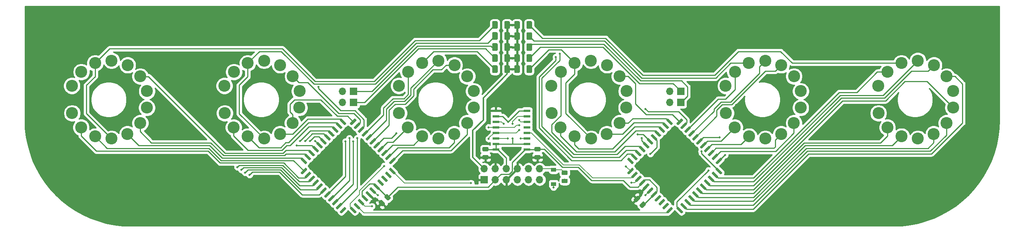
<source format=gbr>
G04 #@! TF.GenerationSoftware,KiCad,Pcbnew,(5.1.0-0)*
G04 #@! TF.CreationDate,2019-05-22T01:12:31-05:00*
G04 #@! TF.ProjectId,IN-18,494e2d31-382e-46b6-9963-61645f706362,rev?*
G04 #@! TF.SameCoordinates,Original*
G04 #@! TF.FileFunction,Copper,L2,Bot*
G04 #@! TF.FilePolarity,Positive*
%FSLAX46Y46*%
G04 Gerber Fmt 4.6, Leading zero omitted, Abs format (unit mm)*
G04 Created by KiCad (PCBNEW (5.1.0-0)) date 2019-05-22 01:12:31*
%MOMM*%
%LPD*%
G04 APERTURE LIST*
%ADD10C,2.750000*%
%ADD11O,1.700000X1.700000*%
%ADD12R,1.700000X1.700000*%
%ADD13C,0.100000*%
%ADD14C,0.975000*%
%ADD15R,1.200000X0.900000*%
%ADD16C,0.600000*%
%ADD17C,0.800000*%
%ADD18C,6.400000*%
%ADD19R,1.500000X0.600000*%
%ADD20C,1.250000*%
%ADD21C,0.508000*%
%ADD22C,0.254000*%
%ADD23C,0.508000*%
%ADD24C,0.304800*%
%ADD25C,0.203200*%
G04 APERTURE END LIST*
D10*
X64975780Y-96476820D03*
X47802840Y-101546660D03*
X53073340Y-90032840D03*
X56852860Y-107398820D03*
X47739340Y-95237300D03*
X63421300Y-93083380D03*
X63408600Y-103809800D03*
X60485060Y-106329480D03*
X53106360Y-106873040D03*
X49847540Y-104805480D03*
X64952920Y-100286820D03*
X60523160Y-90487500D03*
X56837620Y-89453720D03*
X49913580Y-92069920D03*
X99975780Y-96476820D03*
X82802840Y-101546660D03*
X88073340Y-90032840D03*
X91852860Y-107398820D03*
X82739340Y-95237300D03*
X98421300Y-93083380D03*
X98408600Y-103809800D03*
X95485060Y-106329480D03*
X88106360Y-106873040D03*
X84847540Y-104805480D03*
X99952920Y-100286820D03*
X95523160Y-90487500D03*
X91837620Y-89453720D03*
X84913580Y-92069920D03*
X139975780Y-96476820D03*
X122802840Y-101546660D03*
X128073340Y-90032840D03*
X131852860Y-107398820D03*
X122739340Y-95237300D03*
X138421300Y-93083380D03*
X138408600Y-103809800D03*
X135485060Y-106329480D03*
X128106360Y-106873040D03*
X124847540Y-104805480D03*
X139952920Y-100286820D03*
X135523160Y-90487500D03*
X131837620Y-89453720D03*
X124913580Y-92069920D03*
X174975780Y-96476820D03*
X157802840Y-101546660D03*
X163073340Y-90032840D03*
X166852860Y-107398820D03*
X157739340Y-95237300D03*
X173421300Y-93083380D03*
X173408600Y-103809800D03*
X170485060Y-106329480D03*
X163106360Y-106873040D03*
X159847540Y-104805480D03*
X174952920Y-100286820D03*
X170523160Y-90487500D03*
X166837620Y-89453720D03*
X159913580Y-92069920D03*
X214975780Y-96476820D03*
X197802840Y-101546660D03*
X203073340Y-90032840D03*
X206852860Y-107398820D03*
X197739340Y-95237300D03*
X213421300Y-93083380D03*
X213408600Y-103809800D03*
X210485060Y-106329480D03*
X203106360Y-106873040D03*
X199847540Y-104805480D03*
X214952920Y-100286820D03*
X210523160Y-90487500D03*
X206837620Y-89453720D03*
X199913580Y-92069920D03*
X249975780Y-96476820D03*
X232802840Y-101546660D03*
X238073340Y-90032840D03*
X241852860Y-107398820D03*
X232739340Y-95237300D03*
X248421300Y-93083380D03*
X248408600Y-103809800D03*
X245485060Y-106329480D03*
X238106360Y-106873040D03*
X234847540Y-104805480D03*
X249952920Y-100286820D03*
X245523160Y-90487500D03*
X241837620Y-89453720D03*
X234913580Y-92069920D03*
D11*
X109855000Y-96520000D03*
D12*
X112395000Y-96520000D03*
D11*
X109855000Y-99060000D03*
D12*
X112395000Y-99060000D03*
D11*
X184912000Y-96520000D03*
D12*
X187452000Y-96520000D03*
D11*
X184912000Y-99060000D03*
D12*
X187452000Y-99060000D03*
D11*
X155067000Y-114300000D03*
X155067000Y-116840000D03*
X152527000Y-114300000D03*
X152527000Y-116840000D03*
X149987000Y-114300000D03*
X149987000Y-116840000D03*
X147447000Y-114300000D03*
X147447000Y-116840000D03*
X144907000Y-114300000D03*
X144907000Y-116840000D03*
X142367000Y-114300000D03*
D12*
X142367000Y-116840000D03*
D13*
G36*
X161287542Y-114755774D02*
G01*
X161311203Y-114759284D01*
X161334407Y-114765096D01*
X161356929Y-114773154D01*
X161378553Y-114783382D01*
X161399070Y-114795679D01*
X161418283Y-114809929D01*
X161436007Y-114825993D01*
X161452071Y-114843717D01*
X161466321Y-114862930D01*
X161478618Y-114883447D01*
X161488846Y-114905071D01*
X161496904Y-114927593D01*
X161502716Y-114950797D01*
X161506226Y-114974458D01*
X161507400Y-114998350D01*
X161507400Y-115485850D01*
X161506226Y-115509742D01*
X161502716Y-115533403D01*
X161496904Y-115556607D01*
X161488846Y-115579129D01*
X161478618Y-115600753D01*
X161466321Y-115621270D01*
X161452071Y-115640483D01*
X161436007Y-115658207D01*
X161418283Y-115674271D01*
X161399070Y-115688521D01*
X161378553Y-115700818D01*
X161356929Y-115711046D01*
X161334407Y-115719104D01*
X161311203Y-115724916D01*
X161287542Y-115728426D01*
X161263650Y-115729600D01*
X160351150Y-115729600D01*
X160327258Y-115728426D01*
X160303597Y-115724916D01*
X160280393Y-115719104D01*
X160257871Y-115711046D01*
X160236247Y-115700818D01*
X160215730Y-115688521D01*
X160196517Y-115674271D01*
X160178793Y-115658207D01*
X160162729Y-115640483D01*
X160148479Y-115621270D01*
X160136182Y-115600753D01*
X160125954Y-115579129D01*
X160117896Y-115556607D01*
X160112084Y-115533403D01*
X160108574Y-115509742D01*
X160107400Y-115485850D01*
X160107400Y-114998350D01*
X160108574Y-114974458D01*
X160112084Y-114950797D01*
X160117896Y-114927593D01*
X160125954Y-114905071D01*
X160136182Y-114883447D01*
X160148479Y-114862930D01*
X160162729Y-114843717D01*
X160178793Y-114825993D01*
X160196517Y-114809929D01*
X160215730Y-114795679D01*
X160236247Y-114783382D01*
X160257871Y-114773154D01*
X160280393Y-114765096D01*
X160303597Y-114759284D01*
X160327258Y-114755774D01*
X160351150Y-114754600D01*
X161263650Y-114754600D01*
X161287542Y-114755774D01*
X161287542Y-114755774D01*
G37*
D14*
X160807400Y-115242100D03*
D13*
G36*
X161287542Y-116630774D02*
G01*
X161311203Y-116634284D01*
X161334407Y-116640096D01*
X161356929Y-116648154D01*
X161378553Y-116658382D01*
X161399070Y-116670679D01*
X161418283Y-116684929D01*
X161436007Y-116700993D01*
X161452071Y-116718717D01*
X161466321Y-116737930D01*
X161478618Y-116758447D01*
X161488846Y-116780071D01*
X161496904Y-116802593D01*
X161502716Y-116825797D01*
X161506226Y-116849458D01*
X161507400Y-116873350D01*
X161507400Y-117360850D01*
X161506226Y-117384742D01*
X161502716Y-117408403D01*
X161496904Y-117431607D01*
X161488846Y-117454129D01*
X161478618Y-117475753D01*
X161466321Y-117496270D01*
X161452071Y-117515483D01*
X161436007Y-117533207D01*
X161418283Y-117549271D01*
X161399070Y-117563521D01*
X161378553Y-117575818D01*
X161356929Y-117586046D01*
X161334407Y-117594104D01*
X161311203Y-117599916D01*
X161287542Y-117603426D01*
X161263650Y-117604600D01*
X160351150Y-117604600D01*
X160327258Y-117603426D01*
X160303597Y-117599916D01*
X160280393Y-117594104D01*
X160257871Y-117586046D01*
X160236247Y-117575818D01*
X160215730Y-117563521D01*
X160196517Y-117549271D01*
X160178793Y-117533207D01*
X160162729Y-117515483D01*
X160148479Y-117496270D01*
X160136182Y-117475753D01*
X160125954Y-117454129D01*
X160117896Y-117431607D01*
X160112084Y-117408403D01*
X160108574Y-117384742D01*
X160107400Y-117360850D01*
X160107400Y-116873350D01*
X160108574Y-116849458D01*
X160112084Y-116825797D01*
X160117896Y-116802593D01*
X160125954Y-116780071D01*
X160136182Y-116758447D01*
X160148479Y-116737930D01*
X160162729Y-116718717D01*
X160178793Y-116700993D01*
X160196517Y-116684929D01*
X160215730Y-116670679D01*
X160236247Y-116658382D01*
X160257871Y-116648154D01*
X160280393Y-116640096D01*
X160303597Y-116634284D01*
X160327258Y-116630774D01*
X160351150Y-116629600D01*
X161263650Y-116629600D01*
X161287542Y-116630774D01*
X161287542Y-116630774D01*
G37*
D14*
X160807400Y-117117100D03*
D15*
X158267400Y-114529600D03*
X158267400Y-117829600D03*
D13*
G36*
X104195914Y-108155852D02*
G01*
X104210475Y-108158012D01*
X104224754Y-108161589D01*
X104238614Y-108166548D01*
X104251921Y-108172842D01*
X104264547Y-108180410D01*
X104276370Y-108189178D01*
X104287277Y-108199064D01*
X105277227Y-109189014D01*
X105287113Y-109199921D01*
X105295881Y-109211744D01*
X105303449Y-109224370D01*
X105309743Y-109237677D01*
X105314702Y-109251537D01*
X105318279Y-109265816D01*
X105320439Y-109280377D01*
X105321161Y-109295080D01*
X105320439Y-109309783D01*
X105318279Y-109324344D01*
X105314702Y-109338623D01*
X105309743Y-109352483D01*
X105303449Y-109365790D01*
X105295881Y-109378416D01*
X105287113Y-109390239D01*
X105277227Y-109401146D01*
X105065095Y-109613278D01*
X105054188Y-109623164D01*
X105042365Y-109631932D01*
X105029739Y-109639500D01*
X105016432Y-109645794D01*
X105002572Y-109650753D01*
X104988293Y-109654330D01*
X104973732Y-109656490D01*
X104959029Y-109657212D01*
X104944326Y-109656490D01*
X104929765Y-109654330D01*
X104915486Y-109650753D01*
X104901626Y-109645794D01*
X104888319Y-109639500D01*
X104875693Y-109631932D01*
X104863870Y-109623164D01*
X104852963Y-109613278D01*
X103863013Y-108623328D01*
X103853127Y-108612421D01*
X103844359Y-108600598D01*
X103836791Y-108587972D01*
X103830497Y-108574665D01*
X103825538Y-108560805D01*
X103821961Y-108546526D01*
X103819801Y-108531965D01*
X103819079Y-108517262D01*
X103819801Y-108502559D01*
X103821961Y-108487998D01*
X103825538Y-108473719D01*
X103830497Y-108459859D01*
X103836791Y-108446552D01*
X103844359Y-108433926D01*
X103853127Y-108422103D01*
X103863013Y-108411196D01*
X104075145Y-108199064D01*
X104086052Y-108189178D01*
X104097875Y-108180410D01*
X104110501Y-108172842D01*
X104123808Y-108166548D01*
X104137668Y-108161589D01*
X104151947Y-108158012D01*
X104166508Y-108155852D01*
X104181211Y-108155130D01*
X104195914Y-108155852D01*
X104195914Y-108155852D01*
G37*
D16*
X104570120Y-108906171D03*
D13*
G36*
X103297889Y-109053878D02*
G01*
X103312450Y-109056038D01*
X103326729Y-109059615D01*
X103340589Y-109064574D01*
X103353896Y-109070868D01*
X103366522Y-109078436D01*
X103378345Y-109087204D01*
X103389252Y-109097090D01*
X104379202Y-110087040D01*
X104389088Y-110097947D01*
X104397856Y-110109770D01*
X104405424Y-110122396D01*
X104411718Y-110135703D01*
X104416677Y-110149563D01*
X104420254Y-110163842D01*
X104422414Y-110178403D01*
X104423136Y-110193106D01*
X104422414Y-110207809D01*
X104420254Y-110222370D01*
X104416677Y-110236649D01*
X104411718Y-110250509D01*
X104405424Y-110263816D01*
X104397856Y-110276442D01*
X104389088Y-110288265D01*
X104379202Y-110299172D01*
X104167070Y-110511304D01*
X104156163Y-110521190D01*
X104144340Y-110529958D01*
X104131714Y-110537526D01*
X104118407Y-110543820D01*
X104104547Y-110548779D01*
X104090268Y-110552356D01*
X104075707Y-110554516D01*
X104061004Y-110555238D01*
X104046301Y-110554516D01*
X104031740Y-110552356D01*
X104017461Y-110548779D01*
X104003601Y-110543820D01*
X103990294Y-110537526D01*
X103977668Y-110529958D01*
X103965845Y-110521190D01*
X103954938Y-110511304D01*
X102964988Y-109521354D01*
X102955102Y-109510447D01*
X102946334Y-109498624D01*
X102938766Y-109485998D01*
X102932472Y-109472691D01*
X102927513Y-109458831D01*
X102923936Y-109444552D01*
X102921776Y-109429991D01*
X102921054Y-109415288D01*
X102921776Y-109400585D01*
X102923936Y-109386024D01*
X102927513Y-109371745D01*
X102932472Y-109357885D01*
X102938766Y-109344578D01*
X102946334Y-109331952D01*
X102955102Y-109320129D01*
X102964988Y-109309222D01*
X103177120Y-109097090D01*
X103188027Y-109087204D01*
X103199850Y-109078436D01*
X103212476Y-109070868D01*
X103225783Y-109064574D01*
X103239643Y-109059615D01*
X103253922Y-109056038D01*
X103268483Y-109053878D01*
X103283186Y-109053156D01*
X103297889Y-109053878D01*
X103297889Y-109053878D01*
G37*
D16*
X103672095Y-109804197D03*
D13*
G36*
X102399863Y-109951904D02*
G01*
X102414424Y-109954064D01*
X102428703Y-109957641D01*
X102442563Y-109962600D01*
X102455870Y-109968894D01*
X102468496Y-109976462D01*
X102480319Y-109985230D01*
X102491226Y-109995116D01*
X103481176Y-110985066D01*
X103491062Y-110995973D01*
X103499830Y-111007796D01*
X103507398Y-111020422D01*
X103513692Y-111033729D01*
X103518651Y-111047589D01*
X103522228Y-111061868D01*
X103524388Y-111076429D01*
X103525110Y-111091132D01*
X103524388Y-111105835D01*
X103522228Y-111120396D01*
X103518651Y-111134675D01*
X103513692Y-111148535D01*
X103507398Y-111161842D01*
X103499830Y-111174468D01*
X103491062Y-111186291D01*
X103481176Y-111197198D01*
X103269044Y-111409330D01*
X103258137Y-111419216D01*
X103246314Y-111427984D01*
X103233688Y-111435552D01*
X103220381Y-111441846D01*
X103206521Y-111446805D01*
X103192242Y-111450382D01*
X103177681Y-111452542D01*
X103162978Y-111453264D01*
X103148275Y-111452542D01*
X103133714Y-111450382D01*
X103119435Y-111446805D01*
X103105575Y-111441846D01*
X103092268Y-111435552D01*
X103079642Y-111427984D01*
X103067819Y-111419216D01*
X103056912Y-111409330D01*
X102066962Y-110419380D01*
X102057076Y-110408473D01*
X102048308Y-110396650D01*
X102040740Y-110384024D01*
X102034446Y-110370717D01*
X102029487Y-110356857D01*
X102025910Y-110342578D01*
X102023750Y-110328017D01*
X102023028Y-110313314D01*
X102023750Y-110298611D01*
X102025910Y-110284050D01*
X102029487Y-110269771D01*
X102034446Y-110255911D01*
X102040740Y-110242604D01*
X102048308Y-110229978D01*
X102057076Y-110218155D01*
X102066962Y-110207248D01*
X102279094Y-109995116D01*
X102290001Y-109985230D01*
X102301824Y-109976462D01*
X102314450Y-109968894D01*
X102327757Y-109962600D01*
X102341617Y-109957641D01*
X102355896Y-109954064D01*
X102370457Y-109951904D01*
X102385160Y-109951182D01*
X102399863Y-109951904D01*
X102399863Y-109951904D01*
G37*
D16*
X102774069Y-110702223D03*
D13*
G36*
X101501837Y-110849929D02*
G01*
X101516398Y-110852089D01*
X101530677Y-110855666D01*
X101544537Y-110860625D01*
X101557844Y-110866919D01*
X101570470Y-110874487D01*
X101582293Y-110883255D01*
X101593200Y-110893141D01*
X102583150Y-111883091D01*
X102593036Y-111893998D01*
X102601804Y-111905821D01*
X102609372Y-111918447D01*
X102615666Y-111931754D01*
X102620625Y-111945614D01*
X102624202Y-111959893D01*
X102626362Y-111974454D01*
X102627084Y-111989157D01*
X102626362Y-112003860D01*
X102624202Y-112018421D01*
X102620625Y-112032700D01*
X102615666Y-112046560D01*
X102609372Y-112059867D01*
X102601804Y-112072493D01*
X102593036Y-112084316D01*
X102583150Y-112095223D01*
X102371018Y-112307355D01*
X102360111Y-112317241D01*
X102348288Y-112326009D01*
X102335662Y-112333577D01*
X102322355Y-112339871D01*
X102308495Y-112344830D01*
X102294216Y-112348407D01*
X102279655Y-112350567D01*
X102264952Y-112351289D01*
X102250249Y-112350567D01*
X102235688Y-112348407D01*
X102221409Y-112344830D01*
X102207549Y-112339871D01*
X102194242Y-112333577D01*
X102181616Y-112326009D01*
X102169793Y-112317241D01*
X102158886Y-112307355D01*
X101168936Y-111317405D01*
X101159050Y-111306498D01*
X101150282Y-111294675D01*
X101142714Y-111282049D01*
X101136420Y-111268742D01*
X101131461Y-111254882D01*
X101127884Y-111240603D01*
X101125724Y-111226042D01*
X101125002Y-111211339D01*
X101125724Y-111196636D01*
X101127884Y-111182075D01*
X101131461Y-111167796D01*
X101136420Y-111153936D01*
X101142714Y-111140629D01*
X101150282Y-111128003D01*
X101159050Y-111116180D01*
X101168936Y-111105273D01*
X101381068Y-110893141D01*
X101391975Y-110883255D01*
X101403798Y-110874487D01*
X101416424Y-110866919D01*
X101429731Y-110860625D01*
X101443591Y-110855666D01*
X101457870Y-110852089D01*
X101472431Y-110849929D01*
X101487134Y-110849207D01*
X101501837Y-110849929D01*
X101501837Y-110849929D01*
G37*
D16*
X101876043Y-111600248D03*
D13*
G36*
X100603812Y-111747955D02*
G01*
X100618373Y-111750115D01*
X100632652Y-111753692D01*
X100646512Y-111758651D01*
X100659819Y-111764945D01*
X100672445Y-111772513D01*
X100684268Y-111781281D01*
X100695175Y-111791167D01*
X101685125Y-112781117D01*
X101695011Y-112792024D01*
X101703779Y-112803847D01*
X101711347Y-112816473D01*
X101717641Y-112829780D01*
X101722600Y-112843640D01*
X101726177Y-112857919D01*
X101728337Y-112872480D01*
X101729059Y-112887183D01*
X101728337Y-112901886D01*
X101726177Y-112916447D01*
X101722600Y-112930726D01*
X101717641Y-112944586D01*
X101711347Y-112957893D01*
X101703779Y-112970519D01*
X101695011Y-112982342D01*
X101685125Y-112993249D01*
X101472993Y-113205381D01*
X101462086Y-113215267D01*
X101450263Y-113224035D01*
X101437637Y-113231603D01*
X101424330Y-113237897D01*
X101410470Y-113242856D01*
X101396191Y-113246433D01*
X101381630Y-113248593D01*
X101366927Y-113249315D01*
X101352224Y-113248593D01*
X101337663Y-113246433D01*
X101323384Y-113242856D01*
X101309524Y-113237897D01*
X101296217Y-113231603D01*
X101283591Y-113224035D01*
X101271768Y-113215267D01*
X101260861Y-113205381D01*
X100270911Y-112215431D01*
X100261025Y-112204524D01*
X100252257Y-112192701D01*
X100244689Y-112180075D01*
X100238395Y-112166768D01*
X100233436Y-112152908D01*
X100229859Y-112138629D01*
X100227699Y-112124068D01*
X100226977Y-112109365D01*
X100227699Y-112094662D01*
X100229859Y-112080101D01*
X100233436Y-112065822D01*
X100238395Y-112051962D01*
X100244689Y-112038655D01*
X100252257Y-112026029D01*
X100261025Y-112014206D01*
X100270911Y-112003299D01*
X100483043Y-111791167D01*
X100493950Y-111781281D01*
X100505773Y-111772513D01*
X100518399Y-111764945D01*
X100531706Y-111758651D01*
X100545566Y-111753692D01*
X100559845Y-111750115D01*
X100574406Y-111747955D01*
X100589109Y-111747233D01*
X100603812Y-111747955D01*
X100603812Y-111747955D01*
G37*
D16*
X100978018Y-112498274D03*
D13*
G36*
X101381630Y-114081407D02*
G01*
X101396191Y-114083567D01*
X101410470Y-114087144D01*
X101424330Y-114092103D01*
X101437637Y-114098397D01*
X101450263Y-114105965D01*
X101462086Y-114114733D01*
X101472993Y-114124619D01*
X101685125Y-114336751D01*
X101695011Y-114347658D01*
X101703779Y-114359481D01*
X101711347Y-114372107D01*
X101717641Y-114385414D01*
X101722600Y-114399274D01*
X101726177Y-114413553D01*
X101728337Y-114428114D01*
X101729059Y-114442817D01*
X101728337Y-114457520D01*
X101726177Y-114472081D01*
X101722600Y-114486360D01*
X101717641Y-114500220D01*
X101711347Y-114513527D01*
X101703779Y-114526153D01*
X101695011Y-114537976D01*
X101685125Y-114548883D01*
X100695175Y-115538833D01*
X100684268Y-115548719D01*
X100672445Y-115557487D01*
X100659819Y-115565055D01*
X100646512Y-115571349D01*
X100632652Y-115576308D01*
X100618373Y-115579885D01*
X100603812Y-115582045D01*
X100589109Y-115582767D01*
X100574406Y-115582045D01*
X100559845Y-115579885D01*
X100545566Y-115576308D01*
X100531706Y-115571349D01*
X100518399Y-115565055D01*
X100505773Y-115557487D01*
X100493950Y-115548719D01*
X100483043Y-115538833D01*
X100270911Y-115326701D01*
X100261025Y-115315794D01*
X100252257Y-115303971D01*
X100244689Y-115291345D01*
X100238395Y-115278038D01*
X100233436Y-115264178D01*
X100229859Y-115249899D01*
X100227699Y-115235338D01*
X100226977Y-115220635D01*
X100227699Y-115205932D01*
X100229859Y-115191371D01*
X100233436Y-115177092D01*
X100238395Y-115163232D01*
X100244689Y-115149925D01*
X100252257Y-115137299D01*
X100261025Y-115125476D01*
X100270911Y-115114569D01*
X101260861Y-114124619D01*
X101271768Y-114114733D01*
X101283591Y-114105965D01*
X101296217Y-114098397D01*
X101309524Y-114092103D01*
X101323384Y-114087144D01*
X101337663Y-114083567D01*
X101352224Y-114081407D01*
X101366927Y-114080685D01*
X101381630Y-114081407D01*
X101381630Y-114081407D01*
G37*
D16*
X100978018Y-114831726D03*
D13*
G36*
X102279655Y-114979433D02*
G01*
X102294216Y-114981593D01*
X102308495Y-114985170D01*
X102322355Y-114990129D01*
X102335662Y-114996423D01*
X102348288Y-115003991D01*
X102360111Y-115012759D01*
X102371018Y-115022645D01*
X102583150Y-115234777D01*
X102593036Y-115245684D01*
X102601804Y-115257507D01*
X102609372Y-115270133D01*
X102615666Y-115283440D01*
X102620625Y-115297300D01*
X102624202Y-115311579D01*
X102626362Y-115326140D01*
X102627084Y-115340843D01*
X102626362Y-115355546D01*
X102624202Y-115370107D01*
X102620625Y-115384386D01*
X102615666Y-115398246D01*
X102609372Y-115411553D01*
X102601804Y-115424179D01*
X102593036Y-115436002D01*
X102583150Y-115446909D01*
X101593200Y-116436859D01*
X101582293Y-116446745D01*
X101570470Y-116455513D01*
X101557844Y-116463081D01*
X101544537Y-116469375D01*
X101530677Y-116474334D01*
X101516398Y-116477911D01*
X101501837Y-116480071D01*
X101487134Y-116480793D01*
X101472431Y-116480071D01*
X101457870Y-116477911D01*
X101443591Y-116474334D01*
X101429731Y-116469375D01*
X101416424Y-116463081D01*
X101403798Y-116455513D01*
X101391975Y-116446745D01*
X101381068Y-116436859D01*
X101168936Y-116224727D01*
X101159050Y-116213820D01*
X101150282Y-116201997D01*
X101142714Y-116189371D01*
X101136420Y-116176064D01*
X101131461Y-116162204D01*
X101127884Y-116147925D01*
X101125724Y-116133364D01*
X101125002Y-116118661D01*
X101125724Y-116103958D01*
X101127884Y-116089397D01*
X101131461Y-116075118D01*
X101136420Y-116061258D01*
X101142714Y-116047951D01*
X101150282Y-116035325D01*
X101159050Y-116023502D01*
X101168936Y-116012595D01*
X102158886Y-115022645D01*
X102169793Y-115012759D01*
X102181616Y-115003991D01*
X102194242Y-114996423D01*
X102207549Y-114990129D01*
X102221409Y-114985170D01*
X102235688Y-114981593D01*
X102250249Y-114979433D01*
X102264952Y-114978711D01*
X102279655Y-114979433D01*
X102279655Y-114979433D01*
G37*
D16*
X101876043Y-115729752D03*
D13*
G36*
X103177681Y-115877458D02*
G01*
X103192242Y-115879618D01*
X103206521Y-115883195D01*
X103220381Y-115888154D01*
X103233688Y-115894448D01*
X103246314Y-115902016D01*
X103258137Y-115910784D01*
X103269044Y-115920670D01*
X103481176Y-116132802D01*
X103491062Y-116143709D01*
X103499830Y-116155532D01*
X103507398Y-116168158D01*
X103513692Y-116181465D01*
X103518651Y-116195325D01*
X103522228Y-116209604D01*
X103524388Y-116224165D01*
X103525110Y-116238868D01*
X103524388Y-116253571D01*
X103522228Y-116268132D01*
X103518651Y-116282411D01*
X103513692Y-116296271D01*
X103507398Y-116309578D01*
X103499830Y-116322204D01*
X103491062Y-116334027D01*
X103481176Y-116344934D01*
X102491226Y-117334884D01*
X102480319Y-117344770D01*
X102468496Y-117353538D01*
X102455870Y-117361106D01*
X102442563Y-117367400D01*
X102428703Y-117372359D01*
X102414424Y-117375936D01*
X102399863Y-117378096D01*
X102385160Y-117378818D01*
X102370457Y-117378096D01*
X102355896Y-117375936D01*
X102341617Y-117372359D01*
X102327757Y-117367400D01*
X102314450Y-117361106D01*
X102301824Y-117353538D01*
X102290001Y-117344770D01*
X102279094Y-117334884D01*
X102066962Y-117122752D01*
X102057076Y-117111845D01*
X102048308Y-117100022D01*
X102040740Y-117087396D01*
X102034446Y-117074089D01*
X102029487Y-117060229D01*
X102025910Y-117045950D01*
X102023750Y-117031389D01*
X102023028Y-117016686D01*
X102023750Y-117001983D01*
X102025910Y-116987422D01*
X102029487Y-116973143D01*
X102034446Y-116959283D01*
X102040740Y-116945976D01*
X102048308Y-116933350D01*
X102057076Y-116921527D01*
X102066962Y-116910620D01*
X103056912Y-115920670D01*
X103067819Y-115910784D01*
X103079642Y-115902016D01*
X103092268Y-115894448D01*
X103105575Y-115888154D01*
X103119435Y-115883195D01*
X103133714Y-115879618D01*
X103148275Y-115877458D01*
X103162978Y-115876736D01*
X103177681Y-115877458D01*
X103177681Y-115877458D01*
G37*
D16*
X102774069Y-116627777D03*
D13*
G36*
X104075707Y-116775484D02*
G01*
X104090268Y-116777644D01*
X104104547Y-116781221D01*
X104118407Y-116786180D01*
X104131714Y-116792474D01*
X104144340Y-116800042D01*
X104156163Y-116808810D01*
X104167070Y-116818696D01*
X104379202Y-117030828D01*
X104389088Y-117041735D01*
X104397856Y-117053558D01*
X104405424Y-117066184D01*
X104411718Y-117079491D01*
X104416677Y-117093351D01*
X104420254Y-117107630D01*
X104422414Y-117122191D01*
X104423136Y-117136894D01*
X104422414Y-117151597D01*
X104420254Y-117166158D01*
X104416677Y-117180437D01*
X104411718Y-117194297D01*
X104405424Y-117207604D01*
X104397856Y-117220230D01*
X104389088Y-117232053D01*
X104379202Y-117242960D01*
X103389252Y-118232910D01*
X103378345Y-118242796D01*
X103366522Y-118251564D01*
X103353896Y-118259132D01*
X103340589Y-118265426D01*
X103326729Y-118270385D01*
X103312450Y-118273962D01*
X103297889Y-118276122D01*
X103283186Y-118276844D01*
X103268483Y-118276122D01*
X103253922Y-118273962D01*
X103239643Y-118270385D01*
X103225783Y-118265426D01*
X103212476Y-118259132D01*
X103199850Y-118251564D01*
X103188027Y-118242796D01*
X103177120Y-118232910D01*
X102964988Y-118020778D01*
X102955102Y-118009871D01*
X102946334Y-117998048D01*
X102938766Y-117985422D01*
X102932472Y-117972115D01*
X102927513Y-117958255D01*
X102923936Y-117943976D01*
X102921776Y-117929415D01*
X102921054Y-117914712D01*
X102921776Y-117900009D01*
X102923936Y-117885448D01*
X102927513Y-117871169D01*
X102932472Y-117857309D01*
X102938766Y-117844002D01*
X102946334Y-117831376D01*
X102955102Y-117819553D01*
X102964988Y-117808646D01*
X103954938Y-116818696D01*
X103965845Y-116808810D01*
X103977668Y-116800042D01*
X103990294Y-116792474D01*
X104003601Y-116786180D01*
X104017461Y-116781221D01*
X104031740Y-116777644D01*
X104046301Y-116775484D01*
X104061004Y-116774762D01*
X104075707Y-116775484D01*
X104075707Y-116775484D01*
G37*
D16*
X103672095Y-117525803D03*
D13*
G36*
X104973732Y-117673510D02*
G01*
X104988293Y-117675670D01*
X105002572Y-117679247D01*
X105016432Y-117684206D01*
X105029739Y-117690500D01*
X105042365Y-117698068D01*
X105054188Y-117706836D01*
X105065095Y-117716722D01*
X105277227Y-117928854D01*
X105287113Y-117939761D01*
X105295881Y-117951584D01*
X105303449Y-117964210D01*
X105309743Y-117977517D01*
X105314702Y-117991377D01*
X105318279Y-118005656D01*
X105320439Y-118020217D01*
X105321161Y-118034920D01*
X105320439Y-118049623D01*
X105318279Y-118064184D01*
X105314702Y-118078463D01*
X105309743Y-118092323D01*
X105303449Y-118105630D01*
X105295881Y-118118256D01*
X105287113Y-118130079D01*
X105277227Y-118140986D01*
X104287277Y-119130936D01*
X104276370Y-119140822D01*
X104264547Y-119149590D01*
X104251921Y-119157158D01*
X104238614Y-119163452D01*
X104224754Y-119168411D01*
X104210475Y-119171988D01*
X104195914Y-119174148D01*
X104181211Y-119174870D01*
X104166508Y-119174148D01*
X104151947Y-119171988D01*
X104137668Y-119168411D01*
X104123808Y-119163452D01*
X104110501Y-119157158D01*
X104097875Y-119149590D01*
X104086052Y-119140822D01*
X104075145Y-119130936D01*
X103863013Y-118918804D01*
X103853127Y-118907897D01*
X103844359Y-118896074D01*
X103836791Y-118883448D01*
X103830497Y-118870141D01*
X103825538Y-118856281D01*
X103821961Y-118842002D01*
X103819801Y-118827441D01*
X103819079Y-118812738D01*
X103819801Y-118798035D01*
X103821961Y-118783474D01*
X103825538Y-118769195D01*
X103830497Y-118755335D01*
X103836791Y-118742028D01*
X103844359Y-118729402D01*
X103853127Y-118717579D01*
X103863013Y-118706672D01*
X104852963Y-117716722D01*
X104863870Y-117706836D01*
X104875693Y-117698068D01*
X104888319Y-117690500D01*
X104901626Y-117684206D01*
X104915486Y-117679247D01*
X104929765Y-117675670D01*
X104944326Y-117673510D01*
X104959029Y-117672788D01*
X104973732Y-117673510D01*
X104973732Y-117673510D01*
G37*
D16*
X104570120Y-118423829D03*
D13*
G36*
X105871758Y-118571535D02*
G01*
X105886319Y-118573695D01*
X105900598Y-118577272D01*
X105914458Y-118582231D01*
X105927765Y-118588525D01*
X105940391Y-118596093D01*
X105952214Y-118604861D01*
X105963121Y-118614747D01*
X106175253Y-118826879D01*
X106185139Y-118837786D01*
X106193907Y-118849609D01*
X106201475Y-118862235D01*
X106207769Y-118875542D01*
X106212728Y-118889402D01*
X106216305Y-118903681D01*
X106218465Y-118918242D01*
X106219187Y-118932945D01*
X106218465Y-118947648D01*
X106216305Y-118962209D01*
X106212728Y-118976488D01*
X106207769Y-118990348D01*
X106201475Y-119003655D01*
X106193907Y-119016281D01*
X106185139Y-119028104D01*
X106175253Y-119039011D01*
X105185303Y-120028961D01*
X105174396Y-120038847D01*
X105162573Y-120047615D01*
X105149947Y-120055183D01*
X105136640Y-120061477D01*
X105122780Y-120066436D01*
X105108501Y-120070013D01*
X105093940Y-120072173D01*
X105079237Y-120072895D01*
X105064534Y-120072173D01*
X105049973Y-120070013D01*
X105035694Y-120066436D01*
X105021834Y-120061477D01*
X105008527Y-120055183D01*
X104995901Y-120047615D01*
X104984078Y-120038847D01*
X104973171Y-120028961D01*
X104761039Y-119816829D01*
X104751153Y-119805922D01*
X104742385Y-119794099D01*
X104734817Y-119781473D01*
X104728523Y-119768166D01*
X104723564Y-119754306D01*
X104719987Y-119740027D01*
X104717827Y-119725466D01*
X104717105Y-119710763D01*
X104717827Y-119696060D01*
X104719987Y-119681499D01*
X104723564Y-119667220D01*
X104728523Y-119653360D01*
X104734817Y-119640053D01*
X104742385Y-119627427D01*
X104751153Y-119615604D01*
X104761039Y-119604697D01*
X105750989Y-118614747D01*
X105761896Y-118604861D01*
X105773719Y-118596093D01*
X105786345Y-118588525D01*
X105799652Y-118582231D01*
X105813512Y-118577272D01*
X105827791Y-118573695D01*
X105842352Y-118571535D01*
X105857055Y-118570813D01*
X105871758Y-118571535D01*
X105871758Y-118571535D01*
G37*
D16*
X105468146Y-119321854D03*
D13*
G36*
X106769783Y-119469561D02*
G01*
X106784344Y-119471721D01*
X106798623Y-119475298D01*
X106812483Y-119480257D01*
X106825790Y-119486551D01*
X106838416Y-119494119D01*
X106850239Y-119502887D01*
X106861146Y-119512773D01*
X107073278Y-119724905D01*
X107083164Y-119735812D01*
X107091932Y-119747635D01*
X107099500Y-119760261D01*
X107105794Y-119773568D01*
X107110753Y-119787428D01*
X107114330Y-119801707D01*
X107116490Y-119816268D01*
X107117212Y-119830971D01*
X107116490Y-119845674D01*
X107114330Y-119860235D01*
X107110753Y-119874514D01*
X107105794Y-119888374D01*
X107099500Y-119901681D01*
X107091932Y-119914307D01*
X107083164Y-119926130D01*
X107073278Y-119937037D01*
X106083328Y-120926987D01*
X106072421Y-120936873D01*
X106060598Y-120945641D01*
X106047972Y-120953209D01*
X106034665Y-120959503D01*
X106020805Y-120964462D01*
X106006526Y-120968039D01*
X105991965Y-120970199D01*
X105977262Y-120970921D01*
X105962559Y-120970199D01*
X105947998Y-120968039D01*
X105933719Y-120964462D01*
X105919859Y-120959503D01*
X105906552Y-120953209D01*
X105893926Y-120945641D01*
X105882103Y-120936873D01*
X105871196Y-120926987D01*
X105659064Y-120714855D01*
X105649178Y-120703948D01*
X105640410Y-120692125D01*
X105632842Y-120679499D01*
X105626548Y-120666192D01*
X105621589Y-120652332D01*
X105618012Y-120638053D01*
X105615852Y-120623492D01*
X105615130Y-120608789D01*
X105615852Y-120594086D01*
X105618012Y-120579525D01*
X105621589Y-120565246D01*
X105626548Y-120551386D01*
X105632842Y-120538079D01*
X105640410Y-120525453D01*
X105649178Y-120513630D01*
X105659064Y-120502723D01*
X106649014Y-119512773D01*
X106659921Y-119502887D01*
X106671744Y-119494119D01*
X106684370Y-119486551D01*
X106697677Y-119480257D01*
X106711537Y-119475298D01*
X106725816Y-119471721D01*
X106740377Y-119469561D01*
X106755080Y-119468839D01*
X106769783Y-119469561D01*
X106769783Y-119469561D01*
G37*
D16*
X106366171Y-120219880D03*
D13*
G36*
X107667809Y-120367586D02*
G01*
X107682370Y-120369746D01*
X107696649Y-120373323D01*
X107710509Y-120378282D01*
X107723816Y-120384576D01*
X107736442Y-120392144D01*
X107748265Y-120400912D01*
X107759172Y-120410798D01*
X107971304Y-120622930D01*
X107981190Y-120633837D01*
X107989958Y-120645660D01*
X107997526Y-120658286D01*
X108003820Y-120671593D01*
X108008779Y-120685453D01*
X108012356Y-120699732D01*
X108014516Y-120714293D01*
X108015238Y-120728996D01*
X108014516Y-120743699D01*
X108012356Y-120758260D01*
X108008779Y-120772539D01*
X108003820Y-120786399D01*
X107997526Y-120799706D01*
X107989958Y-120812332D01*
X107981190Y-120824155D01*
X107971304Y-120835062D01*
X106981354Y-121825012D01*
X106970447Y-121834898D01*
X106958624Y-121843666D01*
X106945998Y-121851234D01*
X106932691Y-121857528D01*
X106918831Y-121862487D01*
X106904552Y-121866064D01*
X106889991Y-121868224D01*
X106875288Y-121868946D01*
X106860585Y-121868224D01*
X106846024Y-121866064D01*
X106831745Y-121862487D01*
X106817885Y-121857528D01*
X106804578Y-121851234D01*
X106791952Y-121843666D01*
X106780129Y-121834898D01*
X106769222Y-121825012D01*
X106557090Y-121612880D01*
X106547204Y-121601973D01*
X106538436Y-121590150D01*
X106530868Y-121577524D01*
X106524574Y-121564217D01*
X106519615Y-121550357D01*
X106516038Y-121536078D01*
X106513878Y-121521517D01*
X106513156Y-121506814D01*
X106513878Y-121492111D01*
X106516038Y-121477550D01*
X106519615Y-121463271D01*
X106524574Y-121449411D01*
X106530868Y-121436104D01*
X106538436Y-121423478D01*
X106547204Y-121411655D01*
X106557090Y-121400748D01*
X107547040Y-120410798D01*
X107557947Y-120400912D01*
X107569770Y-120392144D01*
X107582396Y-120384576D01*
X107595703Y-120378282D01*
X107609563Y-120373323D01*
X107623842Y-120369746D01*
X107638403Y-120367586D01*
X107653106Y-120366864D01*
X107667809Y-120367586D01*
X107667809Y-120367586D01*
G37*
D16*
X107264197Y-121117905D03*
D13*
G36*
X108565835Y-121265612D02*
G01*
X108580396Y-121267772D01*
X108594675Y-121271349D01*
X108608535Y-121276308D01*
X108621842Y-121282602D01*
X108634468Y-121290170D01*
X108646291Y-121298938D01*
X108657198Y-121308824D01*
X108869330Y-121520956D01*
X108879216Y-121531863D01*
X108887984Y-121543686D01*
X108895552Y-121556312D01*
X108901846Y-121569619D01*
X108906805Y-121583479D01*
X108910382Y-121597758D01*
X108912542Y-121612319D01*
X108913264Y-121627022D01*
X108912542Y-121641725D01*
X108910382Y-121656286D01*
X108906805Y-121670565D01*
X108901846Y-121684425D01*
X108895552Y-121697732D01*
X108887984Y-121710358D01*
X108879216Y-121722181D01*
X108869330Y-121733088D01*
X107879380Y-122723038D01*
X107868473Y-122732924D01*
X107856650Y-122741692D01*
X107844024Y-122749260D01*
X107830717Y-122755554D01*
X107816857Y-122760513D01*
X107802578Y-122764090D01*
X107788017Y-122766250D01*
X107773314Y-122766972D01*
X107758611Y-122766250D01*
X107744050Y-122764090D01*
X107729771Y-122760513D01*
X107715911Y-122755554D01*
X107702604Y-122749260D01*
X107689978Y-122741692D01*
X107678155Y-122732924D01*
X107667248Y-122723038D01*
X107455116Y-122510906D01*
X107445230Y-122499999D01*
X107436462Y-122488176D01*
X107428894Y-122475550D01*
X107422600Y-122462243D01*
X107417641Y-122448383D01*
X107414064Y-122434104D01*
X107411904Y-122419543D01*
X107411182Y-122404840D01*
X107411904Y-122390137D01*
X107414064Y-122375576D01*
X107417641Y-122361297D01*
X107422600Y-122347437D01*
X107428894Y-122334130D01*
X107436462Y-122321504D01*
X107445230Y-122309681D01*
X107455116Y-122298774D01*
X108445066Y-121308824D01*
X108455973Y-121298938D01*
X108467796Y-121290170D01*
X108480422Y-121282602D01*
X108493729Y-121276308D01*
X108507589Y-121271349D01*
X108521868Y-121267772D01*
X108536429Y-121265612D01*
X108551132Y-121264890D01*
X108565835Y-121265612D01*
X108565835Y-121265612D01*
G37*
D16*
X108162223Y-122015931D03*
D13*
G36*
X109463860Y-122163638D02*
G01*
X109478421Y-122165798D01*
X109492700Y-122169375D01*
X109506560Y-122174334D01*
X109519867Y-122180628D01*
X109532493Y-122188196D01*
X109544316Y-122196964D01*
X109555223Y-122206850D01*
X109767355Y-122418982D01*
X109777241Y-122429889D01*
X109786009Y-122441712D01*
X109793577Y-122454338D01*
X109799871Y-122467645D01*
X109804830Y-122481505D01*
X109808407Y-122495784D01*
X109810567Y-122510345D01*
X109811289Y-122525048D01*
X109810567Y-122539751D01*
X109808407Y-122554312D01*
X109804830Y-122568591D01*
X109799871Y-122582451D01*
X109793577Y-122595758D01*
X109786009Y-122608384D01*
X109777241Y-122620207D01*
X109767355Y-122631114D01*
X108777405Y-123621064D01*
X108766498Y-123630950D01*
X108754675Y-123639718D01*
X108742049Y-123647286D01*
X108728742Y-123653580D01*
X108714882Y-123658539D01*
X108700603Y-123662116D01*
X108686042Y-123664276D01*
X108671339Y-123664998D01*
X108656636Y-123664276D01*
X108642075Y-123662116D01*
X108627796Y-123658539D01*
X108613936Y-123653580D01*
X108600629Y-123647286D01*
X108588003Y-123639718D01*
X108576180Y-123630950D01*
X108565273Y-123621064D01*
X108353141Y-123408932D01*
X108343255Y-123398025D01*
X108334487Y-123386202D01*
X108326919Y-123373576D01*
X108320625Y-123360269D01*
X108315666Y-123346409D01*
X108312089Y-123332130D01*
X108309929Y-123317569D01*
X108309207Y-123302866D01*
X108309929Y-123288163D01*
X108312089Y-123273602D01*
X108315666Y-123259323D01*
X108320625Y-123245463D01*
X108326919Y-123232156D01*
X108334487Y-123219530D01*
X108343255Y-123207707D01*
X108353141Y-123196800D01*
X109343091Y-122206850D01*
X109353998Y-122196964D01*
X109365821Y-122188196D01*
X109378447Y-122180628D01*
X109391754Y-122174334D01*
X109405614Y-122169375D01*
X109419893Y-122165798D01*
X109434454Y-122163638D01*
X109449157Y-122162916D01*
X109463860Y-122163638D01*
X109463860Y-122163638D01*
G37*
D16*
X109060248Y-122913957D03*
D13*
G36*
X110361886Y-123061663D02*
G01*
X110376447Y-123063823D01*
X110390726Y-123067400D01*
X110404586Y-123072359D01*
X110417893Y-123078653D01*
X110430519Y-123086221D01*
X110442342Y-123094989D01*
X110453249Y-123104875D01*
X110665381Y-123317007D01*
X110675267Y-123327914D01*
X110684035Y-123339737D01*
X110691603Y-123352363D01*
X110697897Y-123365670D01*
X110702856Y-123379530D01*
X110706433Y-123393809D01*
X110708593Y-123408370D01*
X110709315Y-123423073D01*
X110708593Y-123437776D01*
X110706433Y-123452337D01*
X110702856Y-123466616D01*
X110697897Y-123480476D01*
X110691603Y-123493783D01*
X110684035Y-123506409D01*
X110675267Y-123518232D01*
X110665381Y-123529139D01*
X109675431Y-124519089D01*
X109664524Y-124528975D01*
X109652701Y-124537743D01*
X109640075Y-124545311D01*
X109626768Y-124551605D01*
X109612908Y-124556564D01*
X109598629Y-124560141D01*
X109584068Y-124562301D01*
X109569365Y-124563023D01*
X109554662Y-124562301D01*
X109540101Y-124560141D01*
X109525822Y-124556564D01*
X109511962Y-124551605D01*
X109498655Y-124545311D01*
X109486029Y-124537743D01*
X109474206Y-124528975D01*
X109463299Y-124519089D01*
X109251167Y-124306957D01*
X109241281Y-124296050D01*
X109232513Y-124284227D01*
X109224945Y-124271601D01*
X109218651Y-124258294D01*
X109213692Y-124244434D01*
X109210115Y-124230155D01*
X109207955Y-124215594D01*
X109207233Y-124200891D01*
X109207955Y-124186188D01*
X109210115Y-124171627D01*
X109213692Y-124157348D01*
X109218651Y-124143488D01*
X109224945Y-124130181D01*
X109232513Y-124117555D01*
X109241281Y-124105732D01*
X109251167Y-124094825D01*
X110241117Y-123104875D01*
X110252024Y-123094989D01*
X110263847Y-123086221D01*
X110276473Y-123078653D01*
X110289780Y-123072359D01*
X110303640Y-123067400D01*
X110317919Y-123063823D01*
X110332480Y-123061663D01*
X110347183Y-123060941D01*
X110361886Y-123061663D01*
X110361886Y-123061663D01*
G37*
D16*
X109958274Y-123811982D03*
D13*
G36*
X111917520Y-123061663D02*
G01*
X111932081Y-123063823D01*
X111946360Y-123067400D01*
X111960220Y-123072359D01*
X111973527Y-123078653D01*
X111986153Y-123086221D01*
X111997976Y-123094989D01*
X112008883Y-123104875D01*
X112998833Y-124094825D01*
X113008719Y-124105732D01*
X113017487Y-124117555D01*
X113025055Y-124130181D01*
X113031349Y-124143488D01*
X113036308Y-124157348D01*
X113039885Y-124171627D01*
X113042045Y-124186188D01*
X113042767Y-124200891D01*
X113042045Y-124215594D01*
X113039885Y-124230155D01*
X113036308Y-124244434D01*
X113031349Y-124258294D01*
X113025055Y-124271601D01*
X113017487Y-124284227D01*
X113008719Y-124296050D01*
X112998833Y-124306957D01*
X112786701Y-124519089D01*
X112775794Y-124528975D01*
X112763971Y-124537743D01*
X112751345Y-124545311D01*
X112738038Y-124551605D01*
X112724178Y-124556564D01*
X112709899Y-124560141D01*
X112695338Y-124562301D01*
X112680635Y-124563023D01*
X112665932Y-124562301D01*
X112651371Y-124560141D01*
X112637092Y-124556564D01*
X112623232Y-124551605D01*
X112609925Y-124545311D01*
X112597299Y-124537743D01*
X112585476Y-124528975D01*
X112574569Y-124519089D01*
X111584619Y-123529139D01*
X111574733Y-123518232D01*
X111565965Y-123506409D01*
X111558397Y-123493783D01*
X111552103Y-123480476D01*
X111547144Y-123466616D01*
X111543567Y-123452337D01*
X111541407Y-123437776D01*
X111540685Y-123423073D01*
X111541407Y-123408370D01*
X111543567Y-123393809D01*
X111547144Y-123379530D01*
X111552103Y-123365670D01*
X111558397Y-123352363D01*
X111565965Y-123339737D01*
X111574733Y-123327914D01*
X111584619Y-123317007D01*
X111796751Y-123104875D01*
X111807658Y-123094989D01*
X111819481Y-123086221D01*
X111832107Y-123078653D01*
X111845414Y-123072359D01*
X111859274Y-123067400D01*
X111873553Y-123063823D01*
X111888114Y-123061663D01*
X111902817Y-123060941D01*
X111917520Y-123061663D01*
X111917520Y-123061663D01*
G37*
D16*
X112291726Y-123811982D03*
D13*
G36*
X112815546Y-122163638D02*
G01*
X112830107Y-122165798D01*
X112844386Y-122169375D01*
X112858246Y-122174334D01*
X112871553Y-122180628D01*
X112884179Y-122188196D01*
X112896002Y-122196964D01*
X112906909Y-122206850D01*
X113896859Y-123196800D01*
X113906745Y-123207707D01*
X113915513Y-123219530D01*
X113923081Y-123232156D01*
X113929375Y-123245463D01*
X113934334Y-123259323D01*
X113937911Y-123273602D01*
X113940071Y-123288163D01*
X113940793Y-123302866D01*
X113940071Y-123317569D01*
X113937911Y-123332130D01*
X113934334Y-123346409D01*
X113929375Y-123360269D01*
X113923081Y-123373576D01*
X113915513Y-123386202D01*
X113906745Y-123398025D01*
X113896859Y-123408932D01*
X113684727Y-123621064D01*
X113673820Y-123630950D01*
X113661997Y-123639718D01*
X113649371Y-123647286D01*
X113636064Y-123653580D01*
X113622204Y-123658539D01*
X113607925Y-123662116D01*
X113593364Y-123664276D01*
X113578661Y-123664998D01*
X113563958Y-123664276D01*
X113549397Y-123662116D01*
X113535118Y-123658539D01*
X113521258Y-123653580D01*
X113507951Y-123647286D01*
X113495325Y-123639718D01*
X113483502Y-123630950D01*
X113472595Y-123621064D01*
X112482645Y-122631114D01*
X112472759Y-122620207D01*
X112463991Y-122608384D01*
X112456423Y-122595758D01*
X112450129Y-122582451D01*
X112445170Y-122568591D01*
X112441593Y-122554312D01*
X112439433Y-122539751D01*
X112438711Y-122525048D01*
X112439433Y-122510345D01*
X112441593Y-122495784D01*
X112445170Y-122481505D01*
X112450129Y-122467645D01*
X112456423Y-122454338D01*
X112463991Y-122441712D01*
X112472759Y-122429889D01*
X112482645Y-122418982D01*
X112694777Y-122206850D01*
X112705684Y-122196964D01*
X112717507Y-122188196D01*
X112730133Y-122180628D01*
X112743440Y-122174334D01*
X112757300Y-122169375D01*
X112771579Y-122165798D01*
X112786140Y-122163638D01*
X112800843Y-122162916D01*
X112815546Y-122163638D01*
X112815546Y-122163638D01*
G37*
D16*
X113189752Y-122913957D03*
D13*
G36*
X113713571Y-121265612D02*
G01*
X113728132Y-121267772D01*
X113742411Y-121271349D01*
X113756271Y-121276308D01*
X113769578Y-121282602D01*
X113782204Y-121290170D01*
X113794027Y-121298938D01*
X113804934Y-121308824D01*
X114794884Y-122298774D01*
X114804770Y-122309681D01*
X114813538Y-122321504D01*
X114821106Y-122334130D01*
X114827400Y-122347437D01*
X114832359Y-122361297D01*
X114835936Y-122375576D01*
X114838096Y-122390137D01*
X114838818Y-122404840D01*
X114838096Y-122419543D01*
X114835936Y-122434104D01*
X114832359Y-122448383D01*
X114827400Y-122462243D01*
X114821106Y-122475550D01*
X114813538Y-122488176D01*
X114804770Y-122499999D01*
X114794884Y-122510906D01*
X114582752Y-122723038D01*
X114571845Y-122732924D01*
X114560022Y-122741692D01*
X114547396Y-122749260D01*
X114534089Y-122755554D01*
X114520229Y-122760513D01*
X114505950Y-122764090D01*
X114491389Y-122766250D01*
X114476686Y-122766972D01*
X114461983Y-122766250D01*
X114447422Y-122764090D01*
X114433143Y-122760513D01*
X114419283Y-122755554D01*
X114405976Y-122749260D01*
X114393350Y-122741692D01*
X114381527Y-122732924D01*
X114370620Y-122723038D01*
X113380670Y-121733088D01*
X113370784Y-121722181D01*
X113362016Y-121710358D01*
X113354448Y-121697732D01*
X113348154Y-121684425D01*
X113343195Y-121670565D01*
X113339618Y-121656286D01*
X113337458Y-121641725D01*
X113336736Y-121627022D01*
X113337458Y-121612319D01*
X113339618Y-121597758D01*
X113343195Y-121583479D01*
X113348154Y-121569619D01*
X113354448Y-121556312D01*
X113362016Y-121543686D01*
X113370784Y-121531863D01*
X113380670Y-121520956D01*
X113592802Y-121308824D01*
X113603709Y-121298938D01*
X113615532Y-121290170D01*
X113628158Y-121282602D01*
X113641465Y-121276308D01*
X113655325Y-121271349D01*
X113669604Y-121267772D01*
X113684165Y-121265612D01*
X113698868Y-121264890D01*
X113713571Y-121265612D01*
X113713571Y-121265612D01*
G37*
D16*
X114087777Y-122015931D03*
D13*
G36*
X114611597Y-120367586D02*
G01*
X114626158Y-120369746D01*
X114640437Y-120373323D01*
X114654297Y-120378282D01*
X114667604Y-120384576D01*
X114680230Y-120392144D01*
X114692053Y-120400912D01*
X114702960Y-120410798D01*
X115692910Y-121400748D01*
X115702796Y-121411655D01*
X115711564Y-121423478D01*
X115719132Y-121436104D01*
X115725426Y-121449411D01*
X115730385Y-121463271D01*
X115733962Y-121477550D01*
X115736122Y-121492111D01*
X115736844Y-121506814D01*
X115736122Y-121521517D01*
X115733962Y-121536078D01*
X115730385Y-121550357D01*
X115725426Y-121564217D01*
X115719132Y-121577524D01*
X115711564Y-121590150D01*
X115702796Y-121601973D01*
X115692910Y-121612880D01*
X115480778Y-121825012D01*
X115469871Y-121834898D01*
X115458048Y-121843666D01*
X115445422Y-121851234D01*
X115432115Y-121857528D01*
X115418255Y-121862487D01*
X115403976Y-121866064D01*
X115389415Y-121868224D01*
X115374712Y-121868946D01*
X115360009Y-121868224D01*
X115345448Y-121866064D01*
X115331169Y-121862487D01*
X115317309Y-121857528D01*
X115304002Y-121851234D01*
X115291376Y-121843666D01*
X115279553Y-121834898D01*
X115268646Y-121825012D01*
X114278696Y-120835062D01*
X114268810Y-120824155D01*
X114260042Y-120812332D01*
X114252474Y-120799706D01*
X114246180Y-120786399D01*
X114241221Y-120772539D01*
X114237644Y-120758260D01*
X114235484Y-120743699D01*
X114234762Y-120728996D01*
X114235484Y-120714293D01*
X114237644Y-120699732D01*
X114241221Y-120685453D01*
X114246180Y-120671593D01*
X114252474Y-120658286D01*
X114260042Y-120645660D01*
X114268810Y-120633837D01*
X114278696Y-120622930D01*
X114490828Y-120410798D01*
X114501735Y-120400912D01*
X114513558Y-120392144D01*
X114526184Y-120384576D01*
X114539491Y-120378282D01*
X114553351Y-120373323D01*
X114567630Y-120369746D01*
X114582191Y-120367586D01*
X114596894Y-120366864D01*
X114611597Y-120367586D01*
X114611597Y-120367586D01*
G37*
D16*
X114985803Y-121117905D03*
D13*
G36*
X115509623Y-119469561D02*
G01*
X115524184Y-119471721D01*
X115538463Y-119475298D01*
X115552323Y-119480257D01*
X115565630Y-119486551D01*
X115578256Y-119494119D01*
X115590079Y-119502887D01*
X115600986Y-119512773D01*
X116590936Y-120502723D01*
X116600822Y-120513630D01*
X116609590Y-120525453D01*
X116617158Y-120538079D01*
X116623452Y-120551386D01*
X116628411Y-120565246D01*
X116631988Y-120579525D01*
X116634148Y-120594086D01*
X116634870Y-120608789D01*
X116634148Y-120623492D01*
X116631988Y-120638053D01*
X116628411Y-120652332D01*
X116623452Y-120666192D01*
X116617158Y-120679499D01*
X116609590Y-120692125D01*
X116600822Y-120703948D01*
X116590936Y-120714855D01*
X116378804Y-120926987D01*
X116367897Y-120936873D01*
X116356074Y-120945641D01*
X116343448Y-120953209D01*
X116330141Y-120959503D01*
X116316281Y-120964462D01*
X116302002Y-120968039D01*
X116287441Y-120970199D01*
X116272738Y-120970921D01*
X116258035Y-120970199D01*
X116243474Y-120968039D01*
X116229195Y-120964462D01*
X116215335Y-120959503D01*
X116202028Y-120953209D01*
X116189402Y-120945641D01*
X116177579Y-120936873D01*
X116166672Y-120926987D01*
X115176722Y-119937037D01*
X115166836Y-119926130D01*
X115158068Y-119914307D01*
X115150500Y-119901681D01*
X115144206Y-119888374D01*
X115139247Y-119874514D01*
X115135670Y-119860235D01*
X115133510Y-119845674D01*
X115132788Y-119830971D01*
X115133510Y-119816268D01*
X115135670Y-119801707D01*
X115139247Y-119787428D01*
X115144206Y-119773568D01*
X115150500Y-119760261D01*
X115158068Y-119747635D01*
X115166836Y-119735812D01*
X115176722Y-119724905D01*
X115388854Y-119512773D01*
X115399761Y-119502887D01*
X115411584Y-119494119D01*
X115424210Y-119486551D01*
X115437517Y-119480257D01*
X115451377Y-119475298D01*
X115465656Y-119471721D01*
X115480217Y-119469561D01*
X115494920Y-119468839D01*
X115509623Y-119469561D01*
X115509623Y-119469561D01*
G37*
D16*
X115883829Y-120219880D03*
D13*
G36*
X116407648Y-118571535D02*
G01*
X116422209Y-118573695D01*
X116436488Y-118577272D01*
X116450348Y-118582231D01*
X116463655Y-118588525D01*
X116476281Y-118596093D01*
X116488104Y-118604861D01*
X116499011Y-118614747D01*
X117488961Y-119604697D01*
X117498847Y-119615604D01*
X117507615Y-119627427D01*
X117515183Y-119640053D01*
X117521477Y-119653360D01*
X117526436Y-119667220D01*
X117530013Y-119681499D01*
X117532173Y-119696060D01*
X117532895Y-119710763D01*
X117532173Y-119725466D01*
X117530013Y-119740027D01*
X117526436Y-119754306D01*
X117521477Y-119768166D01*
X117515183Y-119781473D01*
X117507615Y-119794099D01*
X117498847Y-119805922D01*
X117488961Y-119816829D01*
X117276829Y-120028961D01*
X117265922Y-120038847D01*
X117254099Y-120047615D01*
X117241473Y-120055183D01*
X117228166Y-120061477D01*
X117214306Y-120066436D01*
X117200027Y-120070013D01*
X117185466Y-120072173D01*
X117170763Y-120072895D01*
X117156060Y-120072173D01*
X117141499Y-120070013D01*
X117127220Y-120066436D01*
X117113360Y-120061477D01*
X117100053Y-120055183D01*
X117087427Y-120047615D01*
X117075604Y-120038847D01*
X117064697Y-120028961D01*
X116074747Y-119039011D01*
X116064861Y-119028104D01*
X116056093Y-119016281D01*
X116048525Y-119003655D01*
X116042231Y-118990348D01*
X116037272Y-118976488D01*
X116033695Y-118962209D01*
X116031535Y-118947648D01*
X116030813Y-118932945D01*
X116031535Y-118918242D01*
X116033695Y-118903681D01*
X116037272Y-118889402D01*
X116042231Y-118875542D01*
X116048525Y-118862235D01*
X116056093Y-118849609D01*
X116064861Y-118837786D01*
X116074747Y-118826879D01*
X116286879Y-118614747D01*
X116297786Y-118604861D01*
X116309609Y-118596093D01*
X116322235Y-118588525D01*
X116335542Y-118582231D01*
X116349402Y-118577272D01*
X116363681Y-118573695D01*
X116378242Y-118571535D01*
X116392945Y-118570813D01*
X116407648Y-118571535D01*
X116407648Y-118571535D01*
G37*
D16*
X116781854Y-119321854D03*
D13*
G36*
X117305674Y-117673510D02*
G01*
X117320235Y-117675670D01*
X117334514Y-117679247D01*
X117348374Y-117684206D01*
X117361681Y-117690500D01*
X117374307Y-117698068D01*
X117386130Y-117706836D01*
X117397037Y-117716722D01*
X118386987Y-118706672D01*
X118396873Y-118717579D01*
X118405641Y-118729402D01*
X118413209Y-118742028D01*
X118419503Y-118755335D01*
X118424462Y-118769195D01*
X118428039Y-118783474D01*
X118430199Y-118798035D01*
X118430921Y-118812738D01*
X118430199Y-118827441D01*
X118428039Y-118842002D01*
X118424462Y-118856281D01*
X118419503Y-118870141D01*
X118413209Y-118883448D01*
X118405641Y-118896074D01*
X118396873Y-118907897D01*
X118386987Y-118918804D01*
X118174855Y-119130936D01*
X118163948Y-119140822D01*
X118152125Y-119149590D01*
X118139499Y-119157158D01*
X118126192Y-119163452D01*
X118112332Y-119168411D01*
X118098053Y-119171988D01*
X118083492Y-119174148D01*
X118068789Y-119174870D01*
X118054086Y-119174148D01*
X118039525Y-119171988D01*
X118025246Y-119168411D01*
X118011386Y-119163452D01*
X117998079Y-119157158D01*
X117985453Y-119149590D01*
X117973630Y-119140822D01*
X117962723Y-119130936D01*
X116972773Y-118140986D01*
X116962887Y-118130079D01*
X116954119Y-118118256D01*
X116946551Y-118105630D01*
X116940257Y-118092323D01*
X116935298Y-118078463D01*
X116931721Y-118064184D01*
X116929561Y-118049623D01*
X116928839Y-118034920D01*
X116929561Y-118020217D01*
X116931721Y-118005656D01*
X116935298Y-117991377D01*
X116940257Y-117977517D01*
X116946551Y-117964210D01*
X116954119Y-117951584D01*
X116962887Y-117939761D01*
X116972773Y-117928854D01*
X117184905Y-117716722D01*
X117195812Y-117706836D01*
X117207635Y-117698068D01*
X117220261Y-117690500D01*
X117233568Y-117684206D01*
X117247428Y-117679247D01*
X117261707Y-117675670D01*
X117276268Y-117673510D01*
X117290971Y-117672788D01*
X117305674Y-117673510D01*
X117305674Y-117673510D01*
G37*
D16*
X117679880Y-118423829D03*
D13*
G36*
X118203699Y-116775484D02*
G01*
X118218260Y-116777644D01*
X118232539Y-116781221D01*
X118246399Y-116786180D01*
X118259706Y-116792474D01*
X118272332Y-116800042D01*
X118284155Y-116808810D01*
X118295062Y-116818696D01*
X119285012Y-117808646D01*
X119294898Y-117819553D01*
X119303666Y-117831376D01*
X119311234Y-117844002D01*
X119317528Y-117857309D01*
X119322487Y-117871169D01*
X119326064Y-117885448D01*
X119328224Y-117900009D01*
X119328946Y-117914712D01*
X119328224Y-117929415D01*
X119326064Y-117943976D01*
X119322487Y-117958255D01*
X119317528Y-117972115D01*
X119311234Y-117985422D01*
X119303666Y-117998048D01*
X119294898Y-118009871D01*
X119285012Y-118020778D01*
X119072880Y-118232910D01*
X119061973Y-118242796D01*
X119050150Y-118251564D01*
X119037524Y-118259132D01*
X119024217Y-118265426D01*
X119010357Y-118270385D01*
X118996078Y-118273962D01*
X118981517Y-118276122D01*
X118966814Y-118276844D01*
X118952111Y-118276122D01*
X118937550Y-118273962D01*
X118923271Y-118270385D01*
X118909411Y-118265426D01*
X118896104Y-118259132D01*
X118883478Y-118251564D01*
X118871655Y-118242796D01*
X118860748Y-118232910D01*
X117870798Y-117242960D01*
X117860912Y-117232053D01*
X117852144Y-117220230D01*
X117844576Y-117207604D01*
X117838282Y-117194297D01*
X117833323Y-117180437D01*
X117829746Y-117166158D01*
X117827586Y-117151597D01*
X117826864Y-117136894D01*
X117827586Y-117122191D01*
X117829746Y-117107630D01*
X117833323Y-117093351D01*
X117838282Y-117079491D01*
X117844576Y-117066184D01*
X117852144Y-117053558D01*
X117860912Y-117041735D01*
X117870798Y-117030828D01*
X118082930Y-116818696D01*
X118093837Y-116808810D01*
X118105660Y-116800042D01*
X118118286Y-116792474D01*
X118131593Y-116786180D01*
X118145453Y-116781221D01*
X118159732Y-116777644D01*
X118174293Y-116775484D01*
X118188996Y-116774762D01*
X118203699Y-116775484D01*
X118203699Y-116775484D01*
G37*
D16*
X118577905Y-117525803D03*
D13*
G36*
X119101725Y-115877458D02*
G01*
X119116286Y-115879618D01*
X119130565Y-115883195D01*
X119144425Y-115888154D01*
X119157732Y-115894448D01*
X119170358Y-115902016D01*
X119182181Y-115910784D01*
X119193088Y-115920670D01*
X120183038Y-116910620D01*
X120192924Y-116921527D01*
X120201692Y-116933350D01*
X120209260Y-116945976D01*
X120215554Y-116959283D01*
X120220513Y-116973143D01*
X120224090Y-116987422D01*
X120226250Y-117001983D01*
X120226972Y-117016686D01*
X120226250Y-117031389D01*
X120224090Y-117045950D01*
X120220513Y-117060229D01*
X120215554Y-117074089D01*
X120209260Y-117087396D01*
X120201692Y-117100022D01*
X120192924Y-117111845D01*
X120183038Y-117122752D01*
X119970906Y-117334884D01*
X119959999Y-117344770D01*
X119948176Y-117353538D01*
X119935550Y-117361106D01*
X119922243Y-117367400D01*
X119908383Y-117372359D01*
X119894104Y-117375936D01*
X119879543Y-117378096D01*
X119864840Y-117378818D01*
X119850137Y-117378096D01*
X119835576Y-117375936D01*
X119821297Y-117372359D01*
X119807437Y-117367400D01*
X119794130Y-117361106D01*
X119781504Y-117353538D01*
X119769681Y-117344770D01*
X119758774Y-117334884D01*
X118768824Y-116344934D01*
X118758938Y-116334027D01*
X118750170Y-116322204D01*
X118742602Y-116309578D01*
X118736308Y-116296271D01*
X118731349Y-116282411D01*
X118727772Y-116268132D01*
X118725612Y-116253571D01*
X118724890Y-116238868D01*
X118725612Y-116224165D01*
X118727772Y-116209604D01*
X118731349Y-116195325D01*
X118736308Y-116181465D01*
X118742602Y-116168158D01*
X118750170Y-116155532D01*
X118758938Y-116143709D01*
X118768824Y-116132802D01*
X118980956Y-115920670D01*
X118991863Y-115910784D01*
X119003686Y-115902016D01*
X119016312Y-115894448D01*
X119029619Y-115888154D01*
X119043479Y-115883195D01*
X119057758Y-115879618D01*
X119072319Y-115877458D01*
X119087022Y-115876736D01*
X119101725Y-115877458D01*
X119101725Y-115877458D01*
G37*
D16*
X119475931Y-116627777D03*
D13*
G36*
X119999751Y-114979433D02*
G01*
X120014312Y-114981593D01*
X120028591Y-114985170D01*
X120042451Y-114990129D01*
X120055758Y-114996423D01*
X120068384Y-115003991D01*
X120080207Y-115012759D01*
X120091114Y-115022645D01*
X121081064Y-116012595D01*
X121090950Y-116023502D01*
X121099718Y-116035325D01*
X121107286Y-116047951D01*
X121113580Y-116061258D01*
X121118539Y-116075118D01*
X121122116Y-116089397D01*
X121124276Y-116103958D01*
X121124998Y-116118661D01*
X121124276Y-116133364D01*
X121122116Y-116147925D01*
X121118539Y-116162204D01*
X121113580Y-116176064D01*
X121107286Y-116189371D01*
X121099718Y-116201997D01*
X121090950Y-116213820D01*
X121081064Y-116224727D01*
X120868932Y-116436859D01*
X120858025Y-116446745D01*
X120846202Y-116455513D01*
X120833576Y-116463081D01*
X120820269Y-116469375D01*
X120806409Y-116474334D01*
X120792130Y-116477911D01*
X120777569Y-116480071D01*
X120762866Y-116480793D01*
X120748163Y-116480071D01*
X120733602Y-116477911D01*
X120719323Y-116474334D01*
X120705463Y-116469375D01*
X120692156Y-116463081D01*
X120679530Y-116455513D01*
X120667707Y-116446745D01*
X120656800Y-116436859D01*
X119666850Y-115446909D01*
X119656964Y-115436002D01*
X119648196Y-115424179D01*
X119640628Y-115411553D01*
X119634334Y-115398246D01*
X119629375Y-115384386D01*
X119625798Y-115370107D01*
X119623638Y-115355546D01*
X119622916Y-115340843D01*
X119623638Y-115326140D01*
X119625798Y-115311579D01*
X119629375Y-115297300D01*
X119634334Y-115283440D01*
X119640628Y-115270133D01*
X119648196Y-115257507D01*
X119656964Y-115245684D01*
X119666850Y-115234777D01*
X119878982Y-115022645D01*
X119889889Y-115012759D01*
X119901712Y-115003991D01*
X119914338Y-114996423D01*
X119927645Y-114990129D01*
X119941505Y-114985170D01*
X119955784Y-114981593D01*
X119970345Y-114979433D01*
X119985048Y-114978711D01*
X119999751Y-114979433D01*
X119999751Y-114979433D01*
G37*
D16*
X120373957Y-115729752D03*
D13*
G36*
X120897776Y-114081407D02*
G01*
X120912337Y-114083567D01*
X120926616Y-114087144D01*
X120940476Y-114092103D01*
X120953783Y-114098397D01*
X120966409Y-114105965D01*
X120978232Y-114114733D01*
X120989139Y-114124619D01*
X121979089Y-115114569D01*
X121988975Y-115125476D01*
X121997743Y-115137299D01*
X122005311Y-115149925D01*
X122011605Y-115163232D01*
X122016564Y-115177092D01*
X122020141Y-115191371D01*
X122022301Y-115205932D01*
X122023023Y-115220635D01*
X122022301Y-115235338D01*
X122020141Y-115249899D01*
X122016564Y-115264178D01*
X122011605Y-115278038D01*
X122005311Y-115291345D01*
X121997743Y-115303971D01*
X121988975Y-115315794D01*
X121979089Y-115326701D01*
X121766957Y-115538833D01*
X121756050Y-115548719D01*
X121744227Y-115557487D01*
X121731601Y-115565055D01*
X121718294Y-115571349D01*
X121704434Y-115576308D01*
X121690155Y-115579885D01*
X121675594Y-115582045D01*
X121660891Y-115582767D01*
X121646188Y-115582045D01*
X121631627Y-115579885D01*
X121617348Y-115576308D01*
X121603488Y-115571349D01*
X121590181Y-115565055D01*
X121577555Y-115557487D01*
X121565732Y-115548719D01*
X121554825Y-115538833D01*
X120564875Y-114548883D01*
X120554989Y-114537976D01*
X120546221Y-114526153D01*
X120538653Y-114513527D01*
X120532359Y-114500220D01*
X120527400Y-114486360D01*
X120523823Y-114472081D01*
X120521663Y-114457520D01*
X120520941Y-114442817D01*
X120521663Y-114428114D01*
X120523823Y-114413553D01*
X120527400Y-114399274D01*
X120532359Y-114385414D01*
X120538653Y-114372107D01*
X120546221Y-114359481D01*
X120554989Y-114347658D01*
X120564875Y-114336751D01*
X120777007Y-114124619D01*
X120787914Y-114114733D01*
X120799737Y-114105965D01*
X120812363Y-114098397D01*
X120825670Y-114092103D01*
X120839530Y-114087144D01*
X120853809Y-114083567D01*
X120868370Y-114081407D01*
X120883073Y-114080685D01*
X120897776Y-114081407D01*
X120897776Y-114081407D01*
G37*
D16*
X121271982Y-114831726D03*
D13*
G36*
X121675594Y-111747955D02*
G01*
X121690155Y-111750115D01*
X121704434Y-111753692D01*
X121718294Y-111758651D01*
X121731601Y-111764945D01*
X121744227Y-111772513D01*
X121756050Y-111781281D01*
X121766957Y-111791167D01*
X121979089Y-112003299D01*
X121988975Y-112014206D01*
X121997743Y-112026029D01*
X122005311Y-112038655D01*
X122011605Y-112051962D01*
X122016564Y-112065822D01*
X122020141Y-112080101D01*
X122022301Y-112094662D01*
X122023023Y-112109365D01*
X122022301Y-112124068D01*
X122020141Y-112138629D01*
X122016564Y-112152908D01*
X122011605Y-112166768D01*
X122005311Y-112180075D01*
X121997743Y-112192701D01*
X121988975Y-112204524D01*
X121979089Y-112215431D01*
X120989139Y-113205381D01*
X120978232Y-113215267D01*
X120966409Y-113224035D01*
X120953783Y-113231603D01*
X120940476Y-113237897D01*
X120926616Y-113242856D01*
X120912337Y-113246433D01*
X120897776Y-113248593D01*
X120883073Y-113249315D01*
X120868370Y-113248593D01*
X120853809Y-113246433D01*
X120839530Y-113242856D01*
X120825670Y-113237897D01*
X120812363Y-113231603D01*
X120799737Y-113224035D01*
X120787914Y-113215267D01*
X120777007Y-113205381D01*
X120564875Y-112993249D01*
X120554989Y-112982342D01*
X120546221Y-112970519D01*
X120538653Y-112957893D01*
X120532359Y-112944586D01*
X120527400Y-112930726D01*
X120523823Y-112916447D01*
X120521663Y-112901886D01*
X120520941Y-112887183D01*
X120521663Y-112872480D01*
X120523823Y-112857919D01*
X120527400Y-112843640D01*
X120532359Y-112829780D01*
X120538653Y-112816473D01*
X120546221Y-112803847D01*
X120554989Y-112792024D01*
X120564875Y-112781117D01*
X121554825Y-111791167D01*
X121565732Y-111781281D01*
X121577555Y-111772513D01*
X121590181Y-111764945D01*
X121603488Y-111758651D01*
X121617348Y-111753692D01*
X121631627Y-111750115D01*
X121646188Y-111747955D01*
X121660891Y-111747233D01*
X121675594Y-111747955D01*
X121675594Y-111747955D01*
G37*
D16*
X121271982Y-112498274D03*
D13*
G36*
X120777569Y-110849929D02*
G01*
X120792130Y-110852089D01*
X120806409Y-110855666D01*
X120820269Y-110860625D01*
X120833576Y-110866919D01*
X120846202Y-110874487D01*
X120858025Y-110883255D01*
X120868932Y-110893141D01*
X121081064Y-111105273D01*
X121090950Y-111116180D01*
X121099718Y-111128003D01*
X121107286Y-111140629D01*
X121113580Y-111153936D01*
X121118539Y-111167796D01*
X121122116Y-111182075D01*
X121124276Y-111196636D01*
X121124998Y-111211339D01*
X121124276Y-111226042D01*
X121122116Y-111240603D01*
X121118539Y-111254882D01*
X121113580Y-111268742D01*
X121107286Y-111282049D01*
X121099718Y-111294675D01*
X121090950Y-111306498D01*
X121081064Y-111317405D01*
X120091114Y-112307355D01*
X120080207Y-112317241D01*
X120068384Y-112326009D01*
X120055758Y-112333577D01*
X120042451Y-112339871D01*
X120028591Y-112344830D01*
X120014312Y-112348407D01*
X119999751Y-112350567D01*
X119985048Y-112351289D01*
X119970345Y-112350567D01*
X119955784Y-112348407D01*
X119941505Y-112344830D01*
X119927645Y-112339871D01*
X119914338Y-112333577D01*
X119901712Y-112326009D01*
X119889889Y-112317241D01*
X119878982Y-112307355D01*
X119666850Y-112095223D01*
X119656964Y-112084316D01*
X119648196Y-112072493D01*
X119640628Y-112059867D01*
X119634334Y-112046560D01*
X119629375Y-112032700D01*
X119625798Y-112018421D01*
X119623638Y-112003860D01*
X119622916Y-111989157D01*
X119623638Y-111974454D01*
X119625798Y-111959893D01*
X119629375Y-111945614D01*
X119634334Y-111931754D01*
X119640628Y-111918447D01*
X119648196Y-111905821D01*
X119656964Y-111893998D01*
X119666850Y-111883091D01*
X120656800Y-110893141D01*
X120667707Y-110883255D01*
X120679530Y-110874487D01*
X120692156Y-110866919D01*
X120705463Y-110860625D01*
X120719323Y-110855666D01*
X120733602Y-110852089D01*
X120748163Y-110849929D01*
X120762866Y-110849207D01*
X120777569Y-110849929D01*
X120777569Y-110849929D01*
G37*
D16*
X120373957Y-111600248D03*
D13*
G36*
X119879543Y-109951904D02*
G01*
X119894104Y-109954064D01*
X119908383Y-109957641D01*
X119922243Y-109962600D01*
X119935550Y-109968894D01*
X119948176Y-109976462D01*
X119959999Y-109985230D01*
X119970906Y-109995116D01*
X120183038Y-110207248D01*
X120192924Y-110218155D01*
X120201692Y-110229978D01*
X120209260Y-110242604D01*
X120215554Y-110255911D01*
X120220513Y-110269771D01*
X120224090Y-110284050D01*
X120226250Y-110298611D01*
X120226972Y-110313314D01*
X120226250Y-110328017D01*
X120224090Y-110342578D01*
X120220513Y-110356857D01*
X120215554Y-110370717D01*
X120209260Y-110384024D01*
X120201692Y-110396650D01*
X120192924Y-110408473D01*
X120183038Y-110419380D01*
X119193088Y-111409330D01*
X119182181Y-111419216D01*
X119170358Y-111427984D01*
X119157732Y-111435552D01*
X119144425Y-111441846D01*
X119130565Y-111446805D01*
X119116286Y-111450382D01*
X119101725Y-111452542D01*
X119087022Y-111453264D01*
X119072319Y-111452542D01*
X119057758Y-111450382D01*
X119043479Y-111446805D01*
X119029619Y-111441846D01*
X119016312Y-111435552D01*
X119003686Y-111427984D01*
X118991863Y-111419216D01*
X118980956Y-111409330D01*
X118768824Y-111197198D01*
X118758938Y-111186291D01*
X118750170Y-111174468D01*
X118742602Y-111161842D01*
X118736308Y-111148535D01*
X118731349Y-111134675D01*
X118727772Y-111120396D01*
X118725612Y-111105835D01*
X118724890Y-111091132D01*
X118725612Y-111076429D01*
X118727772Y-111061868D01*
X118731349Y-111047589D01*
X118736308Y-111033729D01*
X118742602Y-111020422D01*
X118750170Y-111007796D01*
X118758938Y-110995973D01*
X118768824Y-110985066D01*
X119758774Y-109995116D01*
X119769681Y-109985230D01*
X119781504Y-109976462D01*
X119794130Y-109968894D01*
X119807437Y-109962600D01*
X119821297Y-109957641D01*
X119835576Y-109954064D01*
X119850137Y-109951904D01*
X119864840Y-109951182D01*
X119879543Y-109951904D01*
X119879543Y-109951904D01*
G37*
D16*
X119475931Y-110702223D03*
D13*
G36*
X118981517Y-109053878D02*
G01*
X118996078Y-109056038D01*
X119010357Y-109059615D01*
X119024217Y-109064574D01*
X119037524Y-109070868D01*
X119050150Y-109078436D01*
X119061973Y-109087204D01*
X119072880Y-109097090D01*
X119285012Y-109309222D01*
X119294898Y-109320129D01*
X119303666Y-109331952D01*
X119311234Y-109344578D01*
X119317528Y-109357885D01*
X119322487Y-109371745D01*
X119326064Y-109386024D01*
X119328224Y-109400585D01*
X119328946Y-109415288D01*
X119328224Y-109429991D01*
X119326064Y-109444552D01*
X119322487Y-109458831D01*
X119317528Y-109472691D01*
X119311234Y-109485998D01*
X119303666Y-109498624D01*
X119294898Y-109510447D01*
X119285012Y-109521354D01*
X118295062Y-110511304D01*
X118284155Y-110521190D01*
X118272332Y-110529958D01*
X118259706Y-110537526D01*
X118246399Y-110543820D01*
X118232539Y-110548779D01*
X118218260Y-110552356D01*
X118203699Y-110554516D01*
X118188996Y-110555238D01*
X118174293Y-110554516D01*
X118159732Y-110552356D01*
X118145453Y-110548779D01*
X118131593Y-110543820D01*
X118118286Y-110537526D01*
X118105660Y-110529958D01*
X118093837Y-110521190D01*
X118082930Y-110511304D01*
X117870798Y-110299172D01*
X117860912Y-110288265D01*
X117852144Y-110276442D01*
X117844576Y-110263816D01*
X117838282Y-110250509D01*
X117833323Y-110236649D01*
X117829746Y-110222370D01*
X117827586Y-110207809D01*
X117826864Y-110193106D01*
X117827586Y-110178403D01*
X117829746Y-110163842D01*
X117833323Y-110149563D01*
X117838282Y-110135703D01*
X117844576Y-110122396D01*
X117852144Y-110109770D01*
X117860912Y-110097947D01*
X117870798Y-110087040D01*
X118860748Y-109097090D01*
X118871655Y-109087204D01*
X118883478Y-109078436D01*
X118896104Y-109070868D01*
X118909411Y-109064574D01*
X118923271Y-109059615D01*
X118937550Y-109056038D01*
X118952111Y-109053878D01*
X118966814Y-109053156D01*
X118981517Y-109053878D01*
X118981517Y-109053878D01*
G37*
D16*
X118577905Y-109804197D03*
D13*
G36*
X118083492Y-108155852D02*
G01*
X118098053Y-108158012D01*
X118112332Y-108161589D01*
X118126192Y-108166548D01*
X118139499Y-108172842D01*
X118152125Y-108180410D01*
X118163948Y-108189178D01*
X118174855Y-108199064D01*
X118386987Y-108411196D01*
X118396873Y-108422103D01*
X118405641Y-108433926D01*
X118413209Y-108446552D01*
X118419503Y-108459859D01*
X118424462Y-108473719D01*
X118428039Y-108487998D01*
X118430199Y-108502559D01*
X118430921Y-108517262D01*
X118430199Y-108531965D01*
X118428039Y-108546526D01*
X118424462Y-108560805D01*
X118419503Y-108574665D01*
X118413209Y-108587972D01*
X118405641Y-108600598D01*
X118396873Y-108612421D01*
X118386987Y-108623328D01*
X117397037Y-109613278D01*
X117386130Y-109623164D01*
X117374307Y-109631932D01*
X117361681Y-109639500D01*
X117348374Y-109645794D01*
X117334514Y-109650753D01*
X117320235Y-109654330D01*
X117305674Y-109656490D01*
X117290971Y-109657212D01*
X117276268Y-109656490D01*
X117261707Y-109654330D01*
X117247428Y-109650753D01*
X117233568Y-109645794D01*
X117220261Y-109639500D01*
X117207635Y-109631932D01*
X117195812Y-109623164D01*
X117184905Y-109613278D01*
X116972773Y-109401146D01*
X116962887Y-109390239D01*
X116954119Y-109378416D01*
X116946551Y-109365790D01*
X116940257Y-109352483D01*
X116935298Y-109338623D01*
X116931721Y-109324344D01*
X116929561Y-109309783D01*
X116928839Y-109295080D01*
X116929561Y-109280377D01*
X116931721Y-109265816D01*
X116935298Y-109251537D01*
X116940257Y-109237677D01*
X116946551Y-109224370D01*
X116954119Y-109211744D01*
X116962887Y-109199921D01*
X116972773Y-109189014D01*
X117962723Y-108199064D01*
X117973630Y-108189178D01*
X117985453Y-108180410D01*
X117998079Y-108172842D01*
X118011386Y-108166548D01*
X118025246Y-108161589D01*
X118039525Y-108158012D01*
X118054086Y-108155852D01*
X118068789Y-108155130D01*
X118083492Y-108155852D01*
X118083492Y-108155852D01*
G37*
D16*
X117679880Y-108906171D03*
D13*
G36*
X117185466Y-107257827D02*
G01*
X117200027Y-107259987D01*
X117214306Y-107263564D01*
X117228166Y-107268523D01*
X117241473Y-107274817D01*
X117254099Y-107282385D01*
X117265922Y-107291153D01*
X117276829Y-107301039D01*
X117488961Y-107513171D01*
X117498847Y-107524078D01*
X117507615Y-107535901D01*
X117515183Y-107548527D01*
X117521477Y-107561834D01*
X117526436Y-107575694D01*
X117530013Y-107589973D01*
X117532173Y-107604534D01*
X117532895Y-107619237D01*
X117532173Y-107633940D01*
X117530013Y-107648501D01*
X117526436Y-107662780D01*
X117521477Y-107676640D01*
X117515183Y-107689947D01*
X117507615Y-107702573D01*
X117498847Y-107714396D01*
X117488961Y-107725303D01*
X116499011Y-108715253D01*
X116488104Y-108725139D01*
X116476281Y-108733907D01*
X116463655Y-108741475D01*
X116450348Y-108747769D01*
X116436488Y-108752728D01*
X116422209Y-108756305D01*
X116407648Y-108758465D01*
X116392945Y-108759187D01*
X116378242Y-108758465D01*
X116363681Y-108756305D01*
X116349402Y-108752728D01*
X116335542Y-108747769D01*
X116322235Y-108741475D01*
X116309609Y-108733907D01*
X116297786Y-108725139D01*
X116286879Y-108715253D01*
X116074747Y-108503121D01*
X116064861Y-108492214D01*
X116056093Y-108480391D01*
X116048525Y-108467765D01*
X116042231Y-108454458D01*
X116037272Y-108440598D01*
X116033695Y-108426319D01*
X116031535Y-108411758D01*
X116030813Y-108397055D01*
X116031535Y-108382352D01*
X116033695Y-108367791D01*
X116037272Y-108353512D01*
X116042231Y-108339652D01*
X116048525Y-108326345D01*
X116056093Y-108313719D01*
X116064861Y-108301896D01*
X116074747Y-108290989D01*
X117064697Y-107301039D01*
X117075604Y-107291153D01*
X117087427Y-107282385D01*
X117100053Y-107274817D01*
X117113360Y-107268523D01*
X117127220Y-107263564D01*
X117141499Y-107259987D01*
X117156060Y-107257827D01*
X117170763Y-107257105D01*
X117185466Y-107257827D01*
X117185466Y-107257827D01*
G37*
D16*
X116781854Y-108008146D03*
D13*
G36*
X116287441Y-106359801D02*
G01*
X116302002Y-106361961D01*
X116316281Y-106365538D01*
X116330141Y-106370497D01*
X116343448Y-106376791D01*
X116356074Y-106384359D01*
X116367897Y-106393127D01*
X116378804Y-106403013D01*
X116590936Y-106615145D01*
X116600822Y-106626052D01*
X116609590Y-106637875D01*
X116617158Y-106650501D01*
X116623452Y-106663808D01*
X116628411Y-106677668D01*
X116631988Y-106691947D01*
X116634148Y-106706508D01*
X116634870Y-106721211D01*
X116634148Y-106735914D01*
X116631988Y-106750475D01*
X116628411Y-106764754D01*
X116623452Y-106778614D01*
X116617158Y-106791921D01*
X116609590Y-106804547D01*
X116600822Y-106816370D01*
X116590936Y-106827277D01*
X115600986Y-107817227D01*
X115590079Y-107827113D01*
X115578256Y-107835881D01*
X115565630Y-107843449D01*
X115552323Y-107849743D01*
X115538463Y-107854702D01*
X115524184Y-107858279D01*
X115509623Y-107860439D01*
X115494920Y-107861161D01*
X115480217Y-107860439D01*
X115465656Y-107858279D01*
X115451377Y-107854702D01*
X115437517Y-107849743D01*
X115424210Y-107843449D01*
X115411584Y-107835881D01*
X115399761Y-107827113D01*
X115388854Y-107817227D01*
X115176722Y-107605095D01*
X115166836Y-107594188D01*
X115158068Y-107582365D01*
X115150500Y-107569739D01*
X115144206Y-107556432D01*
X115139247Y-107542572D01*
X115135670Y-107528293D01*
X115133510Y-107513732D01*
X115132788Y-107499029D01*
X115133510Y-107484326D01*
X115135670Y-107469765D01*
X115139247Y-107455486D01*
X115144206Y-107441626D01*
X115150500Y-107428319D01*
X115158068Y-107415693D01*
X115166836Y-107403870D01*
X115176722Y-107392963D01*
X116166672Y-106403013D01*
X116177579Y-106393127D01*
X116189402Y-106384359D01*
X116202028Y-106376791D01*
X116215335Y-106370497D01*
X116229195Y-106365538D01*
X116243474Y-106361961D01*
X116258035Y-106359801D01*
X116272738Y-106359079D01*
X116287441Y-106359801D01*
X116287441Y-106359801D01*
G37*
D16*
X115883829Y-107110120D03*
D13*
G36*
X115389415Y-105461776D02*
G01*
X115403976Y-105463936D01*
X115418255Y-105467513D01*
X115432115Y-105472472D01*
X115445422Y-105478766D01*
X115458048Y-105486334D01*
X115469871Y-105495102D01*
X115480778Y-105504988D01*
X115692910Y-105717120D01*
X115702796Y-105728027D01*
X115711564Y-105739850D01*
X115719132Y-105752476D01*
X115725426Y-105765783D01*
X115730385Y-105779643D01*
X115733962Y-105793922D01*
X115736122Y-105808483D01*
X115736844Y-105823186D01*
X115736122Y-105837889D01*
X115733962Y-105852450D01*
X115730385Y-105866729D01*
X115725426Y-105880589D01*
X115719132Y-105893896D01*
X115711564Y-105906522D01*
X115702796Y-105918345D01*
X115692910Y-105929252D01*
X114702960Y-106919202D01*
X114692053Y-106929088D01*
X114680230Y-106937856D01*
X114667604Y-106945424D01*
X114654297Y-106951718D01*
X114640437Y-106956677D01*
X114626158Y-106960254D01*
X114611597Y-106962414D01*
X114596894Y-106963136D01*
X114582191Y-106962414D01*
X114567630Y-106960254D01*
X114553351Y-106956677D01*
X114539491Y-106951718D01*
X114526184Y-106945424D01*
X114513558Y-106937856D01*
X114501735Y-106929088D01*
X114490828Y-106919202D01*
X114278696Y-106707070D01*
X114268810Y-106696163D01*
X114260042Y-106684340D01*
X114252474Y-106671714D01*
X114246180Y-106658407D01*
X114241221Y-106644547D01*
X114237644Y-106630268D01*
X114235484Y-106615707D01*
X114234762Y-106601004D01*
X114235484Y-106586301D01*
X114237644Y-106571740D01*
X114241221Y-106557461D01*
X114246180Y-106543601D01*
X114252474Y-106530294D01*
X114260042Y-106517668D01*
X114268810Y-106505845D01*
X114278696Y-106494938D01*
X115268646Y-105504988D01*
X115279553Y-105495102D01*
X115291376Y-105486334D01*
X115304002Y-105478766D01*
X115317309Y-105472472D01*
X115331169Y-105467513D01*
X115345448Y-105463936D01*
X115360009Y-105461776D01*
X115374712Y-105461054D01*
X115389415Y-105461776D01*
X115389415Y-105461776D01*
G37*
D16*
X114985803Y-106212095D03*
D13*
G36*
X114491389Y-104563750D02*
G01*
X114505950Y-104565910D01*
X114520229Y-104569487D01*
X114534089Y-104574446D01*
X114547396Y-104580740D01*
X114560022Y-104588308D01*
X114571845Y-104597076D01*
X114582752Y-104606962D01*
X114794884Y-104819094D01*
X114804770Y-104830001D01*
X114813538Y-104841824D01*
X114821106Y-104854450D01*
X114827400Y-104867757D01*
X114832359Y-104881617D01*
X114835936Y-104895896D01*
X114838096Y-104910457D01*
X114838818Y-104925160D01*
X114838096Y-104939863D01*
X114835936Y-104954424D01*
X114832359Y-104968703D01*
X114827400Y-104982563D01*
X114821106Y-104995870D01*
X114813538Y-105008496D01*
X114804770Y-105020319D01*
X114794884Y-105031226D01*
X113804934Y-106021176D01*
X113794027Y-106031062D01*
X113782204Y-106039830D01*
X113769578Y-106047398D01*
X113756271Y-106053692D01*
X113742411Y-106058651D01*
X113728132Y-106062228D01*
X113713571Y-106064388D01*
X113698868Y-106065110D01*
X113684165Y-106064388D01*
X113669604Y-106062228D01*
X113655325Y-106058651D01*
X113641465Y-106053692D01*
X113628158Y-106047398D01*
X113615532Y-106039830D01*
X113603709Y-106031062D01*
X113592802Y-106021176D01*
X113380670Y-105809044D01*
X113370784Y-105798137D01*
X113362016Y-105786314D01*
X113354448Y-105773688D01*
X113348154Y-105760381D01*
X113343195Y-105746521D01*
X113339618Y-105732242D01*
X113337458Y-105717681D01*
X113336736Y-105702978D01*
X113337458Y-105688275D01*
X113339618Y-105673714D01*
X113343195Y-105659435D01*
X113348154Y-105645575D01*
X113354448Y-105632268D01*
X113362016Y-105619642D01*
X113370784Y-105607819D01*
X113380670Y-105596912D01*
X114370620Y-104606962D01*
X114381527Y-104597076D01*
X114393350Y-104588308D01*
X114405976Y-104580740D01*
X114419283Y-104574446D01*
X114433143Y-104569487D01*
X114447422Y-104565910D01*
X114461983Y-104563750D01*
X114476686Y-104563028D01*
X114491389Y-104563750D01*
X114491389Y-104563750D01*
G37*
D16*
X114087777Y-105314069D03*
D13*
G36*
X113593364Y-103665724D02*
G01*
X113607925Y-103667884D01*
X113622204Y-103671461D01*
X113636064Y-103676420D01*
X113649371Y-103682714D01*
X113661997Y-103690282D01*
X113673820Y-103699050D01*
X113684727Y-103708936D01*
X113896859Y-103921068D01*
X113906745Y-103931975D01*
X113915513Y-103943798D01*
X113923081Y-103956424D01*
X113929375Y-103969731D01*
X113934334Y-103983591D01*
X113937911Y-103997870D01*
X113940071Y-104012431D01*
X113940793Y-104027134D01*
X113940071Y-104041837D01*
X113937911Y-104056398D01*
X113934334Y-104070677D01*
X113929375Y-104084537D01*
X113923081Y-104097844D01*
X113915513Y-104110470D01*
X113906745Y-104122293D01*
X113896859Y-104133200D01*
X112906909Y-105123150D01*
X112896002Y-105133036D01*
X112884179Y-105141804D01*
X112871553Y-105149372D01*
X112858246Y-105155666D01*
X112844386Y-105160625D01*
X112830107Y-105164202D01*
X112815546Y-105166362D01*
X112800843Y-105167084D01*
X112786140Y-105166362D01*
X112771579Y-105164202D01*
X112757300Y-105160625D01*
X112743440Y-105155666D01*
X112730133Y-105149372D01*
X112717507Y-105141804D01*
X112705684Y-105133036D01*
X112694777Y-105123150D01*
X112482645Y-104911018D01*
X112472759Y-104900111D01*
X112463991Y-104888288D01*
X112456423Y-104875662D01*
X112450129Y-104862355D01*
X112445170Y-104848495D01*
X112441593Y-104834216D01*
X112439433Y-104819655D01*
X112438711Y-104804952D01*
X112439433Y-104790249D01*
X112441593Y-104775688D01*
X112445170Y-104761409D01*
X112450129Y-104747549D01*
X112456423Y-104734242D01*
X112463991Y-104721616D01*
X112472759Y-104709793D01*
X112482645Y-104698886D01*
X113472595Y-103708936D01*
X113483502Y-103699050D01*
X113495325Y-103690282D01*
X113507951Y-103682714D01*
X113521258Y-103676420D01*
X113535118Y-103671461D01*
X113549397Y-103667884D01*
X113563958Y-103665724D01*
X113578661Y-103665002D01*
X113593364Y-103665724D01*
X113593364Y-103665724D01*
G37*
D16*
X113189752Y-104416043D03*
D13*
G36*
X112695338Y-102767699D02*
G01*
X112709899Y-102769859D01*
X112724178Y-102773436D01*
X112738038Y-102778395D01*
X112751345Y-102784689D01*
X112763971Y-102792257D01*
X112775794Y-102801025D01*
X112786701Y-102810911D01*
X112998833Y-103023043D01*
X113008719Y-103033950D01*
X113017487Y-103045773D01*
X113025055Y-103058399D01*
X113031349Y-103071706D01*
X113036308Y-103085566D01*
X113039885Y-103099845D01*
X113042045Y-103114406D01*
X113042767Y-103129109D01*
X113042045Y-103143812D01*
X113039885Y-103158373D01*
X113036308Y-103172652D01*
X113031349Y-103186512D01*
X113025055Y-103199819D01*
X113017487Y-103212445D01*
X113008719Y-103224268D01*
X112998833Y-103235175D01*
X112008883Y-104225125D01*
X111997976Y-104235011D01*
X111986153Y-104243779D01*
X111973527Y-104251347D01*
X111960220Y-104257641D01*
X111946360Y-104262600D01*
X111932081Y-104266177D01*
X111917520Y-104268337D01*
X111902817Y-104269059D01*
X111888114Y-104268337D01*
X111873553Y-104266177D01*
X111859274Y-104262600D01*
X111845414Y-104257641D01*
X111832107Y-104251347D01*
X111819481Y-104243779D01*
X111807658Y-104235011D01*
X111796751Y-104225125D01*
X111584619Y-104012993D01*
X111574733Y-104002086D01*
X111565965Y-103990263D01*
X111558397Y-103977637D01*
X111552103Y-103964330D01*
X111547144Y-103950470D01*
X111543567Y-103936191D01*
X111541407Y-103921630D01*
X111540685Y-103906927D01*
X111541407Y-103892224D01*
X111543567Y-103877663D01*
X111547144Y-103863384D01*
X111552103Y-103849524D01*
X111558397Y-103836217D01*
X111565965Y-103823591D01*
X111574733Y-103811768D01*
X111584619Y-103800861D01*
X112574569Y-102810911D01*
X112585476Y-102801025D01*
X112597299Y-102792257D01*
X112609925Y-102784689D01*
X112623232Y-102778395D01*
X112637092Y-102773436D01*
X112651371Y-102769859D01*
X112665932Y-102767699D01*
X112680635Y-102766977D01*
X112695338Y-102767699D01*
X112695338Y-102767699D01*
G37*
D16*
X112291726Y-103518018D03*
D13*
G36*
X109584068Y-102767699D02*
G01*
X109598629Y-102769859D01*
X109612908Y-102773436D01*
X109626768Y-102778395D01*
X109640075Y-102784689D01*
X109652701Y-102792257D01*
X109664524Y-102801025D01*
X109675431Y-102810911D01*
X110665381Y-103800861D01*
X110675267Y-103811768D01*
X110684035Y-103823591D01*
X110691603Y-103836217D01*
X110697897Y-103849524D01*
X110702856Y-103863384D01*
X110706433Y-103877663D01*
X110708593Y-103892224D01*
X110709315Y-103906927D01*
X110708593Y-103921630D01*
X110706433Y-103936191D01*
X110702856Y-103950470D01*
X110697897Y-103964330D01*
X110691603Y-103977637D01*
X110684035Y-103990263D01*
X110675267Y-104002086D01*
X110665381Y-104012993D01*
X110453249Y-104225125D01*
X110442342Y-104235011D01*
X110430519Y-104243779D01*
X110417893Y-104251347D01*
X110404586Y-104257641D01*
X110390726Y-104262600D01*
X110376447Y-104266177D01*
X110361886Y-104268337D01*
X110347183Y-104269059D01*
X110332480Y-104268337D01*
X110317919Y-104266177D01*
X110303640Y-104262600D01*
X110289780Y-104257641D01*
X110276473Y-104251347D01*
X110263847Y-104243779D01*
X110252024Y-104235011D01*
X110241117Y-104225125D01*
X109251167Y-103235175D01*
X109241281Y-103224268D01*
X109232513Y-103212445D01*
X109224945Y-103199819D01*
X109218651Y-103186512D01*
X109213692Y-103172652D01*
X109210115Y-103158373D01*
X109207955Y-103143812D01*
X109207233Y-103129109D01*
X109207955Y-103114406D01*
X109210115Y-103099845D01*
X109213692Y-103085566D01*
X109218651Y-103071706D01*
X109224945Y-103058399D01*
X109232513Y-103045773D01*
X109241281Y-103033950D01*
X109251167Y-103023043D01*
X109463299Y-102810911D01*
X109474206Y-102801025D01*
X109486029Y-102792257D01*
X109498655Y-102784689D01*
X109511962Y-102778395D01*
X109525822Y-102773436D01*
X109540101Y-102769859D01*
X109554662Y-102767699D01*
X109569365Y-102766977D01*
X109584068Y-102767699D01*
X109584068Y-102767699D01*
G37*
D16*
X109958274Y-103518018D03*
D13*
G36*
X108686042Y-103665724D02*
G01*
X108700603Y-103667884D01*
X108714882Y-103671461D01*
X108728742Y-103676420D01*
X108742049Y-103682714D01*
X108754675Y-103690282D01*
X108766498Y-103699050D01*
X108777405Y-103708936D01*
X109767355Y-104698886D01*
X109777241Y-104709793D01*
X109786009Y-104721616D01*
X109793577Y-104734242D01*
X109799871Y-104747549D01*
X109804830Y-104761409D01*
X109808407Y-104775688D01*
X109810567Y-104790249D01*
X109811289Y-104804952D01*
X109810567Y-104819655D01*
X109808407Y-104834216D01*
X109804830Y-104848495D01*
X109799871Y-104862355D01*
X109793577Y-104875662D01*
X109786009Y-104888288D01*
X109777241Y-104900111D01*
X109767355Y-104911018D01*
X109555223Y-105123150D01*
X109544316Y-105133036D01*
X109532493Y-105141804D01*
X109519867Y-105149372D01*
X109506560Y-105155666D01*
X109492700Y-105160625D01*
X109478421Y-105164202D01*
X109463860Y-105166362D01*
X109449157Y-105167084D01*
X109434454Y-105166362D01*
X109419893Y-105164202D01*
X109405614Y-105160625D01*
X109391754Y-105155666D01*
X109378447Y-105149372D01*
X109365821Y-105141804D01*
X109353998Y-105133036D01*
X109343091Y-105123150D01*
X108353141Y-104133200D01*
X108343255Y-104122293D01*
X108334487Y-104110470D01*
X108326919Y-104097844D01*
X108320625Y-104084537D01*
X108315666Y-104070677D01*
X108312089Y-104056398D01*
X108309929Y-104041837D01*
X108309207Y-104027134D01*
X108309929Y-104012431D01*
X108312089Y-103997870D01*
X108315666Y-103983591D01*
X108320625Y-103969731D01*
X108326919Y-103956424D01*
X108334487Y-103943798D01*
X108343255Y-103931975D01*
X108353141Y-103921068D01*
X108565273Y-103708936D01*
X108576180Y-103699050D01*
X108588003Y-103690282D01*
X108600629Y-103682714D01*
X108613936Y-103676420D01*
X108627796Y-103671461D01*
X108642075Y-103667884D01*
X108656636Y-103665724D01*
X108671339Y-103665002D01*
X108686042Y-103665724D01*
X108686042Y-103665724D01*
G37*
D16*
X109060248Y-104416043D03*
D13*
G36*
X107788017Y-104563750D02*
G01*
X107802578Y-104565910D01*
X107816857Y-104569487D01*
X107830717Y-104574446D01*
X107844024Y-104580740D01*
X107856650Y-104588308D01*
X107868473Y-104597076D01*
X107879380Y-104606962D01*
X108869330Y-105596912D01*
X108879216Y-105607819D01*
X108887984Y-105619642D01*
X108895552Y-105632268D01*
X108901846Y-105645575D01*
X108906805Y-105659435D01*
X108910382Y-105673714D01*
X108912542Y-105688275D01*
X108913264Y-105702978D01*
X108912542Y-105717681D01*
X108910382Y-105732242D01*
X108906805Y-105746521D01*
X108901846Y-105760381D01*
X108895552Y-105773688D01*
X108887984Y-105786314D01*
X108879216Y-105798137D01*
X108869330Y-105809044D01*
X108657198Y-106021176D01*
X108646291Y-106031062D01*
X108634468Y-106039830D01*
X108621842Y-106047398D01*
X108608535Y-106053692D01*
X108594675Y-106058651D01*
X108580396Y-106062228D01*
X108565835Y-106064388D01*
X108551132Y-106065110D01*
X108536429Y-106064388D01*
X108521868Y-106062228D01*
X108507589Y-106058651D01*
X108493729Y-106053692D01*
X108480422Y-106047398D01*
X108467796Y-106039830D01*
X108455973Y-106031062D01*
X108445066Y-106021176D01*
X107455116Y-105031226D01*
X107445230Y-105020319D01*
X107436462Y-105008496D01*
X107428894Y-104995870D01*
X107422600Y-104982563D01*
X107417641Y-104968703D01*
X107414064Y-104954424D01*
X107411904Y-104939863D01*
X107411182Y-104925160D01*
X107411904Y-104910457D01*
X107414064Y-104895896D01*
X107417641Y-104881617D01*
X107422600Y-104867757D01*
X107428894Y-104854450D01*
X107436462Y-104841824D01*
X107445230Y-104830001D01*
X107455116Y-104819094D01*
X107667248Y-104606962D01*
X107678155Y-104597076D01*
X107689978Y-104588308D01*
X107702604Y-104580740D01*
X107715911Y-104574446D01*
X107729771Y-104569487D01*
X107744050Y-104565910D01*
X107758611Y-104563750D01*
X107773314Y-104563028D01*
X107788017Y-104563750D01*
X107788017Y-104563750D01*
G37*
D16*
X108162223Y-105314069D03*
D13*
G36*
X106889991Y-105461776D02*
G01*
X106904552Y-105463936D01*
X106918831Y-105467513D01*
X106932691Y-105472472D01*
X106945998Y-105478766D01*
X106958624Y-105486334D01*
X106970447Y-105495102D01*
X106981354Y-105504988D01*
X107971304Y-106494938D01*
X107981190Y-106505845D01*
X107989958Y-106517668D01*
X107997526Y-106530294D01*
X108003820Y-106543601D01*
X108008779Y-106557461D01*
X108012356Y-106571740D01*
X108014516Y-106586301D01*
X108015238Y-106601004D01*
X108014516Y-106615707D01*
X108012356Y-106630268D01*
X108008779Y-106644547D01*
X108003820Y-106658407D01*
X107997526Y-106671714D01*
X107989958Y-106684340D01*
X107981190Y-106696163D01*
X107971304Y-106707070D01*
X107759172Y-106919202D01*
X107748265Y-106929088D01*
X107736442Y-106937856D01*
X107723816Y-106945424D01*
X107710509Y-106951718D01*
X107696649Y-106956677D01*
X107682370Y-106960254D01*
X107667809Y-106962414D01*
X107653106Y-106963136D01*
X107638403Y-106962414D01*
X107623842Y-106960254D01*
X107609563Y-106956677D01*
X107595703Y-106951718D01*
X107582396Y-106945424D01*
X107569770Y-106937856D01*
X107557947Y-106929088D01*
X107547040Y-106919202D01*
X106557090Y-105929252D01*
X106547204Y-105918345D01*
X106538436Y-105906522D01*
X106530868Y-105893896D01*
X106524574Y-105880589D01*
X106519615Y-105866729D01*
X106516038Y-105852450D01*
X106513878Y-105837889D01*
X106513156Y-105823186D01*
X106513878Y-105808483D01*
X106516038Y-105793922D01*
X106519615Y-105779643D01*
X106524574Y-105765783D01*
X106530868Y-105752476D01*
X106538436Y-105739850D01*
X106547204Y-105728027D01*
X106557090Y-105717120D01*
X106769222Y-105504988D01*
X106780129Y-105495102D01*
X106791952Y-105486334D01*
X106804578Y-105478766D01*
X106817885Y-105472472D01*
X106831745Y-105467513D01*
X106846024Y-105463936D01*
X106860585Y-105461776D01*
X106875288Y-105461054D01*
X106889991Y-105461776D01*
X106889991Y-105461776D01*
G37*
D16*
X107264197Y-106212095D03*
D13*
G36*
X105991965Y-106359801D02*
G01*
X106006526Y-106361961D01*
X106020805Y-106365538D01*
X106034665Y-106370497D01*
X106047972Y-106376791D01*
X106060598Y-106384359D01*
X106072421Y-106393127D01*
X106083328Y-106403013D01*
X107073278Y-107392963D01*
X107083164Y-107403870D01*
X107091932Y-107415693D01*
X107099500Y-107428319D01*
X107105794Y-107441626D01*
X107110753Y-107455486D01*
X107114330Y-107469765D01*
X107116490Y-107484326D01*
X107117212Y-107499029D01*
X107116490Y-107513732D01*
X107114330Y-107528293D01*
X107110753Y-107542572D01*
X107105794Y-107556432D01*
X107099500Y-107569739D01*
X107091932Y-107582365D01*
X107083164Y-107594188D01*
X107073278Y-107605095D01*
X106861146Y-107817227D01*
X106850239Y-107827113D01*
X106838416Y-107835881D01*
X106825790Y-107843449D01*
X106812483Y-107849743D01*
X106798623Y-107854702D01*
X106784344Y-107858279D01*
X106769783Y-107860439D01*
X106755080Y-107861161D01*
X106740377Y-107860439D01*
X106725816Y-107858279D01*
X106711537Y-107854702D01*
X106697677Y-107849743D01*
X106684370Y-107843449D01*
X106671744Y-107835881D01*
X106659921Y-107827113D01*
X106649014Y-107817227D01*
X105659064Y-106827277D01*
X105649178Y-106816370D01*
X105640410Y-106804547D01*
X105632842Y-106791921D01*
X105626548Y-106778614D01*
X105621589Y-106764754D01*
X105618012Y-106750475D01*
X105615852Y-106735914D01*
X105615130Y-106721211D01*
X105615852Y-106706508D01*
X105618012Y-106691947D01*
X105621589Y-106677668D01*
X105626548Y-106663808D01*
X105632842Y-106650501D01*
X105640410Y-106637875D01*
X105649178Y-106626052D01*
X105659064Y-106615145D01*
X105871196Y-106403013D01*
X105882103Y-106393127D01*
X105893926Y-106384359D01*
X105906552Y-106376791D01*
X105919859Y-106370497D01*
X105933719Y-106365538D01*
X105947998Y-106361961D01*
X105962559Y-106359801D01*
X105977262Y-106359079D01*
X105991965Y-106359801D01*
X105991965Y-106359801D01*
G37*
D16*
X106366171Y-107110120D03*
D13*
G36*
X105093940Y-107257827D02*
G01*
X105108501Y-107259987D01*
X105122780Y-107263564D01*
X105136640Y-107268523D01*
X105149947Y-107274817D01*
X105162573Y-107282385D01*
X105174396Y-107291153D01*
X105185303Y-107301039D01*
X106175253Y-108290989D01*
X106185139Y-108301896D01*
X106193907Y-108313719D01*
X106201475Y-108326345D01*
X106207769Y-108339652D01*
X106212728Y-108353512D01*
X106216305Y-108367791D01*
X106218465Y-108382352D01*
X106219187Y-108397055D01*
X106218465Y-108411758D01*
X106216305Y-108426319D01*
X106212728Y-108440598D01*
X106207769Y-108454458D01*
X106201475Y-108467765D01*
X106193907Y-108480391D01*
X106185139Y-108492214D01*
X106175253Y-108503121D01*
X105963121Y-108715253D01*
X105952214Y-108725139D01*
X105940391Y-108733907D01*
X105927765Y-108741475D01*
X105914458Y-108747769D01*
X105900598Y-108752728D01*
X105886319Y-108756305D01*
X105871758Y-108758465D01*
X105857055Y-108759187D01*
X105842352Y-108758465D01*
X105827791Y-108756305D01*
X105813512Y-108752728D01*
X105799652Y-108747769D01*
X105786345Y-108741475D01*
X105773719Y-108733907D01*
X105761896Y-108725139D01*
X105750989Y-108715253D01*
X104761039Y-107725303D01*
X104751153Y-107714396D01*
X104742385Y-107702573D01*
X104734817Y-107689947D01*
X104728523Y-107676640D01*
X104723564Y-107662780D01*
X104719987Y-107648501D01*
X104717827Y-107633940D01*
X104717105Y-107619237D01*
X104717827Y-107604534D01*
X104719987Y-107589973D01*
X104723564Y-107575694D01*
X104728523Y-107561834D01*
X104734817Y-107548527D01*
X104742385Y-107535901D01*
X104751153Y-107524078D01*
X104761039Y-107513171D01*
X104973171Y-107301039D01*
X104984078Y-107291153D01*
X104995901Y-107282385D01*
X105008527Y-107274817D01*
X105021834Y-107268523D01*
X105035694Y-107263564D01*
X105049973Y-107259987D01*
X105064534Y-107257827D01*
X105079237Y-107257105D01*
X105093940Y-107257827D01*
X105093940Y-107257827D01*
G37*
D16*
X105468146Y-108008146D03*
D17*
X79802056Y-115142944D03*
X78105000Y-114440000D03*
X76407944Y-115142944D03*
X75705000Y-116840000D03*
X76407944Y-118537056D03*
X78105000Y-119240000D03*
X79802056Y-118537056D03*
X80505000Y-116840000D03*
D18*
X78105000Y-116840000D03*
X219329000Y-116840000D03*
D17*
X221729000Y-116840000D03*
X221026056Y-118537056D03*
X219329000Y-119240000D03*
X217631944Y-118537056D03*
X216929000Y-116840000D03*
X217631944Y-115142944D03*
X219329000Y-114440000D03*
X221026056Y-115142944D03*
X42337056Y-78947944D03*
X40640000Y-78245000D03*
X38942944Y-78947944D03*
X38240000Y-80645000D03*
X38942944Y-82342056D03*
X40640000Y-83045000D03*
X42337056Y-82342056D03*
X43040000Y-80645000D03*
D18*
X40640000Y-80645000D03*
X78105000Y-80645000D03*
D17*
X80505000Y-80645000D03*
X79802056Y-82342056D03*
X78105000Y-83045000D03*
X76407944Y-82342056D03*
X75705000Y-80645000D03*
X76407944Y-78947944D03*
X78105000Y-78245000D03*
X79802056Y-78947944D03*
X221026056Y-78947944D03*
X219329000Y-78245000D03*
X217631944Y-78947944D03*
X216929000Y-80645000D03*
X217631944Y-82342056D03*
X219329000Y-83045000D03*
X221026056Y-82342056D03*
X221729000Y-80645000D03*
D18*
X219329000Y-80645000D03*
X256794000Y-80645000D03*
D17*
X259194000Y-80645000D03*
X258491056Y-82342056D03*
X256794000Y-83045000D03*
X255096944Y-82342056D03*
X254394000Y-80645000D03*
X255096944Y-78947944D03*
X256794000Y-78245000D03*
X258491056Y-78947944D03*
D13*
G36*
X143101142Y-109320174D02*
G01*
X143124803Y-109323684D01*
X143148007Y-109329496D01*
X143170529Y-109337554D01*
X143192153Y-109347782D01*
X143212670Y-109360079D01*
X143231883Y-109374329D01*
X143249607Y-109390393D01*
X143265671Y-109408117D01*
X143279921Y-109427330D01*
X143292218Y-109447847D01*
X143302446Y-109469471D01*
X143310504Y-109491993D01*
X143316316Y-109515197D01*
X143319826Y-109538858D01*
X143321000Y-109562750D01*
X143321000Y-110050250D01*
X143319826Y-110074142D01*
X143316316Y-110097803D01*
X143310504Y-110121007D01*
X143302446Y-110143529D01*
X143292218Y-110165153D01*
X143279921Y-110185670D01*
X143265671Y-110204883D01*
X143249607Y-110222607D01*
X143231883Y-110238671D01*
X143212670Y-110252921D01*
X143192153Y-110265218D01*
X143170529Y-110275446D01*
X143148007Y-110283504D01*
X143124803Y-110289316D01*
X143101142Y-110292826D01*
X143077250Y-110294000D01*
X142164750Y-110294000D01*
X142140858Y-110292826D01*
X142117197Y-110289316D01*
X142093993Y-110283504D01*
X142071471Y-110275446D01*
X142049847Y-110265218D01*
X142029330Y-110252921D01*
X142010117Y-110238671D01*
X141992393Y-110222607D01*
X141976329Y-110204883D01*
X141962079Y-110185670D01*
X141949782Y-110165153D01*
X141939554Y-110143529D01*
X141931496Y-110121007D01*
X141925684Y-110097803D01*
X141922174Y-110074142D01*
X141921000Y-110050250D01*
X141921000Y-109562750D01*
X141922174Y-109538858D01*
X141925684Y-109515197D01*
X141931496Y-109491993D01*
X141939554Y-109469471D01*
X141949782Y-109447847D01*
X141962079Y-109427330D01*
X141976329Y-109408117D01*
X141992393Y-109390393D01*
X142010117Y-109374329D01*
X142029330Y-109360079D01*
X142049847Y-109347782D01*
X142071471Y-109337554D01*
X142093993Y-109329496D01*
X142117197Y-109323684D01*
X142140858Y-109320174D01*
X142164750Y-109319000D01*
X143077250Y-109319000D01*
X143101142Y-109320174D01*
X143101142Y-109320174D01*
G37*
D14*
X142621000Y-109806500D03*
D13*
G36*
X143101142Y-111195174D02*
G01*
X143124803Y-111198684D01*
X143148007Y-111204496D01*
X143170529Y-111212554D01*
X143192153Y-111222782D01*
X143212670Y-111235079D01*
X143231883Y-111249329D01*
X143249607Y-111265393D01*
X143265671Y-111283117D01*
X143279921Y-111302330D01*
X143292218Y-111322847D01*
X143302446Y-111344471D01*
X143310504Y-111366993D01*
X143316316Y-111390197D01*
X143319826Y-111413858D01*
X143321000Y-111437750D01*
X143321000Y-111925250D01*
X143319826Y-111949142D01*
X143316316Y-111972803D01*
X143310504Y-111996007D01*
X143302446Y-112018529D01*
X143292218Y-112040153D01*
X143279921Y-112060670D01*
X143265671Y-112079883D01*
X143249607Y-112097607D01*
X143231883Y-112113671D01*
X143212670Y-112127921D01*
X143192153Y-112140218D01*
X143170529Y-112150446D01*
X143148007Y-112158504D01*
X143124803Y-112164316D01*
X143101142Y-112167826D01*
X143077250Y-112169000D01*
X142164750Y-112169000D01*
X142140858Y-112167826D01*
X142117197Y-112164316D01*
X142093993Y-112158504D01*
X142071471Y-112150446D01*
X142049847Y-112140218D01*
X142029330Y-112127921D01*
X142010117Y-112113671D01*
X141992393Y-112097607D01*
X141976329Y-112079883D01*
X141962079Y-112060670D01*
X141949782Y-112040153D01*
X141939554Y-112018529D01*
X141931496Y-111996007D01*
X141925684Y-111972803D01*
X141922174Y-111949142D01*
X141921000Y-111925250D01*
X141921000Y-111437750D01*
X141922174Y-111413858D01*
X141925684Y-111390197D01*
X141931496Y-111366993D01*
X141939554Y-111344471D01*
X141949782Y-111322847D01*
X141962079Y-111302330D01*
X141976329Y-111283117D01*
X141992393Y-111265393D01*
X142010117Y-111249329D01*
X142029330Y-111235079D01*
X142049847Y-111222782D01*
X142071471Y-111212554D01*
X142093993Y-111204496D01*
X142117197Y-111198684D01*
X142140858Y-111195174D01*
X142164750Y-111194000D01*
X143077250Y-111194000D01*
X143101142Y-111195174D01*
X143101142Y-111195174D01*
G37*
D14*
X142621000Y-111681500D03*
D13*
G36*
X155039142Y-109320174D02*
G01*
X155062803Y-109323684D01*
X155086007Y-109329496D01*
X155108529Y-109337554D01*
X155130153Y-109347782D01*
X155150670Y-109360079D01*
X155169883Y-109374329D01*
X155187607Y-109390393D01*
X155203671Y-109408117D01*
X155217921Y-109427330D01*
X155230218Y-109447847D01*
X155240446Y-109469471D01*
X155248504Y-109491993D01*
X155254316Y-109515197D01*
X155257826Y-109538858D01*
X155259000Y-109562750D01*
X155259000Y-110050250D01*
X155257826Y-110074142D01*
X155254316Y-110097803D01*
X155248504Y-110121007D01*
X155240446Y-110143529D01*
X155230218Y-110165153D01*
X155217921Y-110185670D01*
X155203671Y-110204883D01*
X155187607Y-110222607D01*
X155169883Y-110238671D01*
X155150670Y-110252921D01*
X155130153Y-110265218D01*
X155108529Y-110275446D01*
X155086007Y-110283504D01*
X155062803Y-110289316D01*
X155039142Y-110292826D01*
X155015250Y-110294000D01*
X154102750Y-110294000D01*
X154078858Y-110292826D01*
X154055197Y-110289316D01*
X154031993Y-110283504D01*
X154009471Y-110275446D01*
X153987847Y-110265218D01*
X153967330Y-110252921D01*
X153948117Y-110238671D01*
X153930393Y-110222607D01*
X153914329Y-110204883D01*
X153900079Y-110185670D01*
X153887782Y-110165153D01*
X153877554Y-110143529D01*
X153869496Y-110121007D01*
X153863684Y-110097803D01*
X153860174Y-110074142D01*
X153859000Y-110050250D01*
X153859000Y-109562750D01*
X153860174Y-109538858D01*
X153863684Y-109515197D01*
X153869496Y-109491993D01*
X153877554Y-109469471D01*
X153887782Y-109447847D01*
X153900079Y-109427330D01*
X153914329Y-109408117D01*
X153930393Y-109390393D01*
X153948117Y-109374329D01*
X153967330Y-109360079D01*
X153987847Y-109347782D01*
X154009471Y-109337554D01*
X154031993Y-109329496D01*
X154055197Y-109323684D01*
X154078858Y-109320174D01*
X154102750Y-109319000D01*
X155015250Y-109319000D01*
X155039142Y-109320174D01*
X155039142Y-109320174D01*
G37*
D14*
X154559000Y-109806500D03*
D13*
G36*
X155039142Y-111195174D02*
G01*
X155062803Y-111198684D01*
X155086007Y-111204496D01*
X155108529Y-111212554D01*
X155130153Y-111222782D01*
X155150670Y-111235079D01*
X155169883Y-111249329D01*
X155187607Y-111265393D01*
X155203671Y-111283117D01*
X155217921Y-111302330D01*
X155230218Y-111322847D01*
X155240446Y-111344471D01*
X155248504Y-111366993D01*
X155254316Y-111390197D01*
X155257826Y-111413858D01*
X155259000Y-111437750D01*
X155259000Y-111925250D01*
X155257826Y-111949142D01*
X155254316Y-111972803D01*
X155248504Y-111996007D01*
X155240446Y-112018529D01*
X155230218Y-112040153D01*
X155217921Y-112060670D01*
X155203671Y-112079883D01*
X155187607Y-112097607D01*
X155169883Y-112113671D01*
X155150670Y-112127921D01*
X155130153Y-112140218D01*
X155108529Y-112150446D01*
X155086007Y-112158504D01*
X155062803Y-112164316D01*
X155039142Y-112167826D01*
X155015250Y-112169000D01*
X154102750Y-112169000D01*
X154078858Y-112167826D01*
X154055197Y-112164316D01*
X154031993Y-112158504D01*
X154009471Y-112150446D01*
X153987847Y-112140218D01*
X153967330Y-112127921D01*
X153948117Y-112113671D01*
X153930393Y-112097607D01*
X153914329Y-112079883D01*
X153900079Y-112060670D01*
X153887782Y-112040153D01*
X153877554Y-112018529D01*
X153869496Y-111996007D01*
X153863684Y-111972803D01*
X153860174Y-111949142D01*
X153859000Y-111925250D01*
X153859000Y-111437750D01*
X153860174Y-111413858D01*
X153863684Y-111390197D01*
X153869496Y-111366993D01*
X153877554Y-111344471D01*
X153887782Y-111322847D01*
X153900079Y-111302330D01*
X153914329Y-111283117D01*
X153930393Y-111265393D01*
X153948117Y-111249329D01*
X153967330Y-111235079D01*
X153987847Y-111222782D01*
X154009471Y-111212554D01*
X154031993Y-111204496D01*
X154055197Y-111198684D01*
X154078858Y-111195174D01*
X154102750Y-111194000D01*
X155015250Y-111194000D01*
X155039142Y-111195174D01*
X155039142Y-111195174D01*
G37*
D14*
X154559000Y-111681500D03*
D13*
G36*
X177565239Y-120519536D02*
G01*
X177588900Y-120523046D01*
X177612104Y-120528858D01*
X177634626Y-120536916D01*
X177656250Y-120547144D01*
X177676767Y-120559441D01*
X177695980Y-120573691D01*
X177713704Y-120589755D01*
X178058419Y-120934470D01*
X178074483Y-120952194D01*
X178088733Y-120971407D01*
X178101030Y-120991924D01*
X178111258Y-121013548D01*
X178119316Y-121036070D01*
X178125128Y-121059274D01*
X178128638Y-121082935D01*
X178129812Y-121106827D01*
X178128638Y-121130719D01*
X178125128Y-121154380D01*
X178119316Y-121177584D01*
X178111258Y-121200106D01*
X178101030Y-121221730D01*
X178088733Y-121242247D01*
X178074483Y-121261460D01*
X178058419Y-121279184D01*
X177413184Y-121924419D01*
X177395460Y-121940483D01*
X177376247Y-121954733D01*
X177355730Y-121967030D01*
X177334106Y-121977258D01*
X177311584Y-121985316D01*
X177288380Y-121991128D01*
X177264719Y-121994638D01*
X177240827Y-121995812D01*
X177216935Y-121994638D01*
X177193274Y-121991128D01*
X177170070Y-121985316D01*
X177147548Y-121977258D01*
X177125924Y-121967030D01*
X177105407Y-121954733D01*
X177086194Y-121940483D01*
X177068470Y-121924419D01*
X176723755Y-121579704D01*
X176707691Y-121561980D01*
X176693441Y-121542767D01*
X176681144Y-121522250D01*
X176670916Y-121500626D01*
X176662858Y-121478104D01*
X176657046Y-121454900D01*
X176653536Y-121431239D01*
X176652362Y-121407347D01*
X176653536Y-121383455D01*
X176657046Y-121359794D01*
X176662858Y-121336590D01*
X176670916Y-121314068D01*
X176681144Y-121292444D01*
X176693441Y-121271927D01*
X176707691Y-121252714D01*
X176723755Y-121234990D01*
X177368990Y-120589755D01*
X177386714Y-120573691D01*
X177405927Y-120559441D01*
X177426444Y-120547144D01*
X177448068Y-120536916D01*
X177470590Y-120528858D01*
X177493794Y-120523046D01*
X177517455Y-120519536D01*
X177541347Y-120518362D01*
X177565239Y-120519536D01*
X177565239Y-120519536D01*
G37*
D14*
X177391087Y-121257087D03*
D13*
G36*
X178891065Y-121845362D02*
G01*
X178914726Y-121848872D01*
X178937930Y-121854684D01*
X178960452Y-121862742D01*
X178982076Y-121872970D01*
X179002593Y-121885267D01*
X179021806Y-121899517D01*
X179039530Y-121915581D01*
X179384245Y-122260296D01*
X179400309Y-122278020D01*
X179414559Y-122297233D01*
X179426856Y-122317750D01*
X179437084Y-122339374D01*
X179445142Y-122361896D01*
X179450954Y-122385100D01*
X179454464Y-122408761D01*
X179455638Y-122432653D01*
X179454464Y-122456545D01*
X179450954Y-122480206D01*
X179445142Y-122503410D01*
X179437084Y-122525932D01*
X179426856Y-122547556D01*
X179414559Y-122568073D01*
X179400309Y-122587286D01*
X179384245Y-122605010D01*
X178739010Y-123250245D01*
X178721286Y-123266309D01*
X178702073Y-123280559D01*
X178681556Y-123292856D01*
X178659932Y-123303084D01*
X178637410Y-123311142D01*
X178614206Y-123316954D01*
X178590545Y-123320464D01*
X178566653Y-123321638D01*
X178542761Y-123320464D01*
X178519100Y-123316954D01*
X178495896Y-123311142D01*
X178473374Y-123303084D01*
X178451750Y-123292856D01*
X178431233Y-123280559D01*
X178412020Y-123266309D01*
X178394296Y-123250245D01*
X178049581Y-122905530D01*
X178033517Y-122887806D01*
X178019267Y-122868593D01*
X178006970Y-122848076D01*
X177996742Y-122826452D01*
X177988684Y-122803930D01*
X177982872Y-122780726D01*
X177979362Y-122757065D01*
X177978188Y-122733173D01*
X177979362Y-122709281D01*
X177982872Y-122685620D01*
X177988684Y-122662416D01*
X177996742Y-122639894D01*
X178006970Y-122618270D01*
X178019267Y-122597753D01*
X178033517Y-122578540D01*
X178049581Y-122560816D01*
X178694816Y-121915581D01*
X178712540Y-121899517D01*
X178731753Y-121885267D01*
X178752270Y-121872970D01*
X178773894Y-121862742D01*
X178796416Y-121854684D01*
X178819620Y-121848872D01*
X178843281Y-121845362D01*
X178867173Y-121844188D01*
X178891065Y-121845362D01*
X178891065Y-121845362D01*
G37*
D14*
X178716913Y-122582913D03*
D13*
G36*
X120043545Y-120138536D02*
G01*
X120067206Y-120142046D01*
X120090410Y-120147858D01*
X120112932Y-120155916D01*
X120134556Y-120166144D01*
X120155073Y-120178441D01*
X120174286Y-120192691D01*
X120192010Y-120208755D01*
X120837245Y-120853990D01*
X120853309Y-120871714D01*
X120867559Y-120890927D01*
X120879856Y-120911444D01*
X120890084Y-120933068D01*
X120898142Y-120955590D01*
X120903954Y-120978794D01*
X120907464Y-121002455D01*
X120908638Y-121026347D01*
X120907464Y-121050239D01*
X120903954Y-121073900D01*
X120898142Y-121097104D01*
X120890084Y-121119626D01*
X120879856Y-121141250D01*
X120867559Y-121161767D01*
X120853309Y-121180980D01*
X120837245Y-121198704D01*
X120492530Y-121543419D01*
X120474806Y-121559483D01*
X120455593Y-121573733D01*
X120435076Y-121586030D01*
X120413452Y-121596258D01*
X120390930Y-121604316D01*
X120367726Y-121610128D01*
X120344065Y-121613638D01*
X120320173Y-121614812D01*
X120296281Y-121613638D01*
X120272620Y-121610128D01*
X120249416Y-121604316D01*
X120226894Y-121596258D01*
X120205270Y-121586030D01*
X120184753Y-121573733D01*
X120165540Y-121559483D01*
X120147816Y-121543419D01*
X119502581Y-120898184D01*
X119486517Y-120880460D01*
X119472267Y-120861247D01*
X119459970Y-120840730D01*
X119449742Y-120819106D01*
X119441684Y-120796584D01*
X119435872Y-120773380D01*
X119432362Y-120749719D01*
X119431188Y-120725827D01*
X119432362Y-120701935D01*
X119435872Y-120678274D01*
X119441684Y-120655070D01*
X119449742Y-120632548D01*
X119459970Y-120610924D01*
X119472267Y-120590407D01*
X119486517Y-120571194D01*
X119502581Y-120553470D01*
X119847296Y-120208755D01*
X119865020Y-120192691D01*
X119884233Y-120178441D01*
X119904750Y-120166144D01*
X119926374Y-120155916D01*
X119948896Y-120147858D01*
X119972100Y-120142046D01*
X119995761Y-120138536D01*
X120019653Y-120137362D01*
X120043545Y-120138536D01*
X120043545Y-120138536D01*
G37*
D14*
X120169913Y-120876087D03*
D13*
G36*
X118717719Y-121464362D02*
G01*
X118741380Y-121467872D01*
X118764584Y-121473684D01*
X118787106Y-121481742D01*
X118808730Y-121491970D01*
X118829247Y-121504267D01*
X118848460Y-121518517D01*
X118866184Y-121534581D01*
X119511419Y-122179816D01*
X119527483Y-122197540D01*
X119541733Y-122216753D01*
X119554030Y-122237270D01*
X119564258Y-122258894D01*
X119572316Y-122281416D01*
X119578128Y-122304620D01*
X119581638Y-122328281D01*
X119582812Y-122352173D01*
X119581638Y-122376065D01*
X119578128Y-122399726D01*
X119572316Y-122422930D01*
X119564258Y-122445452D01*
X119554030Y-122467076D01*
X119541733Y-122487593D01*
X119527483Y-122506806D01*
X119511419Y-122524530D01*
X119166704Y-122869245D01*
X119148980Y-122885309D01*
X119129767Y-122899559D01*
X119109250Y-122911856D01*
X119087626Y-122922084D01*
X119065104Y-122930142D01*
X119041900Y-122935954D01*
X119018239Y-122939464D01*
X118994347Y-122940638D01*
X118970455Y-122939464D01*
X118946794Y-122935954D01*
X118923590Y-122930142D01*
X118901068Y-122922084D01*
X118879444Y-122911856D01*
X118858927Y-122899559D01*
X118839714Y-122885309D01*
X118821990Y-122869245D01*
X118176755Y-122224010D01*
X118160691Y-122206286D01*
X118146441Y-122187073D01*
X118134144Y-122166556D01*
X118123916Y-122144932D01*
X118115858Y-122122410D01*
X118110046Y-122099206D01*
X118106536Y-122075545D01*
X118105362Y-122051653D01*
X118106536Y-122027761D01*
X118110046Y-122004100D01*
X118115858Y-121980896D01*
X118123916Y-121958374D01*
X118134144Y-121936750D01*
X118146441Y-121916233D01*
X118160691Y-121897020D01*
X118176755Y-121879296D01*
X118521470Y-121534581D01*
X118539194Y-121518517D01*
X118558407Y-121504267D01*
X118578924Y-121491970D01*
X118600548Y-121481742D01*
X118623070Y-121473684D01*
X118646274Y-121467872D01*
X118669935Y-121464362D01*
X118693827Y-121463188D01*
X118717719Y-121464362D01*
X118717719Y-121464362D01*
G37*
D14*
X118844087Y-122201913D03*
D13*
G36*
X192115466Y-107257827D02*
G01*
X192130027Y-107259987D01*
X192144306Y-107263564D01*
X192158166Y-107268523D01*
X192171473Y-107274817D01*
X192184099Y-107282385D01*
X192195922Y-107291153D01*
X192206829Y-107301039D01*
X192418961Y-107513171D01*
X192428847Y-107524078D01*
X192437615Y-107535901D01*
X192445183Y-107548527D01*
X192451477Y-107561834D01*
X192456436Y-107575694D01*
X192460013Y-107589973D01*
X192462173Y-107604534D01*
X192462895Y-107619237D01*
X192462173Y-107633940D01*
X192460013Y-107648501D01*
X192456436Y-107662780D01*
X192451477Y-107676640D01*
X192445183Y-107689947D01*
X192437615Y-107702573D01*
X192428847Y-107714396D01*
X192418961Y-107725303D01*
X191429011Y-108715253D01*
X191418104Y-108725139D01*
X191406281Y-108733907D01*
X191393655Y-108741475D01*
X191380348Y-108747769D01*
X191366488Y-108752728D01*
X191352209Y-108756305D01*
X191337648Y-108758465D01*
X191322945Y-108759187D01*
X191308242Y-108758465D01*
X191293681Y-108756305D01*
X191279402Y-108752728D01*
X191265542Y-108747769D01*
X191252235Y-108741475D01*
X191239609Y-108733907D01*
X191227786Y-108725139D01*
X191216879Y-108715253D01*
X191004747Y-108503121D01*
X190994861Y-108492214D01*
X190986093Y-108480391D01*
X190978525Y-108467765D01*
X190972231Y-108454458D01*
X190967272Y-108440598D01*
X190963695Y-108426319D01*
X190961535Y-108411758D01*
X190960813Y-108397055D01*
X190961535Y-108382352D01*
X190963695Y-108367791D01*
X190967272Y-108353512D01*
X190972231Y-108339652D01*
X190978525Y-108326345D01*
X190986093Y-108313719D01*
X190994861Y-108301896D01*
X191004747Y-108290989D01*
X191994697Y-107301039D01*
X192005604Y-107291153D01*
X192017427Y-107282385D01*
X192030053Y-107274817D01*
X192043360Y-107268523D01*
X192057220Y-107263564D01*
X192071499Y-107259987D01*
X192086060Y-107257827D01*
X192100763Y-107257105D01*
X192115466Y-107257827D01*
X192115466Y-107257827D01*
G37*
D16*
X191711854Y-108008146D03*
D13*
G36*
X193013492Y-108155852D02*
G01*
X193028053Y-108158012D01*
X193042332Y-108161589D01*
X193056192Y-108166548D01*
X193069499Y-108172842D01*
X193082125Y-108180410D01*
X193093948Y-108189178D01*
X193104855Y-108199064D01*
X193316987Y-108411196D01*
X193326873Y-108422103D01*
X193335641Y-108433926D01*
X193343209Y-108446552D01*
X193349503Y-108459859D01*
X193354462Y-108473719D01*
X193358039Y-108487998D01*
X193360199Y-108502559D01*
X193360921Y-108517262D01*
X193360199Y-108531965D01*
X193358039Y-108546526D01*
X193354462Y-108560805D01*
X193349503Y-108574665D01*
X193343209Y-108587972D01*
X193335641Y-108600598D01*
X193326873Y-108612421D01*
X193316987Y-108623328D01*
X192327037Y-109613278D01*
X192316130Y-109623164D01*
X192304307Y-109631932D01*
X192291681Y-109639500D01*
X192278374Y-109645794D01*
X192264514Y-109650753D01*
X192250235Y-109654330D01*
X192235674Y-109656490D01*
X192220971Y-109657212D01*
X192206268Y-109656490D01*
X192191707Y-109654330D01*
X192177428Y-109650753D01*
X192163568Y-109645794D01*
X192150261Y-109639500D01*
X192137635Y-109631932D01*
X192125812Y-109623164D01*
X192114905Y-109613278D01*
X191902773Y-109401146D01*
X191892887Y-109390239D01*
X191884119Y-109378416D01*
X191876551Y-109365790D01*
X191870257Y-109352483D01*
X191865298Y-109338623D01*
X191861721Y-109324344D01*
X191859561Y-109309783D01*
X191858839Y-109295080D01*
X191859561Y-109280377D01*
X191861721Y-109265816D01*
X191865298Y-109251537D01*
X191870257Y-109237677D01*
X191876551Y-109224370D01*
X191884119Y-109211744D01*
X191892887Y-109199921D01*
X191902773Y-109189014D01*
X192892723Y-108199064D01*
X192903630Y-108189178D01*
X192915453Y-108180410D01*
X192928079Y-108172842D01*
X192941386Y-108166548D01*
X192955246Y-108161589D01*
X192969525Y-108158012D01*
X192984086Y-108155852D01*
X192998789Y-108155130D01*
X193013492Y-108155852D01*
X193013492Y-108155852D01*
G37*
D16*
X192609880Y-108906171D03*
D13*
G36*
X193911517Y-109053878D02*
G01*
X193926078Y-109056038D01*
X193940357Y-109059615D01*
X193954217Y-109064574D01*
X193967524Y-109070868D01*
X193980150Y-109078436D01*
X193991973Y-109087204D01*
X194002880Y-109097090D01*
X194215012Y-109309222D01*
X194224898Y-109320129D01*
X194233666Y-109331952D01*
X194241234Y-109344578D01*
X194247528Y-109357885D01*
X194252487Y-109371745D01*
X194256064Y-109386024D01*
X194258224Y-109400585D01*
X194258946Y-109415288D01*
X194258224Y-109429991D01*
X194256064Y-109444552D01*
X194252487Y-109458831D01*
X194247528Y-109472691D01*
X194241234Y-109485998D01*
X194233666Y-109498624D01*
X194224898Y-109510447D01*
X194215012Y-109521354D01*
X193225062Y-110511304D01*
X193214155Y-110521190D01*
X193202332Y-110529958D01*
X193189706Y-110537526D01*
X193176399Y-110543820D01*
X193162539Y-110548779D01*
X193148260Y-110552356D01*
X193133699Y-110554516D01*
X193118996Y-110555238D01*
X193104293Y-110554516D01*
X193089732Y-110552356D01*
X193075453Y-110548779D01*
X193061593Y-110543820D01*
X193048286Y-110537526D01*
X193035660Y-110529958D01*
X193023837Y-110521190D01*
X193012930Y-110511304D01*
X192800798Y-110299172D01*
X192790912Y-110288265D01*
X192782144Y-110276442D01*
X192774576Y-110263816D01*
X192768282Y-110250509D01*
X192763323Y-110236649D01*
X192759746Y-110222370D01*
X192757586Y-110207809D01*
X192756864Y-110193106D01*
X192757586Y-110178403D01*
X192759746Y-110163842D01*
X192763323Y-110149563D01*
X192768282Y-110135703D01*
X192774576Y-110122396D01*
X192782144Y-110109770D01*
X192790912Y-110097947D01*
X192800798Y-110087040D01*
X193790748Y-109097090D01*
X193801655Y-109087204D01*
X193813478Y-109078436D01*
X193826104Y-109070868D01*
X193839411Y-109064574D01*
X193853271Y-109059615D01*
X193867550Y-109056038D01*
X193882111Y-109053878D01*
X193896814Y-109053156D01*
X193911517Y-109053878D01*
X193911517Y-109053878D01*
G37*
D16*
X193507905Y-109804197D03*
D13*
G36*
X194809543Y-109951904D02*
G01*
X194824104Y-109954064D01*
X194838383Y-109957641D01*
X194852243Y-109962600D01*
X194865550Y-109968894D01*
X194878176Y-109976462D01*
X194889999Y-109985230D01*
X194900906Y-109995116D01*
X195113038Y-110207248D01*
X195122924Y-110218155D01*
X195131692Y-110229978D01*
X195139260Y-110242604D01*
X195145554Y-110255911D01*
X195150513Y-110269771D01*
X195154090Y-110284050D01*
X195156250Y-110298611D01*
X195156972Y-110313314D01*
X195156250Y-110328017D01*
X195154090Y-110342578D01*
X195150513Y-110356857D01*
X195145554Y-110370717D01*
X195139260Y-110384024D01*
X195131692Y-110396650D01*
X195122924Y-110408473D01*
X195113038Y-110419380D01*
X194123088Y-111409330D01*
X194112181Y-111419216D01*
X194100358Y-111427984D01*
X194087732Y-111435552D01*
X194074425Y-111441846D01*
X194060565Y-111446805D01*
X194046286Y-111450382D01*
X194031725Y-111452542D01*
X194017022Y-111453264D01*
X194002319Y-111452542D01*
X193987758Y-111450382D01*
X193973479Y-111446805D01*
X193959619Y-111441846D01*
X193946312Y-111435552D01*
X193933686Y-111427984D01*
X193921863Y-111419216D01*
X193910956Y-111409330D01*
X193698824Y-111197198D01*
X193688938Y-111186291D01*
X193680170Y-111174468D01*
X193672602Y-111161842D01*
X193666308Y-111148535D01*
X193661349Y-111134675D01*
X193657772Y-111120396D01*
X193655612Y-111105835D01*
X193654890Y-111091132D01*
X193655612Y-111076429D01*
X193657772Y-111061868D01*
X193661349Y-111047589D01*
X193666308Y-111033729D01*
X193672602Y-111020422D01*
X193680170Y-111007796D01*
X193688938Y-110995973D01*
X193698824Y-110985066D01*
X194688774Y-109995116D01*
X194699681Y-109985230D01*
X194711504Y-109976462D01*
X194724130Y-109968894D01*
X194737437Y-109962600D01*
X194751297Y-109957641D01*
X194765576Y-109954064D01*
X194780137Y-109951904D01*
X194794840Y-109951182D01*
X194809543Y-109951904D01*
X194809543Y-109951904D01*
G37*
D16*
X194405931Y-110702223D03*
D13*
G36*
X195707569Y-110849929D02*
G01*
X195722130Y-110852089D01*
X195736409Y-110855666D01*
X195750269Y-110860625D01*
X195763576Y-110866919D01*
X195776202Y-110874487D01*
X195788025Y-110883255D01*
X195798932Y-110893141D01*
X196011064Y-111105273D01*
X196020950Y-111116180D01*
X196029718Y-111128003D01*
X196037286Y-111140629D01*
X196043580Y-111153936D01*
X196048539Y-111167796D01*
X196052116Y-111182075D01*
X196054276Y-111196636D01*
X196054998Y-111211339D01*
X196054276Y-111226042D01*
X196052116Y-111240603D01*
X196048539Y-111254882D01*
X196043580Y-111268742D01*
X196037286Y-111282049D01*
X196029718Y-111294675D01*
X196020950Y-111306498D01*
X196011064Y-111317405D01*
X195021114Y-112307355D01*
X195010207Y-112317241D01*
X194998384Y-112326009D01*
X194985758Y-112333577D01*
X194972451Y-112339871D01*
X194958591Y-112344830D01*
X194944312Y-112348407D01*
X194929751Y-112350567D01*
X194915048Y-112351289D01*
X194900345Y-112350567D01*
X194885784Y-112348407D01*
X194871505Y-112344830D01*
X194857645Y-112339871D01*
X194844338Y-112333577D01*
X194831712Y-112326009D01*
X194819889Y-112317241D01*
X194808982Y-112307355D01*
X194596850Y-112095223D01*
X194586964Y-112084316D01*
X194578196Y-112072493D01*
X194570628Y-112059867D01*
X194564334Y-112046560D01*
X194559375Y-112032700D01*
X194555798Y-112018421D01*
X194553638Y-112003860D01*
X194552916Y-111989157D01*
X194553638Y-111974454D01*
X194555798Y-111959893D01*
X194559375Y-111945614D01*
X194564334Y-111931754D01*
X194570628Y-111918447D01*
X194578196Y-111905821D01*
X194586964Y-111893998D01*
X194596850Y-111883091D01*
X195586800Y-110893141D01*
X195597707Y-110883255D01*
X195609530Y-110874487D01*
X195622156Y-110866919D01*
X195635463Y-110860625D01*
X195649323Y-110855666D01*
X195663602Y-110852089D01*
X195678163Y-110849929D01*
X195692866Y-110849207D01*
X195707569Y-110849929D01*
X195707569Y-110849929D01*
G37*
D16*
X195303957Y-111600248D03*
D13*
G36*
X196605594Y-111747955D02*
G01*
X196620155Y-111750115D01*
X196634434Y-111753692D01*
X196648294Y-111758651D01*
X196661601Y-111764945D01*
X196674227Y-111772513D01*
X196686050Y-111781281D01*
X196696957Y-111791167D01*
X196909089Y-112003299D01*
X196918975Y-112014206D01*
X196927743Y-112026029D01*
X196935311Y-112038655D01*
X196941605Y-112051962D01*
X196946564Y-112065822D01*
X196950141Y-112080101D01*
X196952301Y-112094662D01*
X196953023Y-112109365D01*
X196952301Y-112124068D01*
X196950141Y-112138629D01*
X196946564Y-112152908D01*
X196941605Y-112166768D01*
X196935311Y-112180075D01*
X196927743Y-112192701D01*
X196918975Y-112204524D01*
X196909089Y-112215431D01*
X195919139Y-113205381D01*
X195908232Y-113215267D01*
X195896409Y-113224035D01*
X195883783Y-113231603D01*
X195870476Y-113237897D01*
X195856616Y-113242856D01*
X195842337Y-113246433D01*
X195827776Y-113248593D01*
X195813073Y-113249315D01*
X195798370Y-113248593D01*
X195783809Y-113246433D01*
X195769530Y-113242856D01*
X195755670Y-113237897D01*
X195742363Y-113231603D01*
X195729737Y-113224035D01*
X195717914Y-113215267D01*
X195707007Y-113205381D01*
X195494875Y-112993249D01*
X195484989Y-112982342D01*
X195476221Y-112970519D01*
X195468653Y-112957893D01*
X195462359Y-112944586D01*
X195457400Y-112930726D01*
X195453823Y-112916447D01*
X195451663Y-112901886D01*
X195450941Y-112887183D01*
X195451663Y-112872480D01*
X195453823Y-112857919D01*
X195457400Y-112843640D01*
X195462359Y-112829780D01*
X195468653Y-112816473D01*
X195476221Y-112803847D01*
X195484989Y-112792024D01*
X195494875Y-112781117D01*
X196484825Y-111791167D01*
X196495732Y-111781281D01*
X196507555Y-111772513D01*
X196520181Y-111764945D01*
X196533488Y-111758651D01*
X196547348Y-111753692D01*
X196561627Y-111750115D01*
X196576188Y-111747955D01*
X196590891Y-111747233D01*
X196605594Y-111747955D01*
X196605594Y-111747955D01*
G37*
D16*
X196201982Y-112498274D03*
D13*
G36*
X195827776Y-114081407D02*
G01*
X195842337Y-114083567D01*
X195856616Y-114087144D01*
X195870476Y-114092103D01*
X195883783Y-114098397D01*
X195896409Y-114105965D01*
X195908232Y-114114733D01*
X195919139Y-114124619D01*
X196909089Y-115114569D01*
X196918975Y-115125476D01*
X196927743Y-115137299D01*
X196935311Y-115149925D01*
X196941605Y-115163232D01*
X196946564Y-115177092D01*
X196950141Y-115191371D01*
X196952301Y-115205932D01*
X196953023Y-115220635D01*
X196952301Y-115235338D01*
X196950141Y-115249899D01*
X196946564Y-115264178D01*
X196941605Y-115278038D01*
X196935311Y-115291345D01*
X196927743Y-115303971D01*
X196918975Y-115315794D01*
X196909089Y-115326701D01*
X196696957Y-115538833D01*
X196686050Y-115548719D01*
X196674227Y-115557487D01*
X196661601Y-115565055D01*
X196648294Y-115571349D01*
X196634434Y-115576308D01*
X196620155Y-115579885D01*
X196605594Y-115582045D01*
X196590891Y-115582767D01*
X196576188Y-115582045D01*
X196561627Y-115579885D01*
X196547348Y-115576308D01*
X196533488Y-115571349D01*
X196520181Y-115565055D01*
X196507555Y-115557487D01*
X196495732Y-115548719D01*
X196484825Y-115538833D01*
X195494875Y-114548883D01*
X195484989Y-114537976D01*
X195476221Y-114526153D01*
X195468653Y-114513527D01*
X195462359Y-114500220D01*
X195457400Y-114486360D01*
X195453823Y-114472081D01*
X195451663Y-114457520D01*
X195450941Y-114442817D01*
X195451663Y-114428114D01*
X195453823Y-114413553D01*
X195457400Y-114399274D01*
X195462359Y-114385414D01*
X195468653Y-114372107D01*
X195476221Y-114359481D01*
X195484989Y-114347658D01*
X195494875Y-114336751D01*
X195707007Y-114124619D01*
X195717914Y-114114733D01*
X195729737Y-114105965D01*
X195742363Y-114098397D01*
X195755670Y-114092103D01*
X195769530Y-114087144D01*
X195783809Y-114083567D01*
X195798370Y-114081407D01*
X195813073Y-114080685D01*
X195827776Y-114081407D01*
X195827776Y-114081407D01*
G37*
D16*
X196201982Y-114831726D03*
D13*
G36*
X194929751Y-114979433D02*
G01*
X194944312Y-114981593D01*
X194958591Y-114985170D01*
X194972451Y-114990129D01*
X194985758Y-114996423D01*
X194998384Y-115003991D01*
X195010207Y-115012759D01*
X195021114Y-115022645D01*
X196011064Y-116012595D01*
X196020950Y-116023502D01*
X196029718Y-116035325D01*
X196037286Y-116047951D01*
X196043580Y-116061258D01*
X196048539Y-116075118D01*
X196052116Y-116089397D01*
X196054276Y-116103958D01*
X196054998Y-116118661D01*
X196054276Y-116133364D01*
X196052116Y-116147925D01*
X196048539Y-116162204D01*
X196043580Y-116176064D01*
X196037286Y-116189371D01*
X196029718Y-116201997D01*
X196020950Y-116213820D01*
X196011064Y-116224727D01*
X195798932Y-116436859D01*
X195788025Y-116446745D01*
X195776202Y-116455513D01*
X195763576Y-116463081D01*
X195750269Y-116469375D01*
X195736409Y-116474334D01*
X195722130Y-116477911D01*
X195707569Y-116480071D01*
X195692866Y-116480793D01*
X195678163Y-116480071D01*
X195663602Y-116477911D01*
X195649323Y-116474334D01*
X195635463Y-116469375D01*
X195622156Y-116463081D01*
X195609530Y-116455513D01*
X195597707Y-116446745D01*
X195586800Y-116436859D01*
X194596850Y-115446909D01*
X194586964Y-115436002D01*
X194578196Y-115424179D01*
X194570628Y-115411553D01*
X194564334Y-115398246D01*
X194559375Y-115384386D01*
X194555798Y-115370107D01*
X194553638Y-115355546D01*
X194552916Y-115340843D01*
X194553638Y-115326140D01*
X194555798Y-115311579D01*
X194559375Y-115297300D01*
X194564334Y-115283440D01*
X194570628Y-115270133D01*
X194578196Y-115257507D01*
X194586964Y-115245684D01*
X194596850Y-115234777D01*
X194808982Y-115022645D01*
X194819889Y-115012759D01*
X194831712Y-115003991D01*
X194844338Y-114996423D01*
X194857645Y-114990129D01*
X194871505Y-114985170D01*
X194885784Y-114981593D01*
X194900345Y-114979433D01*
X194915048Y-114978711D01*
X194929751Y-114979433D01*
X194929751Y-114979433D01*
G37*
D16*
X195303957Y-115729752D03*
D13*
G36*
X194031725Y-115877458D02*
G01*
X194046286Y-115879618D01*
X194060565Y-115883195D01*
X194074425Y-115888154D01*
X194087732Y-115894448D01*
X194100358Y-115902016D01*
X194112181Y-115910784D01*
X194123088Y-115920670D01*
X195113038Y-116910620D01*
X195122924Y-116921527D01*
X195131692Y-116933350D01*
X195139260Y-116945976D01*
X195145554Y-116959283D01*
X195150513Y-116973143D01*
X195154090Y-116987422D01*
X195156250Y-117001983D01*
X195156972Y-117016686D01*
X195156250Y-117031389D01*
X195154090Y-117045950D01*
X195150513Y-117060229D01*
X195145554Y-117074089D01*
X195139260Y-117087396D01*
X195131692Y-117100022D01*
X195122924Y-117111845D01*
X195113038Y-117122752D01*
X194900906Y-117334884D01*
X194889999Y-117344770D01*
X194878176Y-117353538D01*
X194865550Y-117361106D01*
X194852243Y-117367400D01*
X194838383Y-117372359D01*
X194824104Y-117375936D01*
X194809543Y-117378096D01*
X194794840Y-117378818D01*
X194780137Y-117378096D01*
X194765576Y-117375936D01*
X194751297Y-117372359D01*
X194737437Y-117367400D01*
X194724130Y-117361106D01*
X194711504Y-117353538D01*
X194699681Y-117344770D01*
X194688774Y-117334884D01*
X193698824Y-116344934D01*
X193688938Y-116334027D01*
X193680170Y-116322204D01*
X193672602Y-116309578D01*
X193666308Y-116296271D01*
X193661349Y-116282411D01*
X193657772Y-116268132D01*
X193655612Y-116253571D01*
X193654890Y-116238868D01*
X193655612Y-116224165D01*
X193657772Y-116209604D01*
X193661349Y-116195325D01*
X193666308Y-116181465D01*
X193672602Y-116168158D01*
X193680170Y-116155532D01*
X193688938Y-116143709D01*
X193698824Y-116132802D01*
X193910956Y-115920670D01*
X193921863Y-115910784D01*
X193933686Y-115902016D01*
X193946312Y-115894448D01*
X193959619Y-115888154D01*
X193973479Y-115883195D01*
X193987758Y-115879618D01*
X194002319Y-115877458D01*
X194017022Y-115876736D01*
X194031725Y-115877458D01*
X194031725Y-115877458D01*
G37*
D16*
X194405931Y-116627777D03*
D13*
G36*
X193133699Y-116775484D02*
G01*
X193148260Y-116777644D01*
X193162539Y-116781221D01*
X193176399Y-116786180D01*
X193189706Y-116792474D01*
X193202332Y-116800042D01*
X193214155Y-116808810D01*
X193225062Y-116818696D01*
X194215012Y-117808646D01*
X194224898Y-117819553D01*
X194233666Y-117831376D01*
X194241234Y-117844002D01*
X194247528Y-117857309D01*
X194252487Y-117871169D01*
X194256064Y-117885448D01*
X194258224Y-117900009D01*
X194258946Y-117914712D01*
X194258224Y-117929415D01*
X194256064Y-117943976D01*
X194252487Y-117958255D01*
X194247528Y-117972115D01*
X194241234Y-117985422D01*
X194233666Y-117998048D01*
X194224898Y-118009871D01*
X194215012Y-118020778D01*
X194002880Y-118232910D01*
X193991973Y-118242796D01*
X193980150Y-118251564D01*
X193967524Y-118259132D01*
X193954217Y-118265426D01*
X193940357Y-118270385D01*
X193926078Y-118273962D01*
X193911517Y-118276122D01*
X193896814Y-118276844D01*
X193882111Y-118276122D01*
X193867550Y-118273962D01*
X193853271Y-118270385D01*
X193839411Y-118265426D01*
X193826104Y-118259132D01*
X193813478Y-118251564D01*
X193801655Y-118242796D01*
X193790748Y-118232910D01*
X192800798Y-117242960D01*
X192790912Y-117232053D01*
X192782144Y-117220230D01*
X192774576Y-117207604D01*
X192768282Y-117194297D01*
X192763323Y-117180437D01*
X192759746Y-117166158D01*
X192757586Y-117151597D01*
X192756864Y-117136894D01*
X192757586Y-117122191D01*
X192759746Y-117107630D01*
X192763323Y-117093351D01*
X192768282Y-117079491D01*
X192774576Y-117066184D01*
X192782144Y-117053558D01*
X192790912Y-117041735D01*
X192800798Y-117030828D01*
X193012930Y-116818696D01*
X193023837Y-116808810D01*
X193035660Y-116800042D01*
X193048286Y-116792474D01*
X193061593Y-116786180D01*
X193075453Y-116781221D01*
X193089732Y-116777644D01*
X193104293Y-116775484D01*
X193118996Y-116774762D01*
X193133699Y-116775484D01*
X193133699Y-116775484D01*
G37*
D16*
X193507905Y-117525803D03*
D13*
G36*
X192235674Y-117673510D02*
G01*
X192250235Y-117675670D01*
X192264514Y-117679247D01*
X192278374Y-117684206D01*
X192291681Y-117690500D01*
X192304307Y-117698068D01*
X192316130Y-117706836D01*
X192327037Y-117716722D01*
X193316987Y-118706672D01*
X193326873Y-118717579D01*
X193335641Y-118729402D01*
X193343209Y-118742028D01*
X193349503Y-118755335D01*
X193354462Y-118769195D01*
X193358039Y-118783474D01*
X193360199Y-118798035D01*
X193360921Y-118812738D01*
X193360199Y-118827441D01*
X193358039Y-118842002D01*
X193354462Y-118856281D01*
X193349503Y-118870141D01*
X193343209Y-118883448D01*
X193335641Y-118896074D01*
X193326873Y-118907897D01*
X193316987Y-118918804D01*
X193104855Y-119130936D01*
X193093948Y-119140822D01*
X193082125Y-119149590D01*
X193069499Y-119157158D01*
X193056192Y-119163452D01*
X193042332Y-119168411D01*
X193028053Y-119171988D01*
X193013492Y-119174148D01*
X192998789Y-119174870D01*
X192984086Y-119174148D01*
X192969525Y-119171988D01*
X192955246Y-119168411D01*
X192941386Y-119163452D01*
X192928079Y-119157158D01*
X192915453Y-119149590D01*
X192903630Y-119140822D01*
X192892723Y-119130936D01*
X191902773Y-118140986D01*
X191892887Y-118130079D01*
X191884119Y-118118256D01*
X191876551Y-118105630D01*
X191870257Y-118092323D01*
X191865298Y-118078463D01*
X191861721Y-118064184D01*
X191859561Y-118049623D01*
X191858839Y-118034920D01*
X191859561Y-118020217D01*
X191861721Y-118005656D01*
X191865298Y-117991377D01*
X191870257Y-117977517D01*
X191876551Y-117964210D01*
X191884119Y-117951584D01*
X191892887Y-117939761D01*
X191902773Y-117928854D01*
X192114905Y-117716722D01*
X192125812Y-117706836D01*
X192137635Y-117698068D01*
X192150261Y-117690500D01*
X192163568Y-117684206D01*
X192177428Y-117679247D01*
X192191707Y-117675670D01*
X192206268Y-117673510D01*
X192220971Y-117672788D01*
X192235674Y-117673510D01*
X192235674Y-117673510D01*
G37*
D16*
X192609880Y-118423829D03*
D13*
G36*
X191337648Y-118571535D02*
G01*
X191352209Y-118573695D01*
X191366488Y-118577272D01*
X191380348Y-118582231D01*
X191393655Y-118588525D01*
X191406281Y-118596093D01*
X191418104Y-118604861D01*
X191429011Y-118614747D01*
X192418961Y-119604697D01*
X192428847Y-119615604D01*
X192437615Y-119627427D01*
X192445183Y-119640053D01*
X192451477Y-119653360D01*
X192456436Y-119667220D01*
X192460013Y-119681499D01*
X192462173Y-119696060D01*
X192462895Y-119710763D01*
X192462173Y-119725466D01*
X192460013Y-119740027D01*
X192456436Y-119754306D01*
X192451477Y-119768166D01*
X192445183Y-119781473D01*
X192437615Y-119794099D01*
X192428847Y-119805922D01*
X192418961Y-119816829D01*
X192206829Y-120028961D01*
X192195922Y-120038847D01*
X192184099Y-120047615D01*
X192171473Y-120055183D01*
X192158166Y-120061477D01*
X192144306Y-120066436D01*
X192130027Y-120070013D01*
X192115466Y-120072173D01*
X192100763Y-120072895D01*
X192086060Y-120072173D01*
X192071499Y-120070013D01*
X192057220Y-120066436D01*
X192043360Y-120061477D01*
X192030053Y-120055183D01*
X192017427Y-120047615D01*
X192005604Y-120038847D01*
X191994697Y-120028961D01*
X191004747Y-119039011D01*
X190994861Y-119028104D01*
X190986093Y-119016281D01*
X190978525Y-119003655D01*
X190972231Y-118990348D01*
X190967272Y-118976488D01*
X190963695Y-118962209D01*
X190961535Y-118947648D01*
X190960813Y-118932945D01*
X190961535Y-118918242D01*
X190963695Y-118903681D01*
X190967272Y-118889402D01*
X190972231Y-118875542D01*
X190978525Y-118862235D01*
X190986093Y-118849609D01*
X190994861Y-118837786D01*
X191004747Y-118826879D01*
X191216879Y-118614747D01*
X191227786Y-118604861D01*
X191239609Y-118596093D01*
X191252235Y-118588525D01*
X191265542Y-118582231D01*
X191279402Y-118577272D01*
X191293681Y-118573695D01*
X191308242Y-118571535D01*
X191322945Y-118570813D01*
X191337648Y-118571535D01*
X191337648Y-118571535D01*
G37*
D16*
X191711854Y-119321854D03*
D13*
G36*
X190439623Y-119469561D02*
G01*
X190454184Y-119471721D01*
X190468463Y-119475298D01*
X190482323Y-119480257D01*
X190495630Y-119486551D01*
X190508256Y-119494119D01*
X190520079Y-119502887D01*
X190530986Y-119512773D01*
X191520936Y-120502723D01*
X191530822Y-120513630D01*
X191539590Y-120525453D01*
X191547158Y-120538079D01*
X191553452Y-120551386D01*
X191558411Y-120565246D01*
X191561988Y-120579525D01*
X191564148Y-120594086D01*
X191564870Y-120608789D01*
X191564148Y-120623492D01*
X191561988Y-120638053D01*
X191558411Y-120652332D01*
X191553452Y-120666192D01*
X191547158Y-120679499D01*
X191539590Y-120692125D01*
X191530822Y-120703948D01*
X191520936Y-120714855D01*
X191308804Y-120926987D01*
X191297897Y-120936873D01*
X191286074Y-120945641D01*
X191273448Y-120953209D01*
X191260141Y-120959503D01*
X191246281Y-120964462D01*
X191232002Y-120968039D01*
X191217441Y-120970199D01*
X191202738Y-120970921D01*
X191188035Y-120970199D01*
X191173474Y-120968039D01*
X191159195Y-120964462D01*
X191145335Y-120959503D01*
X191132028Y-120953209D01*
X191119402Y-120945641D01*
X191107579Y-120936873D01*
X191096672Y-120926987D01*
X190106722Y-119937037D01*
X190096836Y-119926130D01*
X190088068Y-119914307D01*
X190080500Y-119901681D01*
X190074206Y-119888374D01*
X190069247Y-119874514D01*
X190065670Y-119860235D01*
X190063510Y-119845674D01*
X190062788Y-119830971D01*
X190063510Y-119816268D01*
X190065670Y-119801707D01*
X190069247Y-119787428D01*
X190074206Y-119773568D01*
X190080500Y-119760261D01*
X190088068Y-119747635D01*
X190096836Y-119735812D01*
X190106722Y-119724905D01*
X190318854Y-119512773D01*
X190329761Y-119502887D01*
X190341584Y-119494119D01*
X190354210Y-119486551D01*
X190367517Y-119480257D01*
X190381377Y-119475298D01*
X190395656Y-119471721D01*
X190410217Y-119469561D01*
X190424920Y-119468839D01*
X190439623Y-119469561D01*
X190439623Y-119469561D01*
G37*
D16*
X190813829Y-120219880D03*
D13*
G36*
X189541597Y-120367586D02*
G01*
X189556158Y-120369746D01*
X189570437Y-120373323D01*
X189584297Y-120378282D01*
X189597604Y-120384576D01*
X189610230Y-120392144D01*
X189622053Y-120400912D01*
X189632960Y-120410798D01*
X190622910Y-121400748D01*
X190632796Y-121411655D01*
X190641564Y-121423478D01*
X190649132Y-121436104D01*
X190655426Y-121449411D01*
X190660385Y-121463271D01*
X190663962Y-121477550D01*
X190666122Y-121492111D01*
X190666844Y-121506814D01*
X190666122Y-121521517D01*
X190663962Y-121536078D01*
X190660385Y-121550357D01*
X190655426Y-121564217D01*
X190649132Y-121577524D01*
X190641564Y-121590150D01*
X190632796Y-121601973D01*
X190622910Y-121612880D01*
X190410778Y-121825012D01*
X190399871Y-121834898D01*
X190388048Y-121843666D01*
X190375422Y-121851234D01*
X190362115Y-121857528D01*
X190348255Y-121862487D01*
X190333976Y-121866064D01*
X190319415Y-121868224D01*
X190304712Y-121868946D01*
X190290009Y-121868224D01*
X190275448Y-121866064D01*
X190261169Y-121862487D01*
X190247309Y-121857528D01*
X190234002Y-121851234D01*
X190221376Y-121843666D01*
X190209553Y-121834898D01*
X190198646Y-121825012D01*
X189208696Y-120835062D01*
X189198810Y-120824155D01*
X189190042Y-120812332D01*
X189182474Y-120799706D01*
X189176180Y-120786399D01*
X189171221Y-120772539D01*
X189167644Y-120758260D01*
X189165484Y-120743699D01*
X189164762Y-120728996D01*
X189165484Y-120714293D01*
X189167644Y-120699732D01*
X189171221Y-120685453D01*
X189176180Y-120671593D01*
X189182474Y-120658286D01*
X189190042Y-120645660D01*
X189198810Y-120633837D01*
X189208696Y-120622930D01*
X189420828Y-120410798D01*
X189431735Y-120400912D01*
X189443558Y-120392144D01*
X189456184Y-120384576D01*
X189469491Y-120378282D01*
X189483351Y-120373323D01*
X189497630Y-120369746D01*
X189512191Y-120367586D01*
X189526894Y-120366864D01*
X189541597Y-120367586D01*
X189541597Y-120367586D01*
G37*
D16*
X189915803Y-121117905D03*
D13*
G36*
X188643571Y-121265612D02*
G01*
X188658132Y-121267772D01*
X188672411Y-121271349D01*
X188686271Y-121276308D01*
X188699578Y-121282602D01*
X188712204Y-121290170D01*
X188724027Y-121298938D01*
X188734934Y-121308824D01*
X189724884Y-122298774D01*
X189734770Y-122309681D01*
X189743538Y-122321504D01*
X189751106Y-122334130D01*
X189757400Y-122347437D01*
X189762359Y-122361297D01*
X189765936Y-122375576D01*
X189768096Y-122390137D01*
X189768818Y-122404840D01*
X189768096Y-122419543D01*
X189765936Y-122434104D01*
X189762359Y-122448383D01*
X189757400Y-122462243D01*
X189751106Y-122475550D01*
X189743538Y-122488176D01*
X189734770Y-122499999D01*
X189724884Y-122510906D01*
X189512752Y-122723038D01*
X189501845Y-122732924D01*
X189490022Y-122741692D01*
X189477396Y-122749260D01*
X189464089Y-122755554D01*
X189450229Y-122760513D01*
X189435950Y-122764090D01*
X189421389Y-122766250D01*
X189406686Y-122766972D01*
X189391983Y-122766250D01*
X189377422Y-122764090D01*
X189363143Y-122760513D01*
X189349283Y-122755554D01*
X189335976Y-122749260D01*
X189323350Y-122741692D01*
X189311527Y-122732924D01*
X189300620Y-122723038D01*
X188310670Y-121733088D01*
X188300784Y-121722181D01*
X188292016Y-121710358D01*
X188284448Y-121697732D01*
X188278154Y-121684425D01*
X188273195Y-121670565D01*
X188269618Y-121656286D01*
X188267458Y-121641725D01*
X188266736Y-121627022D01*
X188267458Y-121612319D01*
X188269618Y-121597758D01*
X188273195Y-121583479D01*
X188278154Y-121569619D01*
X188284448Y-121556312D01*
X188292016Y-121543686D01*
X188300784Y-121531863D01*
X188310670Y-121520956D01*
X188522802Y-121308824D01*
X188533709Y-121298938D01*
X188545532Y-121290170D01*
X188558158Y-121282602D01*
X188571465Y-121276308D01*
X188585325Y-121271349D01*
X188599604Y-121267772D01*
X188614165Y-121265612D01*
X188628868Y-121264890D01*
X188643571Y-121265612D01*
X188643571Y-121265612D01*
G37*
D16*
X189017777Y-122015931D03*
D13*
G36*
X187745546Y-122163638D02*
G01*
X187760107Y-122165798D01*
X187774386Y-122169375D01*
X187788246Y-122174334D01*
X187801553Y-122180628D01*
X187814179Y-122188196D01*
X187826002Y-122196964D01*
X187836909Y-122206850D01*
X188826859Y-123196800D01*
X188836745Y-123207707D01*
X188845513Y-123219530D01*
X188853081Y-123232156D01*
X188859375Y-123245463D01*
X188864334Y-123259323D01*
X188867911Y-123273602D01*
X188870071Y-123288163D01*
X188870793Y-123302866D01*
X188870071Y-123317569D01*
X188867911Y-123332130D01*
X188864334Y-123346409D01*
X188859375Y-123360269D01*
X188853081Y-123373576D01*
X188845513Y-123386202D01*
X188836745Y-123398025D01*
X188826859Y-123408932D01*
X188614727Y-123621064D01*
X188603820Y-123630950D01*
X188591997Y-123639718D01*
X188579371Y-123647286D01*
X188566064Y-123653580D01*
X188552204Y-123658539D01*
X188537925Y-123662116D01*
X188523364Y-123664276D01*
X188508661Y-123664998D01*
X188493958Y-123664276D01*
X188479397Y-123662116D01*
X188465118Y-123658539D01*
X188451258Y-123653580D01*
X188437951Y-123647286D01*
X188425325Y-123639718D01*
X188413502Y-123630950D01*
X188402595Y-123621064D01*
X187412645Y-122631114D01*
X187402759Y-122620207D01*
X187393991Y-122608384D01*
X187386423Y-122595758D01*
X187380129Y-122582451D01*
X187375170Y-122568591D01*
X187371593Y-122554312D01*
X187369433Y-122539751D01*
X187368711Y-122525048D01*
X187369433Y-122510345D01*
X187371593Y-122495784D01*
X187375170Y-122481505D01*
X187380129Y-122467645D01*
X187386423Y-122454338D01*
X187393991Y-122441712D01*
X187402759Y-122429889D01*
X187412645Y-122418982D01*
X187624777Y-122206850D01*
X187635684Y-122196964D01*
X187647507Y-122188196D01*
X187660133Y-122180628D01*
X187673440Y-122174334D01*
X187687300Y-122169375D01*
X187701579Y-122165798D01*
X187716140Y-122163638D01*
X187730843Y-122162916D01*
X187745546Y-122163638D01*
X187745546Y-122163638D01*
G37*
D16*
X188119752Y-122913957D03*
D13*
G36*
X186847520Y-123061663D02*
G01*
X186862081Y-123063823D01*
X186876360Y-123067400D01*
X186890220Y-123072359D01*
X186903527Y-123078653D01*
X186916153Y-123086221D01*
X186927976Y-123094989D01*
X186938883Y-123104875D01*
X187928833Y-124094825D01*
X187938719Y-124105732D01*
X187947487Y-124117555D01*
X187955055Y-124130181D01*
X187961349Y-124143488D01*
X187966308Y-124157348D01*
X187969885Y-124171627D01*
X187972045Y-124186188D01*
X187972767Y-124200891D01*
X187972045Y-124215594D01*
X187969885Y-124230155D01*
X187966308Y-124244434D01*
X187961349Y-124258294D01*
X187955055Y-124271601D01*
X187947487Y-124284227D01*
X187938719Y-124296050D01*
X187928833Y-124306957D01*
X187716701Y-124519089D01*
X187705794Y-124528975D01*
X187693971Y-124537743D01*
X187681345Y-124545311D01*
X187668038Y-124551605D01*
X187654178Y-124556564D01*
X187639899Y-124560141D01*
X187625338Y-124562301D01*
X187610635Y-124563023D01*
X187595932Y-124562301D01*
X187581371Y-124560141D01*
X187567092Y-124556564D01*
X187553232Y-124551605D01*
X187539925Y-124545311D01*
X187527299Y-124537743D01*
X187515476Y-124528975D01*
X187504569Y-124519089D01*
X186514619Y-123529139D01*
X186504733Y-123518232D01*
X186495965Y-123506409D01*
X186488397Y-123493783D01*
X186482103Y-123480476D01*
X186477144Y-123466616D01*
X186473567Y-123452337D01*
X186471407Y-123437776D01*
X186470685Y-123423073D01*
X186471407Y-123408370D01*
X186473567Y-123393809D01*
X186477144Y-123379530D01*
X186482103Y-123365670D01*
X186488397Y-123352363D01*
X186495965Y-123339737D01*
X186504733Y-123327914D01*
X186514619Y-123317007D01*
X186726751Y-123104875D01*
X186737658Y-123094989D01*
X186749481Y-123086221D01*
X186762107Y-123078653D01*
X186775414Y-123072359D01*
X186789274Y-123067400D01*
X186803553Y-123063823D01*
X186818114Y-123061663D01*
X186832817Y-123060941D01*
X186847520Y-123061663D01*
X186847520Y-123061663D01*
G37*
D16*
X187221726Y-123811982D03*
D13*
G36*
X185291886Y-123061663D02*
G01*
X185306447Y-123063823D01*
X185320726Y-123067400D01*
X185334586Y-123072359D01*
X185347893Y-123078653D01*
X185360519Y-123086221D01*
X185372342Y-123094989D01*
X185383249Y-123104875D01*
X185595381Y-123317007D01*
X185605267Y-123327914D01*
X185614035Y-123339737D01*
X185621603Y-123352363D01*
X185627897Y-123365670D01*
X185632856Y-123379530D01*
X185636433Y-123393809D01*
X185638593Y-123408370D01*
X185639315Y-123423073D01*
X185638593Y-123437776D01*
X185636433Y-123452337D01*
X185632856Y-123466616D01*
X185627897Y-123480476D01*
X185621603Y-123493783D01*
X185614035Y-123506409D01*
X185605267Y-123518232D01*
X185595381Y-123529139D01*
X184605431Y-124519089D01*
X184594524Y-124528975D01*
X184582701Y-124537743D01*
X184570075Y-124545311D01*
X184556768Y-124551605D01*
X184542908Y-124556564D01*
X184528629Y-124560141D01*
X184514068Y-124562301D01*
X184499365Y-124563023D01*
X184484662Y-124562301D01*
X184470101Y-124560141D01*
X184455822Y-124556564D01*
X184441962Y-124551605D01*
X184428655Y-124545311D01*
X184416029Y-124537743D01*
X184404206Y-124528975D01*
X184393299Y-124519089D01*
X184181167Y-124306957D01*
X184171281Y-124296050D01*
X184162513Y-124284227D01*
X184154945Y-124271601D01*
X184148651Y-124258294D01*
X184143692Y-124244434D01*
X184140115Y-124230155D01*
X184137955Y-124215594D01*
X184137233Y-124200891D01*
X184137955Y-124186188D01*
X184140115Y-124171627D01*
X184143692Y-124157348D01*
X184148651Y-124143488D01*
X184154945Y-124130181D01*
X184162513Y-124117555D01*
X184171281Y-124105732D01*
X184181167Y-124094825D01*
X185171117Y-123104875D01*
X185182024Y-123094989D01*
X185193847Y-123086221D01*
X185206473Y-123078653D01*
X185219780Y-123072359D01*
X185233640Y-123067400D01*
X185247919Y-123063823D01*
X185262480Y-123061663D01*
X185277183Y-123060941D01*
X185291886Y-123061663D01*
X185291886Y-123061663D01*
G37*
D16*
X184888274Y-123811982D03*
D13*
G36*
X184393860Y-122163638D02*
G01*
X184408421Y-122165798D01*
X184422700Y-122169375D01*
X184436560Y-122174334D01*
X184449867Y-122180628D01*
X184462493Y-122188196D01*
X184474316Y-122196964D01*
X184485223Y-122206850D01*
X184697355Y-122418982D01*
X184707241Y-122429889D01*
X184716009Y-122441712D01*
X184723577Y-122454338D01*
X184729871Y-122467645D01*
X184734830Y-122481505D01*
X184738407Y-122495784D01*
X184740567Y-122510345D01*
X184741289Y-122525048D01*
X184740567Y-122539751D01*
X184738407Y-122554312D01*
X184734830Y-122568591D01*
X184729871Y-122582451D01*
X184723577Y-122595758D01*
X184716009Y-122608384D01*
X184707241Y-122620207D01*
X184697355Y-122631114D01*
X183707405Y-123621064D01*
X183696498Y-123630950D01*
X183684675Y-123639718D01*
X183672049Y-123647286D01*
X183658742Y-123653580D01*
X183644882Y-123658539D01*
X183630603Y-123662116D01*
X183616042Y-123664276D01*
X183601339Y-123664998D01*
X183586636Y-123664276D01*
X183572075Y-123662116D01*
X183557796Y-123658539D01*
X183543936Y-123653580D01*
X183530629Y-123647286D01*
X183518003Y-123639718D01*
X183506180Y-123630950D01*
X183495273Y-123621064D01*
X183283141Y-123408932D01*
X183273255Y-123398025D01*
X183264487Y-123386202D01*
X183256919Y-123373576D01*
X183250625Y-123360269D01*
X183245666Y-123346409D01*
X183242089Y-123332130D01*
X183239929Y-123317569D01*
X183239207Y-123302866D01*
X183239929Y-123288163D01*
X183242089Y-123273602D01*
X183245666Y-123259323D01*
X183250625Y-123245463D01*
X183256919Y-123232156D01*
X183264487Y-123219530D01*
X183273255Y-123207707D01*
X183283141Y-123196800D01*
X184273091Y-122206850D01*
X184283998Y-122196964D01*
X184295821Y-122188196D01*
X184308447Y-122180628D01*
X184321754Y-122174334D01*
X184335614Y-122169375D01*
X184349893Y-122165798D01*
X184364454Y-122163638D01*
X184379157Y-122162916D01*
X184393860Y-122163638D01*
X184393860Y-122163638D01*
G37*
D16*
X183990248Y-122913957D03*
D13*
G36*
X183495835Y-121265612D02*
G01*
X183510396Y-121267772D01*
X183524675Y-121271349D01*
X183538535Y-121276308D01*
X183551842Y-121282602D01*
X183564468Y-121290170D01*
X183576291Y-121298938D01*
X183587198Y-121308824D01*
X183799330Y-121520956D01*
X183809216Y-121531863D01*
X183817984Y-121543686D01*
X183825552Y-121556312D01*
X183831846Y-121569619D01*
X183836805Y-121583479D01*
X183840382Y-121597758D01*
X183842542Y-121612319D01*
X183843264Y-121627022D01*
X183842542Y-121641725D01*
X183840382Y-121656286D01*
X183836805Y-121670565D01*
X183831846Y-121684425D01*
X183825552Y-121697732D01*
X183817984Y-121710358D01*
X183809216Y-121722181D01*
X183799330Y-121733088D01*
X182809380Y-122723038D01*
X182798473Y-122732924D01*
X182786650Y-122741692D01*
X182774024Y-122749260D01*
X182760717Y-122755554D01*
X182746857Y-122760513D01*
X182732578Y-122764090D01*
X182718017Y-122766250D01*
X182703314Y-122766972D01*
X182688611Y-122766250D01*
X182674050Y-122764090D01*
X182659771Y-122760513D01*
X182645911Y-122755554D01*
X182632604Y-122749260D01*
X182619978Y-122741692D01*
X182608155Y-122732924D01*
X182597248Y-122723038D01*
X182385116Y-122510906D01*
X182375230Y-122499999D01*
X182366462Y-122488176D01*
X182358894Y-122475550D01*
X182352600Y-122462243D01*
X182347641Y-122448383D01*
X182344064Y-122434104D01*
X182341904Y-122419543D01*
X182341182Y-122404840D01*
X182341904Y-122390137D01*
X182344064Y-122375576D01*
X182347641Y-122361297D01*
X182352600Y-122347437D01*
X182358894Y-122334130D01*
X182366462Y-122321504D01*
X182375230Y-122309681D01*
X182385116Y-122298774D01*
X183375066Y-121308824D01*
X183385973Y-121298938D01*
X183397796Y-121290170D01*
X183410422Y-121282602D01*
X183423729Y-121276308D01*
X183437589Y-121271349D01*
X183451868Y-121267772D01*
X183466429Y-121265612D01*
X183481132Y-121264890D01*
X183495835Y-121265612D01*
X183495835Y-121265612D01*
G37*
D16*
X183092223Y-122015931D03*
D13*
G36*
X182597809Y-120367586D02*
G01*
X182612370Y-120369746D01*
X182626649Y-120373323D01*
X182640509Y-120378282D01*
X182653816Y-120384576D01*
X182666442Y-120392144D01*
X182678265Y-120400912D01*
X182689172Y-120410798D01*
X182901304Y-120622930D01*
X182911190Y-120633837D01*
X182919958Y-120645660D01*
X182927526Y-120658286D01*
X182933820Y-120671593D01*
X182938779Y-120685453D01*
X182942356Y-120699732D01*
X182944516Y-120714293D01*
X182945238Y-120728996D01*
X182944516Y-120743699D01*
X182942356Y-120758260D01*
X182938779Y-120772539D01*
X182933820Y-120786399D01*
X182927526Y-120799706D01*
X182919958Y-120812332D01*
X182911190Y-120824155D01*
X182901304Y-120835062D01*
X181911354Y-121825012D01*
X181900447Y-121834898D01*
X181888624Y-121843666D01*
X181875998Y-121851234D01*
X181862691Y-121857528D01*
X181848831Y-121862487D01*
X181834552Y-121866064D01*
X181819991Y-121868224D01*
X181805288Y-121868946D01*
X181790585Y-121868224D01*
X181776024Y-121866064D01*
X181761745Y-121862487D01*
X181747885Y-121857528D01*
X181734578Y-121851234D01*
X181721952Y-121843666D01*
X181710129Y-121834898D01*
X181699222Y-121825012D01*
X181487090Y-121612880D01*
X181477204Y-121601973D01*
X181468436Y-121590150D01*
X181460868Y-121577524D01*
X181454574Y-121564217D01*
X181449615Y-121550357D01*
X181446038Y-121536078D01*
X181443878Y-121521517D01*
X181443156Y-121506814D01*
X181443878Y-121492111D01*
X181446038Y-121477550D01*
X181449615Y-121463271D01*
X181454574Y-121449411D01*
X181460868Y-121436104D01*
X181468436Y-121423478D01*
X181477204Y-121411655D01*
X181487090Y-121400748D01*
X182477040Y-120410798D01*
X182487947Y-120400912D01*
X182499770Y-120392144D01*
X182512396Y-120384576D01*
X182525703Y-120378282D01*
X182539563Y-120373323D01*
X182553842Y-120369746D01*
X182568403Y-120367586D01*
X182583106Y-120366864D01*
X182597809Y-120367586D01*
X182597809Y-120367586D01*
G37*
D16*
X182194197Y-121117905D03*
D13*
G36*
X181699783Y-119469561D02*
G01*
X181714344Y-119471721D01*
X181728623Y-119475298D01*
X181742483Y-119480257D01*
X181755790Y-119486551D01*
X181768416Y-119494119D01*
X181780239Y-119502887D01*
X181791146Y-119512773D01*
X182003278Y-119724905D01*
X182013164Y-119735812D01*
X182021932Y-119747635D01*
X182029500Y-119760261D01*
X182035794Y-119773568D01*
X182040753Y-119787428D01*
X182044330Y-119801707D01*
X182046490Y-119816268D01*
X182047212Y-119830971D01*
X182046490Y-119845674D01*
X182044330Y-119860235D01*
X182040753Y-119874514D01*
X182035794Y-119888374D01*
X182029500Y-119901681D01*
X182021932Y-119914307D01*
X182013164Y-119926130D01*
X182003278Y-119937037D01*
X181013328Y-120926987D01*
X181002421Y-120936873D01*
X180990598Y-120945641D01*
X180977972Y-120953209D01*
X180964665Y-120959503D01*
X180950805Y-120964462D01*
X180936526Y-120968039D01*
X180921965Y-120970199D01*
X180907262Y-120970921D01*
X180892559Y-120970199D01*
X180877998Y-120968039D01*
X180863719Y-120964462D01*
X180849859Y-120959503D01*
X180836552Y-120953209D01*
X180823926Y-120945641D01*
X180812103Y-120936873D01*
X180801196Y-120926987D01*
X180589064Y-120714855D01*
X180579178Y-120703948D01*
X180570410Y-120692125D01*
X180562842Y-120679499D01*
X180556548Y-120666192D01*
X180551589Y-120652332D01*
X180548012Y-120638053D01*
X180545852Y-120623492D01*
X180545130Y-120608789D01*
X180545852Y-120594086D01*
X180548012Y-120579525D01*
X180551589Y-120565246D01*
X180556548Y-120551386D01*
X180562842Y-120538079D01*
X180570410Y-120525453D01*
X180579178Y-120513630D01*
X180589064Y-120502723D01*
X181579014Y-119512773D01*
X181589921Y-119502887D01*
X181601744Y-119494119D01*
X181614370Y-119486551D01*
X181627677Y-119480257D01*
X181641537Y-119475298D01*
X181655816Y-119471721D01*
X181670377Y-119469561D01*
X181685080Y-119468839D01*
X181699783Y-119469561D01*
X181699783Y-119469561D01*
G37*
D16*
X181296171Y-120219880D03*
D13*
G36*
X180801758Y-118571535D02*
G01*
X180816319Y-118573695D01*
X180830598Y-118577272D01*
X180844458Y-118582231D01*
X180857765Y-118588525D01*
X180870391Y-118596093D01*
X180882214Y-118604861D01*
X180893121Y-118614747D01*
X181105253Y-118826879D01*
X181115139Y-118837786D01*
X181123907Y-118849609D01*
X181131475Y-118862235D01*
X181137769Y-118875542D01*
X181142728Y-118889402D01*
X181146305Y-118903681D01*
X181148465Y-118918242D01*
X181149187Y-118932945D01*
X181148465Y-118947648D01*
X181146305Y-118962209D01*
X181142728Y-118976488D01*
X181137769Y-118990348D01*
X181131475Y-119003655D01*
X181123907Y-119016281D01*
X181115139Y-119028104D01*
X181105253Y-119039011D01*
X180115303Y-120028961D01*
X180104396Y-120038847D01*
X180092573Y-120047615D01*
X180079947Y-120055183D01*
X180066640Y-120061477D01*
X180052780Y-120066436D01*
X180038501Y-120070013D01*
X180023940Y-120072173D01*
X180009237Y-120072895D01*
X179994534Y-120072173D01*
X179979973Y-120070013D01*
X179965694Y-120066436D01*
X179951834Y-120061477D01*
X179938527Y-120055183D01*
X179925901Y-120047615D01*
X179914078Y-120038847D01*
X179903171Y-120028961D01*
X179691039Y-119816829D01*
X179681153Y-119805922D01*
X179672385Y-119794099D01*
X179664817Y-119781473D01*
X179658523Y-119768166D01*
X179653564Y-119754306D01*
X179649987Y-119740027D01*
X179647827Y-119725466D01*
X179647105Y-119710763D01*
X179647827Y-119696060D01*
X179649987Y-119681499D01*
X179653564Y-119667220D01*
X179658523Y-119653360D01*
X179664817Y-119640053D01*
X179672385Y-119627427D01*
X179681153Y-119615604D01*
X179691039Y-119604697D01*
X180680989Y-118614747D01*
X180691896Y-118604861D01*
X180703719Y-118596093D01*
X180716345Y-118588525D01*
X180729652Y-118582231D01*
X180743512Y-118577272D01*
X180757791Y-118573695D01*
X180772352Y-118571535D01*
X180787055Y-118570813D01*
X180801758Y-118571535D01*
X180801758Y-118571535D01*
G37*
D16*
X180398146Y-119321854D03*
D13*
G36*
X179903732Y-117673510D02*
G01*
X179918293Y-117675670D01*
X179932572Y-117679247D01*
X179946432Y-117684206D01*
X179959739Y-117690500D01*
X179972365Y-117698068D01*
X179984188Y-117706836D01*
X179995095Y-117716722D01*
X180207227Y-117928854D01*
X180217113Y-117939761D01*
X180225881Y-117951584D01*
X180233449Y-117964210D01*
X180239743Y-117977517D01*
X180244702Y-117991377D01*
X180248279Y-118005656D01*
X180250439Y-118020217D01*
X180251161Y-118034920D01*
X180250439Y-118049623D01*
X180248279Y-118064184D01*
X180244702Y-118078463D01*
X180239743Y-118092323D01*
X180233449Y-118105630D01*
X180225881Y-118118256D01*
X180217113Y-118130079D01*
X180207227Y-118140986D01*
X179217277Y-119130936D01*
X179206370Y-119140822D01*
X179194547Y-119149590D01*
X179181921Y-119157158D01*
X179168614Y-119163452D01*
X179154754Y-119168411D01*
X179140475Y-119171988D01*
X179125914Y-119174148D01*
X179111211Y-119174870D01*
X179096508Y-119174148D01*
X179081947Y-119171988D01*
X179067668Y-119168411D01*
X179053808Y-119163452D01*
X179040501Y-119157158D01*
X179027875Y-119149590D01*
X179016052Y-119140822D01*
X179005145Y-119130936D01*
X178793013Y-118918804D01*
X178783127Y-118907897D01*
X178774359Y-118896074D01*
X178766791Y-118883448D01*
X178760497Y-118870141D01*
X178755538Y-118856281D01*
X178751961Y-118842002D01*
X178749801Y-118827441D01*
X178749079Y-118812738D01*
X178749801Y-118798035D01*
X178751961Y-118783474D01*
X178755538Y-118769195D01*
X178760497Y-118755335D01*
X178766791Y-118742028D01*
X178774359Y-118729402D01*
X178783127Y-118717579D01*
X178793013Y-118706672D01*
X179782963Y-117716722D01*
X179793870Y-117706836D01*
X179805693Y-117698068D01*
X179818319Y-117690500D01*
X179831626Y-117684206D01*
X179845486Y-117679247D01*
X179859765Y-117675670D01*
X179874326Y-117673510D01*
X179889029Y-117672788D01*
X179903732Y-117673510D01*
X179903732Y-117673510D01*
G37*
D16*
X179500120Y-118423829D03*
D13*
G36*
X179005707Y-116775484D02*
G01*
X179020268Y-116777644D01*
X179034547Y-116781221D01*
X179048407Y-116786180D01*
X179061714Y-116792474D01*
X179074340Y-116800042D01*
X179086163Y-116808810D01*
X179097070Y-116818696D01*
X179309202Y-117030828D01*
X179319088Y-117041735D01*
X179327856Y-117053558D01*
X179335424Y-117066184D01*
X179341718Y-117079491D01*
X179346677Y-117093351D01*
X179350254Y-117107630D01*
X179352414Y-117122191D01*
X179353136Y-117136894D01*
X179352414Y-117151597D01*
X179350254Y-117166158D01*
X179346677Y-117180437D01*
X179341718Y-117194297D01*
X179335424Y-117207604D01*
X179327856Y-117220230D01*
X179319088Y-117232053D01*
X179309202Y-117242960D01*
X178319252Y-118232910D01*
X178308345Y-118242796D01*
X178296522Y-118251564D01*
X178283896Y-118259132D01*
X178270589Y-118265426D01*
X178256729Y-118270385D01*
X178242450Y-118273962D01*
X178227889Y-118276122D01*
X178213186Y-118276844D01*
X178198483Y-118276122D01*
X178183922Y-118273962D01*
X178169643Y-118270385D01*
X178155783Y-118265426D01*
X178142476Y-118259132D01*
X178129850Y-118251564D01*
X178118027Y-118242796D01*
X178107120Y-118232910D01*
X177894988Y-118020778D01*
X177885102Y-118009871D01*
X177876334Y-117998048D01*
X177868766Y-117985422D01*
X177862472Y-117972115D01*
X177857513Y-117958255D01*
X177853936Y-117943976D01*
X177851776Y-117929415D01*
X177851054Y-117914712D01*
X177851776Y-117900009D01*
X177853936Y-117885448D01*
X177857513Y-117871169D01*
X177862472Y-117857309D01*
X177868766Y-117844002D01*
X177876334Y-117831376D01*
X177885102Y-117819553D01*
X177894988Y-117808646D01*
X178884938Y-116818696D01*
X178895845Y-116808810D01*
X178907668Y-116800042D01*
X178920294Y-116792474D01*
X178933601Y-116786180D01*
X178947461Y-116781221D01*
X178961740Y-116777644D01*
X178976301Y-116775484D01*
X178991004Y-116774762D01*
X179005707Y-116775484D01*
X179005707Y-116775484D01*
G37*
D16*
X178602095Y-117525803D03*
D13*
G36*
X178107681Y-115877458D02*
G01*
X178122242Y-115879618D01*
X178136521Y-115883195D01*
X178150381Y-115888154D01*
X178163688Y-115894448D01*
X178176314Y-115902016D01*
X178188137Y-115910784D01*
X178199044Y-115920670D01*
X178411176Y-116132802D01*
X178421062Y-116143709D01*
X178429830Y-116155532D01*
X178437398Y-116168158D01*
X178443692Y-116181465D01*
X178448651Y-116195325D01*
X178452228Y-116209604D01*
X178454388Y-116224165D01*
X178455110Y-116238868D01*
X178454388Y-116253571D01*
X178452228Y-116268132D01*
X178448651Y-116282411D01*
X178443692Y-116296271D01*
X178437398Y-116309578D01*
X178429830Y-116322204D01*
X178421062Y-116334027D01*
X178411176Y-116344934D01*
X177421226Y-117334884D01*
X177410319Y-117344770D01*
X177398496Y-117353538D01*
X177385870Y-117361106D01*
X177372563Y-117367400D01*
X177358703Y-117372359D01*
X177344424Y-117375936D01*
X177329863Y-117378096D01*
X177315160Y-117378818D01*
X177300457Y-117378096D01*
X177285896Y-117375936D01*
X177271617Y-117372359D01*
X177257757Y-117367400D01*
X177244450Y-117361106D01*
X177231824Y-117353538D01*
X177220001Y-117344770D01*
X177209094Y-117334884D01*
X176996962Y-117122752D01*
X176987076Y-117111845D01*
X176978308Y-117100022D01*
X176970740Y-117087396D01*
X176964446Y-117074089D01*
X176959487Y-117060229D01*
X176955910Y-117045950D01*
X176953750Y-117031389D01*
X176953028Y-117016686D01*
X176953750Y-117001983D01*
X176955910Y-116987422D01*
X176959487Y-116973143D01*
X176964446Y-116959283D01*
X176970740Y-116945976D01*
X176978308Y-116933350D01*
X176987076Y-116921527D01*
X176996962Y-116910620D01*
X177986912Y-115920670D01*
X177997819Y-115910784D01*
X178009642Y-115902016D01*
X178022268Y-115894448D01*
X178035575Y-115888154D01*
X178049435Y-115883195D01*
X178063714Y-115879618D01*
X178078275Y-115877458D01*
X178092978Y-115876736D01*
X178107681Y-115877458D01*
X178107681Y-115877458D01*
G37*
D16*
X177704069Y-116627777D03*
D13*
G36*
X177209655Y-114979433D02*
G01*
X177224216Y-114981593D01*
X177238495Y-114985170D01*
X177252355Y-114990129D01*
X177265662Y-114996423D01*
X177278288Y-115003991D01*
X177290111Y-115012759D01*
X177301018Y-115022645D01*
X177513150Y-115234777D01*
X177523036Y-115245684D01*
X177531804Y-115257507D01*
X177539372Y-115270133D01*
X177545666Y-115283440D01*
X177550625Y-115297300D01*
X177554202Y-115311579D01*
X177556362Y-115326140D01*
X177557084Y-115340843D01*
X177556362Y-115355546D01*
X177554202Y-115370107D01*
X177550625Y-115384386D01*
X177545666Y-115398246D01*
X177539372Y-115411553D01*
X177531804Y-115424179D01*
X177523036Y-115436002D01*
X177513150Y-115446909D01*
X176523200Y-116436859D01*
X176512293Y-116446745D01*
X176500470Y-116455513D01*
X176487844Y-116463081D01*
X176474537Y-116469375D01*
X176460677Y-116474334D01*
X176446398Y-116477911D01*
X176431837Y-116480071D01*
X176417134Y-116480793D01*
X176402431Y-116480071D01*
X176387870Y-116477911D01*
X176373591Y-116474334D01*
X176359731Y-116469375D01*
X176346424Y-116463081D01*
X176333798Y-116455513D01*
X176321975Y-116446745D01*
X176311068Y-116436859D01*
X176098936Y-116224727D01*
X176089050Y-116213820D01*
X176080282Y-116201997D01*
X176072714Y-116189371D01*
X176066420Y-116176064D01*
X176061461Y-116162204D01*
X176057884Y-116147925D01*
X176055724Y-116133364D01*
X176055002Y-116118661D01*
X176055724Y-116103958D01*
X176057884Y-116089397D01*
X176061461Y-116075118D01*
X176066420Y-116061258D01*
X176072714Y-116047951D01*
X176080282Y-116035325D01*
X176089050Y-116023502D01*
X176098936Y-116012595D01*
X177088886Y-115022645D01*
X177099793Y-115012759D01*
X177111616Y-115003991D01*
X177124242Y-114996423D01*
X177137549Y-114990129D01*
X177151409Y-114985170D01*
X177165688Y-114981593D01*
X177180249Y-114979433D01*
X177194952Y-114978711D01*
X177209655Y-114979433D01*
X177209655Y-114979433D01*
G37*
D16*
X176806043Y-115729752D03*
D13*
G36*
X176311630Y-114081407D02*
G01*
X176326191Y-114083567D01*
X176340470Y-114087144D01*
X176354330Y-114092103D01*
X176367637Y-114098397D01*
X176380263Y-114105965D01*
X176392086Y-114114733D01*
X176402993Y-114124619D01*
X176615125Y-114336751D01*
X176625011Y-114347658D01*
X176633779Y-114359481D01*
X176641347Y-114372107D01*
X176647641Y-114385414D01*
X176652600Y-114399274D01*
X176656177Y-114413553D01*
X176658337Y-114428114D01*
X176659059Y-114442817D01*
X176658337Y-114457520D01*
X176656177Y-114472081D01*
X176652600Y-114486360D01*
X176647641Y-114500220D01*
X176641347Y-114513527D01*
X176633779Y-114526153D01*
X176625011Y-114537976D01*
X176615125Y-114548883D01*
X175625175Y-115538833D01*
X175614268Y-115548719D01*
X175602445Y-115557487D01*
X175589819Y-115565055D01*
X175576512Y-115571349D01*
X175562652Y-115576308D01*
X175548373Y-115579885D01*
X175533812Y-115582045D01*
X175519109Y-115582767D01*
X175504406Y-115582045D01*
X175489845Y-115579885D01*
X175475566Y-115576308D01*
X175461706Y-115571349D01*
X175448399Y-115565055D01*
X175435773Y-115557487D01*
X175423950Y-115548719D01*
X175413043Y-115538833D01*
X175200911Y-115326701D01*
X175191025Y-115315794D01*
X175182257Y-115303971D01*
X175174689Y-115291345D01*
X175168395Y-115278038D01*
X175163436Y-115264178D01*
X175159859Y-115249899D01*
X175157699Y-115235338D01*
X175156977Y-115220635D01*
X175157699Y-115205932D01*
X175159859Y-115191371D01*
X175163436Y-115177092D01*
X175168395Y-115163232D01*
X175174689Y-115149925D01*
X175182257Y-115137299D01*
X175191025Y-115125476D01*
X175200911Y-115114569D01*
X176190861Y-114124619D01*
X176201768Y-114114733D01*
X176213591Y-114105965D01*
X176226217Y-114098397D01*
X176239524Y-114092103D01*
X176253384Y-114087144D01*
X176267663Y-114083567D01*
X176282224Y-114081407D01*
X176296927Y-114080685D01*
X176311630Y-114081407D01*
X176311630Y-114081407D01*
G37*
D16*
X175908018Y-114831726D03*
D13*
G36*
X175533812Y-111747955D02*
G01*
X175548373Y-111750115D01*
X175562652Y-111753692D01*
X175576512Y-111758651D01*
X175589819Y-111764945D01*
X175602445Y-111772513D01*
X175614268Y-111781281D01*
X175625175Y-111791167D01*
X176615125Y-112781117D01*
X176625011Y-112792024D01*
X176633779Y-112803847D01*
X176641347Y-112816473D01*
X176647641Y-112829780D01*
X176652600Y-112843640D01*
X176656177Y-112857919D01*
X176658337Y-112872480D01*
X176659059Y-112887183D01*
X176658337Y-112901886D01*
X176656177Y-112916447D01*
X176652600Y-112930726D01*
X176647641Y-112944586D01*
X176641347Y-112957893D01*
X176633779Y-112970519D01*
X176625011Y-112982342D01*
X176615125Y-112993249D01*
X176402993Y-113205381D01*
X176392086Y-113215267D01*
X176380263Y-113224035D01*
X176367637Y-113231603D01*
X176354330Y-113237897D01*
X176340470Y-113242856D01*
X176326191Y-113246433D01*
X176311630Y-113248593D01*
X176296927Y-113249315D01*
X176282224Y-113248593D01*
X176267663Y-113246433D01*
X176253384Y-113242856D01*
X176239524Y-113237897D01*
X176226217Y-113231603D01*
X176213591Y-113224035D01*
X176201768Y-113215267D01*
X176190861Y-113205381D01*
X175200911Y-112215431D01*
X175191025Y-112204524D01*
X175182257Y-112192701D01*
X175174689Y-112180075D01*
X175168395Y-112166768D01*
X175163436Y-112152908D01*
X175159859Y-112138629D01*
X175157699Y-112124068D01*
X175156977Y-112109365D01*
X175157699Y-112094662D01*
X175159859Y-112080101D01*
X175163436Y-112065822D01*
X175168395Y-112051962D01*
X175174689Y-112038655D01*
X175182257Y-112026029D01*
X175191025Y-112014206D01*
X175200911Y-112003299D01*
X175413043Y-111791167D01*
X175423950Y-111781281D01*
X175435773Y-111772513D01*
X175448399Y-111764945D01*
X175461706Y-111758651D01*
X175475566Y-111753692D01*
X175489845Y-111750115D01*
X175504406Y-111747955D01*
X175519109Y-111747233D01*
X175533812Y-111747955D01*
X175533812Y-111747955D01*
G37*
D16*
X175908018Y-112498274D03*
D13*
G36*
X176431837Y-110849929D02*
G01*
X176446398Y-110852089D01*
X176460677Y-110855666D01*
X176474537Y-110860625D01*
X176487844Y-110866919D01*
X176500470Y-110874487D01*
X176512293Y-110883255D01*
X176523200Y-110893141D01*
X177513150Y-111883091D01*
X177523036Y-111893998D01*
X177531804Y-111905821D01*
X177539372Y-111918447D01*
X177545666Y-111931754D01*
X177550625Y-111945614D01*
X177554202Y-111959893D01*
X177556362Y-111974454D01*
X177557084Y-111989157D01*
X177556362Y-112003860D01*
X177554202Y-112018421D01*
X177550625Y-112032700D01*
X177545666Y-112046560D01*
X177539372Y-112059867D01*
X177531804Y-112072493D01*
X177523036Y-112084316D01*
X177513150Y-112095223D01*
X177301018Y-112307355D01*
X177290111Y-112317241D01*
X177278288Y-112326009D01*
X177265662Y-112333577D01*
X177252355Y-112339871D01*
X177238495Y-112344830D01*
X177224216Y-112348407D01*
X177209655Y-112350567D01*
X177194952Y-112351289D01*
X177180249Y-112350567D01*
X177165688Y-112348407D01*
X177151409Y-112344830D01*
X177137549Y-112339871D01*
X177124242Y-112333577D01*
X177111616Y-112326009D01*
X177099793Y-112317241D01*
X177088886Y-112307355D01*
X176098936Y-111317405D01*
X176089050Y-111306498D01*
X176080282Y-111294675D01*
X176072714Y-111282049D01*
X176066420Y-111268742D01*
X176061461Y-111254882D01*
X176057884Y-111240603D01*
X176055724Y-111226042D01*
X176055002Y-111211339D01*
X176055724Y-111196636D01*
X176057884Y-111182075D01*
X176061461Y-111167796D01*
X176066420Y-111153936D01*
X176072714Y-111140629D01*
X176080282Y-111128003D01*
X176089050Y-111116180D01*
X176098936Y-111105273D01*
X176311068Y-110893141D01*
X176321975Y-110883255D01*
X176333798Y-110874487D01*
X176346424Y-110866919D01*
X176359731Y-110860625D01*
X176373591Y-110855666D01*
X176387870Y-110852089D01*
X176402431Y-110849929D01*
X176417134Y-110849207D01*
X176431837Y-110849929D01*
X176431837Y-110849929D01*
G37*
D16*
X176806043Y-111600248D03*
D13*
G36*
X177329863Y-109951904D02*
G01*
X177344424Y-109954064D01*
X177358703Y-109957641D01*
X177372563Y-109962600D01*
X177385870Y-109968894D01*
X177398496Y-109976462D01*
X177410319Y-109985230D01*
X177421226Y-109995116D01*
X178411176Y-110985066D01*
X178421062Y-110995973D01*
X178429830Y-111007796D01*
X178437398Y-111020422D01*
X178443692Y-111033729D01*
X178448651Y-111047589D01*
X178452228Y-111061868D01*
X178454388Y-111076429D01*
X178455110Y-111091132D01*
X178454388Y-111105835D01*
X178452228Y-111120396D01*
X178448651Y-111134675D01*
X178443692Y-111148535D01*
X178437398Y-111161842D01*
X178429830Y-111174468D01*
X178421062Y-111186291D01*
X178411176Y-111197198D01*
X178199044Y-111409330D01*
X178188137Y-111419216D01*
X178176314Y-111427984D01*
X178163688Y-111435552D01*
X178150381Y-111441846D01*
X178136521Y-111446805D01*
X178122242Y-111450382D01*
X178107681Y-111452542D01*
X178092978Y-111453264D01*
X178078275Y-111452542D01*
X178063714Y-111450382D01*
X178049435Y-111446805D01*
X178035575Y-111441846D01*
X178022268Y-111435552D01*
X178009642Y-111427984D01*
X177997819Y-111419216D01*
X177986912Y-111409330D01*
X176996962Y-110419380D01*
X176987076Y-110408473D01*
X176978308Y-110396650D01*
X176970740Y-110384024D01*
X176964446Y-110370717D01*
X176959487Y-110356857D01*
X176955910Y-110342578D01*
X176953750Y-110328017D01*
X176953028Y-110313314D01*
X176953750Y-110298611D01*
X176955910Y-110284050D01*
X176959487Y-110269771D01*
X176964446Y-110255911D01*
X176970740Y-110242604D01*
X176978308Y-110229978D01*
X176987076Y-110218155D01*
X176996962Y-110207248D01*
X177209094Y-109995116D01*
X177220001Y-109985230D01*
X177231824Y-109976462D01*
X177244450Y-109968894D01*
X177257757Y-109962600D01*
X177271617Y-109957641D01*
X177285896Y-109954064D01*
X177300457Y-109951904D01*
X177315160Y-109951182D01*
X177329863Y-109951904D01*
X177329863Y-109951904D01*
G37*
D16*
X177704069Y-110702223D03*
D13*
G36*
X178227889Y-109053878D02*
G01*
X178242450Y-109056038D01*
X178256729Y-109059615D01*
X178270589Y-109064574D01*
X178283896Y-109070868D01*
X178296522Y-109078436D01*
X178308345Y-109087204D01*
X178319252Y-109097090D01*
X179309202Y-110087040D01*
X179319088Y-110097947D01*
X179327856Y-110109770D01*
X179335424Y-110122396D01*
X179341718Y-110135703D01*
X179346677Y-110149563D01*
X179350254Y-110163842D01*
X179352414Y-110178403D01*
X179353136Y-110193106D01*
X179352414Y-110207809D01*
X179350254Y-110222370D01*
X179346677Y-110236649D01*
X179341718Y-110250509D01*
X179335424Y-110263816D01*
X179327856Y-110276442D01*
X179319088Y-110288265D01*
X179309202Y-110299172D01*
X179097070Y-110511304D01*
X179086163Y-110521190D01*
X179074340Y-110529958D01*
X179061714Y-110537526D01*
X179048407Y-110543820D01*
X179034547Y-110548779D01*
X179020268Y-110552356D01*
X179005707Y-110554516D01*
X178991004Y-110555238D01*
X178976301Y-110554516D01*
X178961740Y-110552356D01*
X178947461Y-110548779D01*
X178933601Y-110543820D01*
X178920294Y-110537526D01*
X178907668Y-110529958D01*
X178895845Y-110521190D01*
X178884938Y-110511304D01*
X177894988Y-109521354D01*
X177885102Y-109510447D01*
X177876334Y-109498624D01*
X177868766Y-109485998D01*
X177862472Y-109472691D01*
X177857513Y-109458831D01*
X177853936Y-109444552D01*
X177851776Y-109429991D01*
X177851054Y-109415288D01*
X177851776Y-109400585D01*
X177853936Y-109386024D01*
X177857513Y-109371745D01*
X177862472Y-109357885D01*
X177868766Y-109344578D01*
X177876334Y-109331952D01*
X177885102Y-109320129D01*
X177894988Y-109309222D01*
X178107120Y-109097090D01*
X178118027Y-109087204D01*
X178129850Y-109078436D01*
X178142476Y-109070868D01*
X178155783Y-109064574D01*
X178169643Y-109059615D01*
X178183922Y-109056038D01*
X178198483Y-109053878D01*
X178213186Y-109053156D01*
X178227889Y-109053878D01*
X178227889Y-109053878D01*
G37*
D16*
X178602095Y-109804197D03*
D13*
G36*
X179125914Y-108155852D02*
G01*
X179140475Y-108158012D01*
X179154754Y-108161589D01*
X179168614Y-108166548D01*
X179181921Y-108172842D01*
X179194547Y-108180410D01*
X179206370Y-108189178D01*
X179217277Y-108199064D01*
X180207227Y-109189014D01*
X180217113Y-109199921D01*
X180225881Y-109211744D01*
X180233449Y-109224370D01*
X180239743Y-109237677D01*
X180244702Y-109251537D01*
X180248279Y-109265816D01*
X180250439Y-109280377D01*
X180251161Y-109295080D01*
X180250439Y-109309783D01*
X180248279Y-109324344D01*
X180244702Y-109338623D01*
X180239743Y-109352483D01*
X180233449Y-109365790D01*
X180225881Y-109378416D01*
X180217113Y-109390239D01*
X180207227Y-109401146D01*
X179995095Y-109613278D01*
X179984188Y-109623164D01*
X179972365Y-109631932D01*
X179959739Y-109639500D01*
X179946432Y-109645794D01*
X179932572Y-109650753D01*
X179918293Y-109654330D01*
X179903732Y-109656490D01*
X179889029Y-109657212D01*
X179874326Y-109656490D01*
X179859765Y-109654330D01*
X179845486Y-109650753D01*
X179831626Y-109645794D01*
X179818319Y-109639500D01*
X179805693Y-109631932D01*
X179793870Y-109623164D01*
X179782963Y-109613278D01*
X178793013Y-108623328D01*
X178783127Y-108612421D01*
X178774359Y-108600598D01*
X178766791Y-108587972D01*
X178760497Y-108574665D01*
X178755538Y-108560805D01*
X178751961Y-108546526D01*
X178749801Y-108531965D01*
X178749079Y-108517262D01*
X178749801Y-108502559D01*
X178751961Y-108487998D01*
X178755538Y-108473719D01*
X178760497Y-108459859D01*
X178766791Y-108446552D01*
X178774359Y-108433926D01*
X178783127Y-108422103D01*
X178793013Y-108411196D01*
X179005145Y-108199064D01*
X179016052Y-108189178D01*
X179027875Y-108180410D01*
X179040501Y-108172842D01*
X179053808Y-108166548D01*
X179067668Y-108161589D01*
X179081947Y-108158012D01*
X179096508Y-108155852D01*
X179111211Y-108155130D01*
X179125914Y-108155852D01*
X179125914Y-108155852D01*
G37*
D16*
X179500120Y-108906171D03*
D13*
G36*
X180023940Y-107257827D02*
G01*
X180038501Y-107259987D01*
X180052780Y-107263564D01*
X180066640Y-107268523D01*
X180079947Y-107274817D01*
X180092573Y-107282385D01*
X180104396Y-107291153D01*
X180115303Y-107301039D01*
X181105253Y-108290989D01*
X181115139Y-108301896D01*
X181123907Y-108313719D01*
X181131475Y-108326345D01*
X181137769Y-108339652D01*
X181142728Y-108353512D01*
X181146305Y-108367791D01*
X181148465Y-108382352D01*
X181149187Y-108397055D01*
X181148465Y-108411758D01*
X181146305Y-108426319D01*
X181142728Y-108440598D01*
X181137769Y-108454458D01*
X181131475Y-108467765D01*
X181123907Y-108480391D01*
X181115139Y-108492214D01*
X181105253Y-108503121D01*
X180893121Y-108715253D01*
X180882214Y-108725139D01*
X180870391Y-108733907D01*
X180857765Y-108741475D01*
X180844458Y-108747769D01*
X180830598Y-108752728D01*
X180816319Y-108756305D01*
X180801758Y-108758465D01*
X180787055Y-108759187D01*
X180772352Y-108758465D01*
X180757791Y-108756305D01*
X180743512Y-108752728D01*
X180729652Y-108747769D01*
X180716345Y-108741475D01*
X180703719Y-108733907D01*
X180691896Y-108725139D01*
X180680989Y-108715253D01*
X179691039Y-107725303D01*
X179681153Y-107714396D01*
X179672385Y-107702573D01*
X179664817Y-107689947D01*
X179658523Y-107676640D01*
X179653564Y-107662780D01*
X179649987Y-107648501D01*
X179647827Y-107633940D01*
X179647105Y-107619237D01*
X179647827Y-107604534D01*
X179649987Y-107589973D01*
X179653564Y-107575694D01*
X179658523Y-107561834D01*
X179664817Y-107548527D01*
X179672385Y-107535901D01*
X179681153Y-107524078D01*
X179691039Y-107513171D01*
X179903171Y-107301039D01*
X179914078Y-107291153D01*
X179925901Y-107282385D01*
X179938527Y-107274817D01*
X179951834Y-107268523D01*
X179965694Y-107263564D01*
X179979973Y-107259987D01*
X179994534Y-107257827D01*
X180009237Y-107257105D01*
X180023940Y-107257827D01*
X180023940Y-107257827D01*
G37*
D16*
X180398146Y-108008146D03*
D13*
G36*
X180921965Y-106359801D02*
G01*
X180936526Y-106361961D01*
X180950805Y-106365538D01*
X180964665Y-106370497D01*
X180977972Y-106376791D01*
X180990598Y-106384359D01*
X181002421Y-106393127D01*
X181013328Y-106403013D01*
X182003278Y-107392963D01*
X182013164Y-107403870D01*
X182021932Y-107415693D01*
X182029500Y-107428319D01*
X182035794Y-107441626D01*
X182040753Y-107455486D01*
X182044330Y-107469765D01*
X182046490Y-107484326D01*
X182047212Y-107499029D01*
X182046490Y-107513732D01*
X182044330Y-107528293D01*
X182040753Y-107542572D01*
X182035794Y-107556432D01*
X182029500Y-107569739D01*
X182021932Y-107582365D01*
X182013164Y-107594188D01*
X182003278Y-107605095D01*
X181791146Y-107817227D01*
X181780239Y-107827113D01*
X181768416Y-107835881D01*
X181755790Y-107843449D01*
X181742483Y-107849743D01*
X181728623Y-107854702D01*
X181714344Y-107858279D01*
X181699783Y-107860439D01*
X181685080Y-107861161D01*
X181670377Y-107860439D01*
X181655816Y-107858279D01*
X181641537Y-107854702D01*
X181627677Y-107849743D01*
X181614370Y-107843449D01*
X181601744Y-107835881D01*
X181589921Y-107827113D01*
X181579014Y-107817227D01*
X180589064Y-106827277D01*
X180579178Y-106816370D01*
X180570410Y-106804547D01*
X180562842Y-106791921D01*
X180556548Y-106778614D01*
X180551589Y-106764754D01*
X180548012Y-106750475D01*
X180545852Y-106735914D01*
X180545130Y-106721211D01*
X180545852Y-106706508D01*
X180548012Y-106691947D01*
X180551589Y-106677668D01*
X180556548Y-106663808D01*
X180562842Y-106650501D01*
X180570410Y-106637875D01*
X180579178Y-106626052D01*
X180589064Y-106615145D01*
X180801196Y-106403013D01*
X180812103Y-106393127D01*
X180823926Y-106384359D01*
X180836552Y-106376791D01*
X180849859Y-106370497D01*
X180863719Y-106365538D01*
X180877998Y-106361961D01*
X180892559Y-106359801D01*
X180907262Y-106359079D01*
X180921965Y-106359801D01*
X180921965Y-106359801D01*
G37*
D16*
X181296171Y-107110120D03*
D13*
G36*
X181819991Y-105461776D02*
G01*
X181834552Y-105463936D01*
X181848831Y-105467513D01*
X181862691Y-105472472D01*
X181875998Y-105478766D01*
X181888624Y-105486334D01*
X181900447Y-105495102D01*
X181911354Y-105504988D01*
X182901304Y-106494938D01*
X182911190Y-106505845D01*
X182919958Y-106517668D01*
X182927526Y-106530294D01*
X182933820Y-106543601D01*
X182938779Y-106557461D01*
X182942356Y-106571740D01*
X182944516Y-106586301D01*
X182945238Y-106601004D01*
X182944516Y-106615707D01*
X182942356Y-106630268D01*
X182938779Y-106644547D01*
X182933820Y-106658407D01*
X182927526Y-106671714D01*
X182919958Y-106684340D01*
X182911190Y-106696163D01*
X182901304Y-106707070D01*
X182689172Y-106919202D01*
X182678265Y-106929088D01*
X182666442Y-106937856D01*
X182653816Y-106945424D01*
X182640509Y-106951718D01*
X182626649Y-106956677D01*
X182612370Y-106960254D01*
X182597809Y-106962414D01*
X182583106Y-106963136D01*
X182568403Y-106962414D01*
X182553842Y-106960254D01*
X182539563Y-106956677D01*
X182525703Y-106951718D01*
X182512396Y-106945424D01*
X182499770Y-106937856D01*
X182487947Y-106929088D01*
X182477040Y-106919202D01*
X181487090Y-105929252D01*
X181477204Y-105918345D01*
X181468436Y-105906522D01*
X181460868Y-105893896D01*
X181454574Y-105880589D01*
X181449615Y-105866729D01*
X181446038Y-105852450D01*
X181443878Y-105837889D01*
X181443156Y-105823186D01*
X181443878Y-105808483D01*
X181446038Y-105793922D01*
X181449615Y-105779643D01*
X181454574Y-105765783D01*
X181460868Y-105752476D01*
X181468436Y-105739850D01*
X181477204Y-105728027D01*
X181487090Y-105717120D01*
X181699222Y-105504988D01*
X181710129Y-105495102D01*
X181721952Y-105486334D01*
X181734578Y-105478766D01*
X181747885Y-105472472D01*
X181761745Y-105467513D01*
X181776024Y-105463936D01*
X181790585Y-105461776D01*
X181805288Y-105461054D01*
X181819991Y-105461776D01*
X181819991Y-105461776D01*
G37*
D16*
X182194197Y-106212095D03*
D13*
G36*
X182718017Y-104563750D02*
G01*
X182732578Y-104565910D01*
X182746857Y-104569487D01*
X182760717Y-104574446D01*
X182774024Y-104580740D01*
X182786650Y-104588308D01*
X182798473Y-104597076D01*
X182809380Y-104606962D01*
X183799330Y-105596912D01*
X183809216Y-105607819D01*
X183817984Y-105619642D01*
X183825552Y-105632268D01*
X183831846Y-105645575D01*
X183836805Y-105659435D01*
X183840382Y-105673714D01*
X183842542Y-105688275D01*
X183843264Y-105702978D01*
X183842542Y-105717681D01*
X183840382Y-105732242D01*
X183836805Y-105746521D01*
X183831846Y-105760381D01*
X183825552Y-105773688D01*
X183817984Y-105786314D01*
X183809216Y-105798137D01*
X183799330Y-105809044D01*
X183587198Y-106021176D01*
X183576291Y-106031062D01*
X183564468Y-106039830D01*
X183551842Y-106047398D01*
X183538535Y-106053692D01*
X183524675Y-106058651D01*
X183510396Y-106062228D01*
X183495835Y-106064388D01*
X183481132Y-106065110D01*
X183466429Y-106064388D01*
X183451868Y-106062228D01*
X183437589Y-106058651D01*
X183423729Y-106053692D01*
X183410422Y-106047398D01*
X183397796Y-106039830D01*
X183385973Y-106031062D01*
X183375066Y-106021176D01*
X182385116Y-105031226D01*
X182375230Y-105020319D01*
X182366462Y-105008496D01*
X182358894Y-104995870D01*
X182352600Y-104982563D01*
X182347641Y-104968703D01*
X182344064Y-104954424D01*
X182341904Y-104939863D01*
X182341182Y-104925160D01*
X182341904Y-104910457D01*
X182344064Y-104895896D01*
X182347641Y-104881617D01*
X182352600Y-104867757D01*
X182358894Y-104854450D01*
X182366462Y-104841824D01*
X182375230Y-104830001D01*
X182385116Y-104819094D01*
X182597248Y-104606962D01*
X182608155Y-104597076D01*
X182619978Y-104588308D01*
X182632604Y-104580740D01*
X182645911Y-104574446D01*
X182659771Y-104569487D01*
X182674050Y-104565910D01*
X182688611Y-104563750D01*
X182703314Y-104563028D01*
X182718017Y-104563750D01*
X182718017Y-104563750D01*
G37*
D16*
X183092223Y-105314069D03*
D13*
G36*
X183616042Y-103665724D02*
G01*
X183630603Y-103667884D01*
X183644882Y-103671461D01*
X183658742Y-103676420D01*
X183672049Y-103682714D01*
X183684675Y-103690282D01*
X183696498Y-103699050D01*
X183707405Y-103708936D01*
X184697355Y-104698886D01*
X184707241Y-104709793D01*
X184716009Y-104721616D01*
X184723577Y-104734242D01*
X184729871Y-104747549D01*
X184734830Y-104761409D01*
X184738407Y-104775688D01*
X184740567Y-104790249D01*
X184741289Y-104804952D01*
X184740567Y-104819655D01*
X184738407Y-104834216D01*
X184734830Y-104848495D01*
X184729871Y-104862355D01*
X184723577Y-104875662D01*
X184716009Y-104888288D01*
X184707241Y-104900111D01*
X184697355Y-104911018D01*
X184485223Y-105123150D01*
X184474316Y-105133036D01*
X184462493Y-105141804D01*
X184449867Y-105149372D01*
X184436560Y-105155666D01*
X184422700Y-105160625D01*
X184408421Y-105164202D01*
X184393860Y-105166362D01*
X184379157Y-105167084D01*
X184364454Y-105166362D01*
X184349893Y-105164202D01*
X184335614Y-105160625D01*
X184321754Y-105155666D01*
X184308447Y-105149372D01*
X184295821Y-105141804D01*
X184283998Y-105133036D01*
X184273091Y-105123150D01*
X183283141Y-104133200D01*
X183273255Y-104122293D01*
X183264487Y-104110470D01*
X183256919Y-104097844D01*
X183250625Y-104084537D01*
X183245666Y-104070677D01*
X183242089Y-104056398D01*
X183239929Y-104041837D01*
X183239207Y-104027134D01*
X183239929Y-104012431D01*
X183242089Y-103997870D01*
X183245666Y-103983591D01*
X183250625Y-103969731D01*
X183256919Y-103956424D01*
X183264487Y-103943798D01*
X183273255Y-103931975D01*
X183283141Y-103921068D01*
X183495273Y-103708936D01*
X183506180Y-103699050D01*
X183518003Y-103690282D01*
X183530629Y-103682714D01*
X183543936Y-103676420D01*
X183557796Y-103671461D01*
X183572075Y-103667884D01*
X183586636Y-103665724D01*
X183601339Y-103665002D01*
X183616042Y-103665724D01*
X183616042Y-103665724D01*
G37*
D16*
X183990248Y-104416043D03*
D13*
G36*
X184514068Y-102767699D02*
G01*
X184528629Y-102769859D01*
X184542908Y-102773436D01*
X184556768Y-102778395D01*
X184570075Y-102784689D01*
X184582701Y-102792257D01*
X184594524Y-102801025D01*
X184605431Y-102810911D01*
X185595381Y-103800861D01*
X185605267Y-103811768D01*
X185614035Y-103823591D01*
X185621603Y-103836217D01*
X185627897Y-103849524D01*
X185632856Y-103863384D01*
X185636433Y-103877663D01*
X185638593Y-103892224D01*
X185639315Y-103906927D01*
X185638593Y-103921630D01*
X185636433Y-103936191D01*
X185632856Y-103950470D01*
X185627897Y-103964330D01*
X185621603Y-103977637D01*
X185614035Y-103990263D01*
X185605267Y-104002086D01*
X185595381Y-104012993D01*
X185383249Y-104225125D01*
X185372342Y-104235011D01*
X185360519Y-104243779D01*
X185347893Y-104251347D01*
X185334586Y-104257641D01*
X185320726Y-104262600D01*
X185306447Y-104266177D01*
X185291886Y-104268337D01*
X185277183Y-104269059D01*
X185262480Y-104268337D01*
X185247919Y-104266177D01*
X185233640Y-104262600D01*
X185219780Y-104257641D01*
X185206473Y-104251347D01*
X185193847Y-104243779D01*
X185182024Y-104235011D01*
X185171117Y-104225125D01*
X184181167Y-103235175D01*
X184171281Y-103224268D01*
X184162513Y-103212445D01*
X184154945Y-103199819D01*
X184148651Y-103186512D01*
X184143692Y-103172652D01*
X184140115Y-103158373D01*
X184137955Y-103143812D01*
X184137233Y-103129109D01*
X184137955Y-103114406D01*
X184140115Y-103099845D01*
X184143692Y-103085566D01*
X184148651Y-103071706D01*
X184154945Y-103058399D01*
X184162513Y-103045773D01*
X184171281Y-103033950D01*
X184181167Y-103023043D01*
X184393299Y-102810911D01*
X184404206Y-102801025D01*
X184416029Y-102792257D01*
X184428655Y-102784689D01*
X184441962Y-102778395D01*
X184455822Y-102773436D01*
X184470101Y-102769859D01*
X184484662Y-102767699D01*
X184499365Y-102766977D01*
X184514068Y-102767699D01*
X184514068Y-102767699D01*
G37*
D16*
X184888274Y-103518018D03*
D13*
G36*
X187625338Y-102767699D02*
G01*
X187639899Y-102769859D01*
X187654178Y-102773436D01*
X187668038Y-102778395D01*
X187681345Y-102784689D01*
X187693971Y-102792257D01*
X187705794Y-102801025D01*
X187716701Y-102810911D01*
X187928833Y-103023043D01*
X187938719Y-103033950D01*
X187947487Y-103045773D01*
X187955055Y-103058399D01*
X187961349Y-103071706D01*
X187966308Y-103085566D01*
X187969885Y-103099845D01*
X187972045Y-103114406D01*
X187972767Y-103129109D01*
X187972045Y-103143812D01*
X187969885Y-103158373D01*
X187966308Y-103172652D01*
X187961349Y-103186512D01*
X187955055Y-103199819D01*
X187947487Y-103212445D01*
X187938719Y-103224268D01*
X187928833Y-103235175D01*
X186938883Y-104225125D01*
X186927976Y-104235011D01*
X186916153Y-104243779D01*
X186903527Y-104251347D01*
X186890220Y-104257641D01*
X186876360Y-104262600D01*
X186862081Y-104266177D01*
X186847520Y-104268337D01*
X186832817Y-104269059D01*
X186818114Y-104268337D01*
X186803553Y-104266177D01*
X186789274Y-104262600D01*
X186775414Y-104257641D01*
X186762107Y-104251347D01*
X186749481Y-104243779D01*
X186737658Y-104235011D01*
X186726751Y-104225125D01*
X186514619Y-104012993D01*
X186504733Y-104002086D01*
X186495965Y-103990263D01*
X186488397Y-103977637D01*
X186482103Y-103964330D01*
X186477144Y-103950470D01*
X186473567Y-103936191D01*
X186471407Y-103921630D01*
X186470685Y-103906927D01*
X186471407Y-103892224D01*
X186473567Y-103877663D01*
X186477144Y-103863384D01*
X186482103Y-103849524D01*
X186488397Y-103836217D01*
X186495965Y-103823591D01*
X186504733Y-103811768D01*
X186514619Y-103800861D01*
X187504569Y-102810911D01*
X187515476Y-102801025D01*
X187527299Y-102792257D01*
X187539925Y-102784689D01*
X187553232Y-102778395D01*
X187567092Y-102773436D01*
X187581371Y-102769859D01*
X187595932Y-102767699D01*
X187610635Y-102766977D01*
X187625338Y-102767699D01*
X187625338Y-102767699D01*
G37*
D16*
X187221726Y-103518018D03*
D13*
G36*
X188523364Y-103665724D02*
G01*
X188537925Y-103667884D01*
X188552204Y-103671461D01*
X188566064Y-103676420D01*
X188579371Y-103682714D01*
X188591997Y-103690282D01*
X188603820Y-103699050D01*
X188614727Y-103708936D01*
X188826859Y-103921068D01*
X188836745Y-103931975D01*
X188845513Y-103943798D01*
X188853081Y-103956424D01*
X188859375Y-103969731D01*
X188864334Y-103983591D01*
X188867911Y-103997870D01*
X188870071Y-104012431D01*
X188870793Y-104027134D01*
X188870071Y-104041837D01*
X188867911Y-104056398D01*
X188864334Y-104070677D01*
X188859375Y-104084537D01*
X188853081Y-104097844D01*
X188845513Y-104110470D01*
X188836745Y-104122293D01*
X188826859Y-104133200D01*
X187836909Y-105123150D01*
X187826002Y-105133036D01*
X187814179Y-105141804D01*
X187801553Y-105149372D01*
X187788246Y-105155666D01*
X187774386Y-105160625D01*
X187760107Y-105164202D01*
X187745546Y-105166362D01*
X187730843Y-105167084D01*
X187716140Y-105166362D01*
X187701579Y-105164202D01*
X187687300Y-105160625D01*
X187673440Y-105155666D01*
X187660133Y-105149372D01*
X187647507Y-105141804D01*
X187635684Y-105133036D01*
X187624777Y-105123150D01*
X187412645Y-104911018D01*
X187402759Y-104900111D01*
X187393991Y-104888288D01*
X187386423Y-104875662D01*
X187380129Y-104862355D01*
X187375170Y-104848495D01*
X187371593Y-104834216D01*
X187369433Y-104819655D01*
X187368711Y-104804952D01*
X187369433Y-104790249D01*
X187371593Y-104775688D01*
X187375170Y-104761409D01*
X187380129Y-104747549D01*
X187386423Y-104734242D01*
X187393991Y-104721616D01*
X187402759Y-104709793D01*
X187412645Y-104698886D01*
X188402595Y-103708936D01*
X188413502Y-103699050D01*
X188425325Y-103690282D01*
X188437951Y-103682714D01*
X188451258Y-103676420D01*
X188465118Y-103671461D01*
X188479397Y-103667884D01*
X188493958Y-103665724D01*
X188508661Y-103665002D01*
X188523364Y-103665724D01*
X188523364Y-103665724D01*
G37*
D16*
X188119752Y-104416043D03*
D13*
G36*
X189421389Y-104563750D02*
G01*
X189435950Y-104565910D01*
X189450229Y-104569487D01*
X189464089Y-104574446D01*
X189477396Y-104580740D01*
X189490022Y-104588308D01*
X189501845Y-104597076D01*
X189512752Y-104606962D01*
X189724884Y-104819094D01*
X189734770Y-104830001D01*
X189743538Y-104841824D01*
X189751106Y-104854450D01*
X189757400Y-104867757D01*
X189762359Y-104881617D01*
X189765936Y-104895896D01*
X189768096Y-104910457D01*
X189768818Y-104925160D01*
X189768096Y-104939863D01*
X189765936Y-104954424D01*
X189762359Y-104968703D01*
X189757400Y-104982563D01*
X189751106Y-104995870D01*
X189743538Y-105008496D01*
X189734770Y-105020319D01*
X189724884Y-105031226D01*
X188734934Y-106021176D01*
X188724027Y-106031062D01*
X188712204Y-106039830D01*
X188699578Y-106047398D01*
X188686271Y-106053692D01*
X188672411Y-106058651D01*
X188658132Y-106062228D01*
X188643571Y-106064388D01*
X188628868Y-106065110D01*
X188614165Y-106064388D01*
X188599604Y-106062228D01*
X188585325Y-106058651D01*
X188571465Y-106053692D01*
X188558158Y-106047398D01*
X188545532Y-106039830D01*
X188533709Y-106031062D01*
X188522802Y-106021176D01*
X188310670Y-105809044D01*
X188300784Y-105798137D01*
X188292016Y-105786314D01*
X188284448Y-105773688D01*
X188278154Y-105760381D01*
X188273195Y-105746521D01*
X188269618Y-105732242D01*
X188267458Y-105717681D01*
X188266736Y-105702978D01*
X188267458Y-105688275D01*
X188269618Y-105673714D01*
X188273195Y-105659435D01*
X188278154Y-105645575D01*
X188284448Y-105632268D01*
X188292016Y-105619642D01*
X188300784Y-105607819D01*
X188310670Y-105596912D01*
X189300620Y-104606962D01*
X189311527Y-104597076D01*
X189323350Y-104588308D01*
X189335976Y-104580740D01*
X189349283Y-104574446D01*
X189363143Y-104569487D01*
X189377422Y-104565910D01*
X189391983Y-104563750D01*
X189406686Y-104563028D01*
X189421389Y-104563750D01*
X189421389Y-104563750D01*
G37*
D16*
X189017777Y-105314069D03*
D13*
G36*
X190319415Y-105461776D02*
G01*
X190333976Y-105463936D01*
X190348255Y-105467513D01*
X190362115Y-105472472D01*
X190375422Y-105478766D01*
X190388048Y-105486334D01*
X190399871Y-105495102D01*
X190410778Y-105504988D01*
X190622910Y-105717120D01*
X190632796Y-105728027D01*
X190641564Y-105739850D01*
X190649132Y-105752476D01*
X190655426Y-105765783D01*
X190660385Y-105779643D01*
X190663962Y-105793922D01*
X190666122Y-105808483D01*
X190666844Y-105823186D01*
X190666122Y-105837889D01*
X190663962Y-105852450D01*
X190660385Y-105866729D01*
X190655426Y-105880589D01*
X190649132Y-105893896D01*
X190641564Y-105906522D01*
X190632796Y-105918345D01*
X190622910Y-105929252D01*
X189632960Y-106919202D01*
X189622053Y-106929088D01*
X189610230Y-106937856D01*
X189597604Y-106945424D01*
X189584297Y-106951718D01*
X189570437Y-106956677D01*
X189556158Y-106960254D01*
X189541597Y-106962414D01*
X189526894Y-106963136D01*
X189512191Y-106962414D01*
X189497630Y-106960254D01*
X189483351Y-106956677D01*
X189469491Y-106951718D01*
X189456184Y-106945424D01*
X189443558Y-106937856D01*
X189431735Y-106929088D01*
X189420828Y-106919202D01*
X189208696Y-106707070D01*
X189198810Y-106696163D01*
X189190042Y-106684340D01*
X189182474Y-106671714D01*
X189176180Y-106658407D01*
X189171221Y-106644547D01*
X189167644Y-106630268D01*
X189165484Y-106615707D01*
X189164762Y-106601004D01*
X189165484Y-106586301D01*
X189167644Y-106571740D01*
X189171221Y-106557461D01*
X189176180Y-106543601D01*
X189182474Y-106530294D01*
X189190042Y-106517668D01*
X189198810Y-106505845D01*
X189208696Y-106494938D01*
X190198646Y-105504988D01*
X190209553Y-105495102D01*
X190221376Y-105486334D01*
X190234002Y-105478766D01*
X190247309Y-105472472D01*
X190261169Y-105467513D01*
X190275448Y-105463936D01*
X190290009Y-105461776D01*
X190304712Y-105461054D01*
X190319415Y-105461776D01*
X190319415Y-105461776D01*
G37*
D16*
X189915803Y-106212095D03*
D13*
G36*
X191217441Y-106359801D02*
G01*
X191232002Y-106361961D01*
X191246281Y-106365538D01*
X191260141Y-106370497D01*
X191273448Y-106376791D01*
X191286074Y-106384359D01*
X191297897Y-106393127D01*
X191308804Y-106403013D01*
X191520936Y-106615145D01*
X191530822Y-106626052D01*
X191539590Y-106637875D01*
X191547158Y-106650501D01*
X191553452Y-106663808D01*
X191558411Y-106677668D01*
X191561988Y-106691947D01*
X191564148Y-106706508D01*
X191564870Y-106721211D01*
X191564148Y-106735914D01*
X191561988Y-106750475D01*
X191558411Y-106764754D01*
X191553452Y-106778614D01*
X191547158Y-106791921D01*
X191539590Y-106804547D01*
X191530822Y-106816370D01*
X191520936Y-106827277D01*
X190530986Y-107817227D01*
X190520079Y-107827113D01*
X190508256Y-107835881D01*
X190495630Y-107843449D01*
X190482323Y-107849743D01*
X190468463Y-107854702D01*
X190454184Y-107858279D01*
X190439623Y-107860439D01*
X190424920Y-107861161D01*
X190410217Y-107860439D01*
X190395656Y-107858279D01*
X190381377Y-107854702D01*
X190367517Y-107849743D01*
X190354210Y-107843449D01*
X190341584Y-107835881D01*
X190329761Y-107827113D01*
X190318854Y-107817227D01*
X190106722Y-107605095D01*
X190096836Y-107594188D01*
X190088068Y-107582365D01*
X190080500Y-107569739D01*
X190074206Y-107556432D01*
X190069247Y-107542572D01*
X190065670Y-107528293D01*
X190063510Y-107513732D01*
X190062788Y-107499029D01*
X190063510Y-107484326D01*
X190065670Y-107469765D01*
X190069247Y-107455486D01*
X190074206Y-107441626D01*
X190080500Y-107428319D01*
X190088068Y-107415693D01*
X190096836Y-107403870D01*
X190106722Y-107392963D01*
X191096672Y-106403013D01*
X191107579Y-106393127D01*
X191119402Y-106384359D01*
X191132028Y-106376791D01*
X191145335Y-106370497D01*
X191159195Y-106365538D01*
X191173474Y-106361961D01*
X191188035Y-106359801D01*
X191202738Y-106359079D01*
X191217441Y-106359801D01*
X191217441Y-106359801D01*
G37*
D16*
X190813829Y-107110120D03*
D19*
X152140000Y-109855000D03*
X152140000Y-108585000D03*
X152140000Y-107315000D03*
X152140000Y-106045000D03*
X152140000Y-104775000D03*
X152140000Y-103505000D03*
X152140000Y-102235000D03*
X152140000Y-100965000D03*
X145040000Y-100965000D03*
X145040000Y-102235000D03*
X145040000Y-103505000D03*
X145040000Y-104775000D03*
X145040000Y-106045000D03*
X145040000Y-107315000D03*
X145040000Y-108585000D03*
X145040000Y-109855000D03*
D13*
G36*
X145201904Y-85460804D02*
G01*
X145226173Y-85464404D01*
X145249971Y-85470365D01*
X145273071Y-85478630D01*
X145295249Y-85489120D01*
X145316293Y-85501733D01*
X145335998Y-85516347D01*
X145354177Y-85532823D01*
X145370653Y-85551002D01*
X145385267Y-85570707D01*
X145397880Y-85591751D01*
X145408370Y-85613929D01*
X145416635Y-85637029D01*
X145422596Y-85660827D01*
X145426196Y-85685096D01*
X145427400Y-85709600D01*
X145427400Y-86959600D01*
X145426196Y-86984104D01*
X145422596Y-87008373D01*
X145416635Y-87032171D01*
X145408370Y-87055271D01*
X145397880Y-87077449D01*
X145385267Y-87098493D01*
X145370653Y-87118198D01*
X145354177Y-87136377D01*
X145335998Y-87152853D01*
X145316293Y-87167467D01*
X145295249Y-87180080D01*
X145273071Y-87190570D01*
X145249971Y-87198835D01*
X145226173Y-87204796D01*
X145201904Y-87208396D01*
X145177400Y-87209600D01*
X144427400Y-87209600D01*
X144402896Y-87208396D01*
X144378627Y-87204796D01*
X144354829Y-87198835D01*
X144331729Y-87190570D01*
X144309551Y-87180080D01*
X144288507Y-87167467D01*
X144268802Y-87152853D01*
X144250623Y-87136377D01*
X144234147Y-87118198D01*
X144219533Y-87098493D01*
X144206920Y-87077449D01*
X144196430Y-87055271D01*
X144188165Y-87032171D01*
X144182204Y-87008373D01*
X144178604Y-86984104D01*
X144177400Y-86959600D01*
X144177400Y-85709600D01*
X144178604Y-85685096D01*
X144182204Y-85660827D01*
X144188165Y-85637029D01*
X144196430Y-85613929D01*
X144206920Y-85591751D01*
X144219533Y-85570707D01*
X144234147Y-85551002D01*
X144250623Y-85532823D01*
X144268802Y-85516347D01*
X144288507Y-85501733D01*
X144309551Y-85489120D01*
X144331729Y-85478630D01*
X144354829Y-85470365D01*
X144378627Y-85464404D01*
X144402896Y-85460804D01*
X144427400Y-85459600D01*
X145177400Y-85459600D01*
X145201904Y-85460804D01*
X145201904Y-85460804D01*
G37*
D20*
X144802400Y-86334600D03*
D13*
G36*
X148001904Y-85460804D02*
G01*
X148026173Y-85464404D01*
X148049971Y-85470365D01*
X148073071Y-85478630D01*
X148095249Y-85489120D01*
X148116293Y-85501733D01*
X148135998Y-85516347D01*
X148154177Y-85532823D01*
X148170653Y-85551002D01*
X148185267Y-85570707D01*
X148197880Y-85591751D01*
X148208370Y-85613929D01*
X148216635Y-85637029D01*
X148222596Y-85660827D01*
X148226196Y-85685096D01*
X148227400Y-85709600D01*
X148227400Y-86959600D01*
X148226196Y-86984104D01*
X148222596Y-87008373D01*
X148216635Y-87032171D01*
X148208370Y-87055271D01*
X148197880Y-87077449D01*
X148185267Y-87098493D01*
X148170653Y-87118198D01*
X148154177Y-87136377D01*
X148135998Y-87152853D01*
X148116293Y-87167467D01*
X148095249Y-87180080D01*
X148073071Y-87190570D01*
X148049971Y-87198835D01*
X148026173Y-87204796D01*
X148001904Y-87208396D01*
X147977400Y-87209600D01*
X147227400Y-87209600D01*
X147202896Y-87208396D01*
X147178627Y-87204796D01*
X147154829Y-87198835D01*
X147131729Y-87190570D01*
X147109551Y-87180080D01*
X147088507Y-87167467D01*
X147068802Y-87152853D01*
X147050623Y-87136377D01*
X147034147Y-87118198D01*
X147019533Y-87098493D01*
X147006920Y-87077449D01*
X146996430Y-87055271D01*
X146988165Y-87032171D01*
X146982204Y-87008373D01*
X146978604Y-86984104D01*
X146977400Y-86959600D01*
X146977400Y-85709600D01*
X146978604Y-85685096D01*
X146982204Y-85660827D01*
X146988165Y-85637029D01*
X146996430Y-85613929D01*
X147006920Y-85591751D01*
X147019533Y-85570707D01*
X147034147Y-85551002D01*
X147050623Y-85532823D01*
X147068802Y-85516347D01*
X147088507Y-85501733D01*
X147109551Y-85489120D01*
X147131729Y-85478630D01*
X147154829Y-85470365D01*
X147178627Y-85464404D01*
X147202896Y-85460804D01*
X147227400Y-85459600D01*
X147977400Y-85459600D01*
X148001904Y-85460804D01*
X148001904Y-85460804D01*
G37*
D20*
X147602400Y-86334600D03*
D13*
G36*
X153081904Y-88000804D02*
G01*
X153106173Y-88004404D01*
X153129971Y-88010365D01*
X153153071Y-88018630D01*
X153175249Y-88029120D01*
X153196293Y-88041733D01*
X153215998Y-88056347D01*
X153234177Y-88072823D01*
X153250653Y-88091002D01*
X153265267Y-88110707D01*
X153277880Y-88131751D01*
X153288370Y-88153929D01*
X153296635Y-88177029D01*
X153302596Y-88200827D01*
X153306196Y-88225096D01*
X153307400Y-88249600D01*
X153307400Y-89499600D01*
X153306196Y-89524104D01*
X153302596Y-89548373D01*
X153296635Y-89572171D01*
X153288370Y-89595271D01*
X153277880Y-89617449D01*
X153265267Y-89638493D01*
X153250653Y-89658198D01*
X153234177Y-89676377D01*
X153215998Y-89692853D01*
X153196293Y-89707467D01*
X153175249Y-89720080D01*
X153153071Y-89730570D01*
X153129971Y-89738835D01*
X153106173Y-89744796D01*
X153081904Y-89748396D01*
X153057400Y-89749600D01*
X152307400Y-89749600D01*
X152282896Y-89748396D01*
X152258627Y-89744796D01*
X152234829Y-89738835D01*
X152211729Y-89730570D01*
X152189551Y-89720080D01*
X152168507Y-89707467D01*
X152148802Y-89692853D01*
X152130623Y-89676377D01*
X152114147Y-89658198D01*
X152099533Y-89638493D01*
X152086920Y-89617449D01*
X152076430Y-89595271D01*
X152068165Y-89572171D01*
X152062204Y-89548373D01*
X152058604Y-89524104D01*
X152057400Y-89499600D01*
X152057400Y-88249600D01*
X152058604Y-88225096D01*
X152062204Y-88200827D01*
X152068165Y-88177029D01*
X152076430Y-88153929D01*
X152086920Y-88131751D01*
X152099533Y-88110707D01*
X152114147Y-88091002D01*
X152130623Y-88072823D01*
X152148802Y-88056347D01*
X152168507Y-88041733D01*
X152189551Y-88029120D01*
X152211729Y-88018630D01*
X152234829Y-88010365D01*
X152258627Y-88004404D01*
X152282896Y-88000804D01*
X152307400Y-87999600D01*
X153057400Y-87999600D01*
X153081904Y-88000804D01*
X153081904Y-88000804D01*
G37*
D20*
X152682400Y-88874600D03*
D13*
G36*
X150281904Y-88000804D02*
G01*
X150306173Y-88004404D01*
X150329971Y-88010365D01*
X150353071Y-88018630D01*
X150375249Y-88029120D01*
X150396293Y-88041733D01*
X150415998Y-88056347D01*
X150434177Y-88072823D01*
X150450653Y-88091002D01*
X150465267Y-88110707D01*
X150477880Y-88131751D01*
X150488370Y-88153929D01*
X150496635Y-88177029D01*
X150502596Y-88200827D01*
X150506196Y-88225096D01*
X150507400Y-88249600D01*
X150507400Y-89499600D01*
X150506196Y-89524104D01*
X150502596Y-89548373D01*
X150496635Y-89572171D01*
X150488370Y-89595271D01*
X150477880Y-89617449D01*
X150465267Y-89638493D01*
X150450653Y-89658198D01*
X150434177Y-89676377D01*
X150415998Y-89692853D01*
X150396293Y-89707467D01*
X150375249Y-89720080D01*
X150353071Y-89730570D01*
X150329971Y-89738835D01*
X150306173Y-89744796D01*
X150281904Y-89748396D01*
X150257400Y-89749600D01*
X149507400Y-89749600D01*
X149482896Y-89748396D01*
X149458627Y-89744796D01*
X149434829Y-89738835D01*
X149411729Y-89730570D01*
X149389551Y-89720080D01*
X149368507Y-89707467D01*
X149348802Y-89692853D01*
X149330623Y-89676377D01*
X149314147Y-89658198D01*
X149299533Y-89638493D01*
X149286920Y-89617449D01*
X149276430Y-89595271D01*
X149268165Y-89572171D01*
X149262204Y-89548373D01*
X149258604Y-89524104D01*
X149257400Y-89499600D01*
X149257400Y-88249600D01*
X149258604Y-88225096D01*
X149262204Y-88200827D01*
X149268165Y-88177029D01*
X149276430Y-88153929D01*
X149286920Y-88131751D01*
X149299533Y-88110707D01*
X149314147Y-88091002D01*
X149330623Y-88072823D01*
X149348802Y-88056347D01*
X149368507Y-88041733D01*
X149389551Y-88029120D01*
X149411729Y-88018630D01*
X149434829Y-88010365D01*
X149458627Y-88004404D01*
X149482896Y-88000804D01*
X149507400Y-87999600D01*
X150257400Y-87999600D01*
X150281904Y-88000804D01*
X150281904Y-88000804D01*
G37*
D20*
X149882400Y-88874600D03*
D13*
G36*
X148001904Y-80380804D02*
G01*
X148026173Y-80384404D01*
X148049971Y-80390365D01*
X148073071Y-80398630D01*
X148095249Y-80409120D01*
X148116293Y-80421733D01*
X148135998Y-80436347D01*
X148154177Y-80452823D01*
X148170653Y-80471002D01*
X148185267Y-80490707D01*
X148197880Y-80511751D01*
X148208370Y-80533929D01*
X148216635Y-80557029D01*
X148222596Y-80580827D01*
X148226196Y-80605096D01*
X148227400Y-80629600D01*
X148227400Y-81879600D01*
X148226196Y-81904104D01*
X148222596Y-81928373D01*
X148216635Y-81952171D01*
X148208370Y-81975271D01*
X148197880Y-81997449D01*
X148185267Y-82018493D01*
X148170653Y-82038198D01*
X148154177Y-82056377D01*
X148135998Y-82072853D01*
X148116293Y-82087467D01*
X148095249Y-82100080D01*
X148073071Y-82110570D01*
X148049971Y-82118835D01*
X148026173Y-82124796D01*
X148001904Y-82128396D01*
X147977400Y-82129600D01*
X147227400Y-82129600D01*
X147202896Y-82128396D01*
X147178627Y-82124796D01*
X147154829Y-82118835D01*
X147131729Y-82110570D01*
X147109551Y-82100080D01*
X147088507Y-82087467D01*
X147068802Y-82072853D01*
X147050623Y-82056377D01*
X147034147Y-82038198D01*
X147019533Y-82018493D01*
X147006920Y-81997449D01*
X146996430Y-81975271D01*
X146988165Y-81952171D01*
X146982204Y-81928373D01*
X146978604Y-81904104D01*
X146977400Y-81879600D01*
X146977400Y-80629600D01*
X146978604Y-80605096D01*
X146982204Y-80580827D01*
X146988165Y-80557029D01*
X146996430Y-80533929D01*
X147006920Y-80511751D01*
X147019533Y-80490707D01*
X147034147Y-80471002D01*
X147050623Y-80452823D01*
X147068802Y-80436347D01*
X147088507Y-80421733D01*
X147109551Y-80409120D01*
X147131729Y-80398630D01*
X147154829Y-80390365D01*
X147178627Y-80384404D01*
X147202896Y-80380804D01*
X147227400Y-80379600D01*
X147977400Y-80379600D01*
X148001904Y-80380804D01*
X148001904Y-80380804D01*
G37*
D20*
X147602400Y-81254600D03*
D13*
G36*
X145201904Y-80380804D02*
G01*
X145226173Y-80384404D01*
X145249971Y-80390365D01*
X145273071Y-80398630D01*
X145295249Y-80409120D01*
X145316293Y-80421733D01*
X145335998Y-80436347D01*
X145354177Y-80452823D01*
X145370653Y-80471002D01*
X145385267Y-80490707D01*
X145397880Y-80511751D01*
X145408370Y-80533929D01*
X145416635Y-80557029D01*
X145422596Y-80580827D01*
X145426196Y-80605096D01*
X145427400Y-80629600D01*
X145427400Y-81879600D01*
X145426196Y-81904104D01*
X145422596Y-81928373D01*
X145416635Y-81952171D01*
X145408370Y-81975271D01*
X145397880Y-81997449D01*
X145385267Y-82018493D01*
X145370653Y-82038198D01*
X145354177Y-82056377D01*
X145335998Y-82072853D01*
X145316293Y-82087467D01*
X145295249Y-82100080D01*
X145273071Y-82110570D01*
X145249971Y-82118835D01*
X145226173Y-82124796D01*
X145201904Y-82128396D01*
X145177400Y-82129600D01*
X144427400Y-82129600D01*
X144402896Y-82128396D01*
X144378627Y-82124796D01*
X144354829Y-82118835D01*
X144331729Y-82110570D01*
X144309551Y-82100080D01*
X144288507Y-82087467D01*
X144268802Y-82072853D01*
X144250623Y-82056377D01*
X144234147Y-82038198D01*
X144219533Y-82018493D01*
X144206920Y-81997449D01*
X144196430Y-81975271D01*
X144188165Y-81952171D01*
X144182204Y-81928373D01*
X144178604Y-81904104D01*
X144177400Y-81879600D01*
X144177400Y-80629600D01*
X144178604Y-80605096D01*
X144182204Y-80580827D01*
X144188165Y-80557029D01*
X144196430Y-80533929D01*
X144206920Y-80511751D01*
X144219533Y-80490707D01*
X144234147Y-80471002D01*
X144250623Y-80452823D01*
X144268802Y-80436347D01*
X144288507Y-80421733D01*
X144309551Y-80409120D01*
X144331729Y-80398630D01*
X144354829Y-80390365D01*
X144378627Y-80384404D01*
X144402896Y-80380804D01*
X144427400Y-80379600D01*
X145177400Y-80379600D01*
X145201904Y-80380804D01*
X145201904Y-80380804D01*
G37*
D20*
X144802400Y-81254600D03*
D13*
G36*
X145201904Y-82920804D02*
G01*
X145226173Y-82924404D01*
X145249971Y-82930365D01*
X145273071Y-82938630D01*
X145295249Y-82949120D01*
X145316293Y-82961733D01*
X145335998Y-82976347D01*
X145354177Y-82992823D01*
X145370653Y-83011002D01*
X145385267Y-83030707D01*
X145397880Y-83051751D01*
X145408370Y-83073929D01*
X145416635Y-83097029D01*
X145422596Y-83120827D01*
X145426196Y-83145096D01*
X145427400Y-83169600D01*
X145427400Y-84419600D01*
X145426196Y-84444104D01*
X145422596Y-8446
... [255998 chars truncated]
</source>
